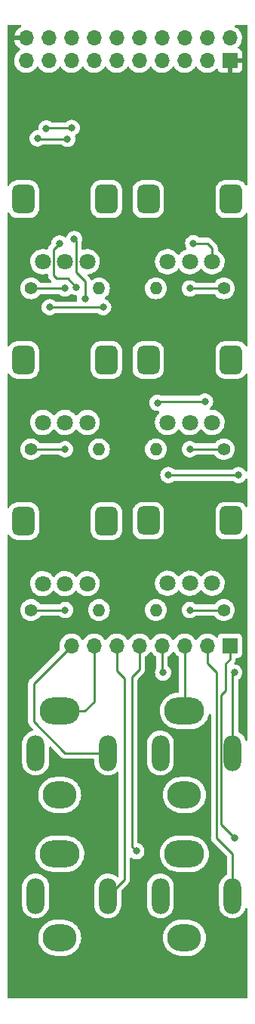
<source format=gbl>
%TF.GenerationSoftware,KiCad,Pcbnew,(6.0.1)*%
%TF.CreationDate,2022-10-19T17:02:20-04:00*%
%TF.ProjectId,ER-PROTO-CTLS-6-01,45522d50-524f-4544-9f2d-43544c532d36,1*%
%TF.SameCoordinates,Original*%
%TF.FileFunction,Copper,L2,Bot*%
%TF.FilePolarity,Positive*%
%FSLAX46Y46*%
G04 Gerber Fmt 4.6, Leading zero omitted, Abs format (unit mm)*
G04 Created by KiCad (PCBNEW (6.0.1)) date 2022-10-19 17:02:20*
%MOMM*%
%LPD*%
G01*
G04 APERTURE LIST*
G04 Aperture macros list*
%AMRoundRect*
0 Rectangle with rounded corners*
0 $1 Rounding radius*
0 $2 $3 $4 $5 $6 $7 $8 $9 X,Y pos of 4 corners*
0 Add a 4 corners polygon primitive as box body*
4,1,4,$2,$3,$4,$5,$6,$7,$8,$9,$2,$3,0*
0 Add four circle primitives for the rounded corners*
1,1,$1+$1,$2,$3*
1,1,$1+$1,$4,$5*
1,1,$1+$1,$6,$7*
1,1,$1+$1,$8,$9*
0 Add four rect primitives between the rounded corners*
20,1,$1+$1,$2,$3,$4,$5,0*
20,1,$1+$1,$4,$5,$6,$7,0*
20,1,$1+$1,$6,$7,$8,$9,0*
20,1,$1+$1,$8,$9,$2,$3,0*%
G04 Aperture macros list end*
%TA.AperFunction,WasherPad*%
%ADD10RoundRect,0.625000X0.625000X-0.975000X0.625000X0.975000X-0.625000X0.975000X-0.625000X-0.975000X0*%
%TD*%
%TA.AperFunction,WasherPad*%
%ADD11RoundRect,0.578704X0.671296X-1.021296X0.671296X1.021296X-0.671296X1.021296X-0.671296X-1.021296X0*%
%TD*%
%TA.AperFunction,ComponentPad*%
%ADD12C,1.800000*%
%TD*%
%TA.AperFunction,ComponentPad*%
%ADD13C,1.400000*%
%TD*%
%TA.AperFunction,ComponentPad*%
%ADD14O,1.400000X1.400000*%
%TD*%
%TA.AperFunction,ComponentPad*%
%ADD15O,4.500000X3.000000*%
%TD*%
%TA.AperFunction,ComponentPad*%
%ADD16O,3.800000X3.000000*%
%TD*%
%TA.AperFunction,ComponentPad*%
%ADD17O,2.000000X4.000000*%
%TD*%
%TA.AperFunction,ComponentPad*%
%ADD18R,1.700000X1.700000*%
%TD*%
%TA.AperFunction,ComponentPad*%
%ADD19O,1.700000X1.700000*%
%TD*%
%TA.AperFunction,ViaPad*%
%ADD20C,0.800000*%
%TD*%
%TA.AperFunction,Conductor*%
%ADD21C,0.250000*%
%TD*%
G04 APERTURE END LIST*
D10*
%TO.P,RV4,*%
%TO.N,*%
X114850000Y-47000000D03*
D11*
X124150000Y-47000000D03*
D12*
%TO.P,RV4,1,1*%
%TO.N,/POTCW_2*%
X122000000Y-54000000D03*
%TO.P,RV4,2,2*%
%TO.N,Net-(R4-Pad1)*%
X119500000Y-54000000D03*
%TO.P,RV4,3,3*%
%TO.N,/POTCCW_2*%
X117000000Y-54000000D03*
%TD*%
D13*
%TO.P,R4,1*%
%TO.N,Net-(R4-Pad1)*%
X123310000Y-57000000D03*
D14*
%TO.P,R4,2*%
%TO.N,/POTW_2*%
X115690000Y-57000000D03*
%TD*%
D10*
%TO.P,RV2,*%
%TO.N,*%
X114850000Y-29000000D03*
D11*
X124150000Y-29000000D03*
D12*
%TO.P,RV2,1,1*%
%TO.N,/POTCW_3*%
X122000000Y-36000000D03*
%TO.P,RV2,2,2*%
%TO.N,Net-(R2-Pad1)*%
X119500000Y-36000000D03*
%TO.P,RV2,3,3*%
%TO.N,/POTCCW_3*%
X117000000Y-36000000D03*
%TD*%
D11*
%TO.P,RV5,*%
%TO.N,*%
X110150000Y-65050000D03*
D10*
X100850000Y-65050000D03*
D12*
%TO.P,RV5,1,1*%
%TO.N,/POTCW_4*%
X108000000Y-72050000D03*
%TO.P,RV5,2,2*%
%TO.N,Net-(R5-Pad1)*%
X105500000Y-72050000D03*
%TO.P,RV5,3,3*%
%TO.N,/POTCCW_4*%
X103000000Y-72050000D03*
%TD*%
D15*
%TO.P,J4,S*%
%TO.N,/VIO_4S*%
X118900000Y-102300000D03*
D16*
X118900000Y-111700000D03*
D17*
%TO.P,J4,T*%
%TO.N,/VIO_4*%
X124300000Y-107000000D03*
%TO.P,J4,TN*%
%TO.N,unconnected-(J4-PadTN)*%
X116200000Y-107000000D03*
%TD*%
D11*
%TO.P,RV6,*%
%TO.N,*%
X124150000Y-65000000D03*
D10*
X114850000Y-65000000D03*
D12*
%TO.P,RV6,1,1*%
%TO.N,/POTCW_1*%
X122000000Y-72000000D03*
%TO.P,RV6,2,2*%
%TO.N,Net-(R6-Pad1)*%
X119500000Y-72000000D03*
%TO.P,RV6,3,3*%
%TO.N,/POTCCW_1*%
X117000000Y-72000000D03*
%TD*%
D13*
%TO.P,R6,1*%
%TO.N,Net-(R6-Pad1)*%
X123310000Y-75000000D03*
D14*
%TO.P,R6,2*%
%TO.N,/POTW_1*%
X115690000Y-75000000D03*
%TD*%
D13*
%TO.P,R5,1*%
%TO.N,Net-(R5-Pad1)*%
X101690000Y-75000000D03*
D14*
%TO.P,R5,2*%
%TO.N,/POTW_4*%
X109310000Y-75000000D03*
%TD*%
D15*
%TO.P,J1,S*%
%TO.N,/VI0_1S*%
X104900000Y-86300000D03*
D16*
X104900000Y-95700000D03*
D17*
%TO.P,J1,T*%
%TO.N,/VI0_1*%
X110300000Y-91000000D03*
%TO.P,J1,TN*%
%TO.N,unconnected-(J1-PadTN)*%
X102200000Y-91000000D03*
%TD*%
D13*
%TO.P,R3,1*%
%TO.N,Net-(R3-Pad1)*%
X101690000Y-57000000D03*
D14*
%TO.P,R3,2*%
%TO.N,/POTW_5*%
X109310000Y-57000000D03*
%TD*%
D15*
%TO.P,J3,S*%
%TO.N,/VIO_3S*%
X104900000Y-102300000D03*
D16*
X104900000Y-111700000D03*
D17*
%TO.P,J3,T*%
%TO.N,/VIO_3*%
X110300000Y-107000000D03*
%TO.P,J3,TN*%
%TO.N,unconnected-(J3-PadTN)*%
X102200000Y-107000000D03*
%TD*%
D11*
%TO.P,RV1,*%
%TO.N,*%
X110150000Y-29000000D03*
D10*
X100850000Y-29000000D03*
D12*
%TO.P,RV1,1,1*%
%TO.N,/POTCW_6*%
X108000000Y-36000000D03*
%TO.P,RV1,2,2*%
%TO.N,Net-(R1-Pad1)*%
X105500000Y-36000000D03*
%TO.P,RV1,3,3*%
%TO.N,/POTCCW_6*%
X103000000Y-36000000D03*
%TD*%
D13*
%TO.P,R1,1*%
%TO.N,Net-(R1-Pad1)*%
X101690000Y-39000000D03*
D14*
%TO.P,R1,2*%
%TO.N,/POTW_6*%
X109310000Y-39000000D03*
%TD*%
D11*
%TO.P,RV3,*%
%TO.N,*%
X110150000Y-47000000D03*
D10*
X100850000Y-47000000D03*
D12*
%TO.P,RV3,1,1*%
%TO.N,/POTCW_5*%
X108000000Y-54000000D03*
%TO.P,RV3,2,2*%
%TO.N,Net-(R3-Pad1)*%
X105500000Y-54000000D03*
%TO.P,RV3,3,3*%
%TO.N,/POTCCW_5*%
X103000000Y-54000000D03*
%TD*%
D13*
%TO.P,R2,1*%
%TO.N,Net-(R2-Pad1)*%
X123310000Y-39000000D03*
D14*
%TO.P,R2,2*%
%TO.N,/POTW_3*%
X115690000Y-39000000D03*
%TD*%
D16*
%TO.P,J2,S*%
%TO.N,/VI0_2S*%
X118900000Y-95700000D03*
D15*
X118900000Y-86300000D03*
D17*
%TO.P,J2,T*%
%TO.N,/VIO_2*%
X124300000Y-91000000D03*
%TO.P,J2,TN*%
%TO.N,unconnected-(J2-PadTN)*%
X116200000Y-91000000D03*
%TD*%
D18*
%TO.P,J5,1,Pin_1*%
%TO.N,GND*%
X124000000Y-13500000D03*
D19*
%TO.P,J5,2,Pin_2*%
%TO.N,/POTCW_1*%
X124000000Y-10960000D03*
%TO.P,J5,3,Pin_3*%
%TO.N,/POTW_1*%
X121460000Y-13500000D03*
%TO.P,J5,4,Pin_4*%
%TO.N,/POTCCW_1*%
X121460000Y-10960000D03*
%TO.P,J5,5,Pin_5*%
%TO.N,/POTCW_2*%
X118920000Y-13500000D03*
%TO.P,J5,6,Pin_6*%
%TO.N,/POTW_2*%
X118920000Y-10960000D03*
%TO.P,J5,7,Pin_7*%
%TO.N,/POTCCW_2*%
X116380000Y-13500000D03*
%TO.P,J5,8,Pin_8*%
%TO.N,/POTCW_3*%
X116380000Y-10960000D03*
%TO.P,J5,9,Pin_9*%
%TO.N,/POTW_3*%
X113840000Y-13500000D03*
%TO.P,J5,10,Pin_10*%
%TO.N,/POTCCW_3*%
X113840000Y-10960000D03*
%TO.P,J5,11,Pin_11*%
%TO.N,/POTCW_4*%
X111300000Y-13500000D03*
%TO.P,J5,12,Pin_12*%
%TO.N,/POTW_4*%
X111300000Y-10960000D03*
%TO.P,J5,13,Pin_13*%
%TO.N,/POTCCW_4*%
X108760000Y-13500000D03*
%TO.P,J5,14,Pin_14*%
%TO.N,/POTCW_5*%
X108760000Y-10960000D03*
%TO.P,J5,15,Pin_15*%
%TO.N,/POTW_5*%
X106220000Y-13500000D03*
%TO.P,J5,16,Pin_16*%
%TO.N,/POTCCW_5*%
X106220000Y-10960000D03*
%TO.P,J5,17,Pin_17*%
%TO.N,/POTCW_6*%
X103680000Y-13500000D03*
%TO.P,J5,18,Pin_18*%
%TO.N,/POTW_6*%
X103680000Y-10960000D03*
%TO.P,J5,19,Pin_19*%
%TO.N,/POTCCW_6*%
X101140000Y-13500000D03*
%TO.P,J5,20,Pin_20*%
%TO.N,GND*%
X101140000Y-10960000D03*
%TD*%
D18*
%TO.P,J10,1,Pin_1*%
%TO.N,/VIO_4S*%
X124000000Y-79000000D03*
D19*
%TO.P,J10,2,Pin_2*%
%TO.N,/VIO_4*%
X121460000Y-79000000D03*
%TO.P,J10,3,Pin_3*%
%TO.N,/VI0_2S*%
X118920000Y-79000000D03*
%TO.P,J10,4,Pin_4*%
%TO.N,/VIO_2*%
X116380000Y-79000000D03*
%TO.P,J10,5,Pin_5*%
%TO.N,/VIO_3S*%
X113840000Y-79000000D03*
%TO.P,J10,6,Pin_6*%
%TO.N,/VIO_3*%
X111300000Y-79000000D03*
%TO.P,J10,7,Pin_7*%
%TO.N,/VI0_1S*%
X108760000Y-79000000D03*
%TO.P,J10,8,Pin_8*%
%TO.N,/VI0_1*%
X106220000Y-79000000D03*
%TD*%
D20*
%TO.N,/POTCCW_1*%
X124968000Y-59893200D03*
X117094000Y-59893200D03*
%TO.N,/POTW_2*%
X121208800Y-51663600D03*
X115874800Y-51816000D03*
%TO.N,/POTCW_3*%
X119888000Y-33934400D03*
%TO.N,/POTCCW_4*%
X109778800Y-41097200D03*
X103784400Y-41097200D03*
%TO.N,/POTCW_5*%
X107746800Y-40132000D03*
X106527600Y-33477200D03*
%TO.N,/POTW_5*%
X106781600Y-38862000D03*
X104876600Y-33959800D03*
%TO.N,Net-(R1-Pad1)*%
X105500000Y-39000000D03*
%TO.N,Net-(R2-Pad1)*%
X119500000Y-39000000D03*
%TO.N,Net-(R3-Pad1)*%
X105500000Y-57000000D03*
%TO.N,Net-(R4-Pad1)*%
X119500000Y-57000000D03*
%TO.N,Net-(R5-Pad1)*%
X105500000Y-75000000D03*
%TO.N,/POTCW_6*%
X106252620Y-21031200D03*
X103405020Y-21084800D03*
%TO.N,/POTW_6*%
X105753060Y-22250400D03*
X102412800Y-22199600D03*
%TO.N,Net-(R6-Pad1)*%
X119500000Y-75000000D03*
%TO.N,/VIO_2*%
X124500000Y-82000000D03*
X116500000Y-82000000D03*
%TO.N,/VIO_3S*%
X113500000Y-102000000D03*
%TO.N,/VIO_4S*%
X124500000Y-100500000D03*
%TD*%
D21*
%TO.N,/POTCCW_1*%
X124968000Y-59893200D02*
X117094000Y-59893200D01*
%TO.N,/POTW_2*%
X121208800Y-51663600D02*
X116027200Y-51663600D01*
X116027200Y-51663600D02*
X115874800Y-51816000D01*
%TO.N,/POTCW_3*%
X122000000Y-36000000D02*
X122000000Y-34471600D01*
X119888000Y-33934400D02*
X121462800Y-33934400D01*
X122000000Y-34471600D02*
X121462800Y-33934400D01*
%TO.N,/POTCCW_4*%
X103784400Y-41097200D02*
X109778800Y-41097200D01*
%TO.N,/POTCW_5*%
X106724511Y-37179311D02*
X107746800Y-38201600D01*
X107746800Y-38201600D02*
X107746800Y-40132000D01*
X106724511Y-33674111D02*
X106724511Y-37179311D01*
X106527600Y-33477200D02*
X106724511Y-33674111D01*
%TO.N,/POTW_5*%
X104224511Y-34611889D02*
X104224511Y-37524111D01*
X105816400Y-37896800D02*
X106781600Y-38862000D01*
X104224511Y-37524111D02*
X104546400Y-37846000D01*
X104876600Y-33959800D02*
X104224511Y-34611889D01*
X104546400Y-37846000D02*
X104597200Y-37896800D01*
X104597200Y-37896800D02*
X105816400Y-37896800D01*
%TO.N,Net-(R1-Pad1)*%
X101690000Y-39000000D02*
X105500000Y-39000000D01*
%TO.N,Net-(R2-Pad1)*%
X119500000Y-39000000D02*
X123310000Y-39000000D01*
%TO.N,Net-(R3-Pad1)*%
X101690000Y-57000000D02*
X105500000Y-57000000D01*
%TO.N,Net-(R4-Pad1)*%
X123310000Y-57000000D02*
X119500000Y-57000000D01*
%TO.N,Net-(R5-Pad1)*%
X105500000Y-75000000D02*
X101690000Y-75000000D01*
%TO.N,/POTCW_6*%
X103458620Y-21031200D02*
X103405020Y-21084800D01*
X106252620Y-21031200D02*
X103458620Y-21031200D01*
%TO.N,/POTW_6*%
X105753060Y-22250400D02*
X102463600Y-22250400D01*
X102463600Y-22250400D02*
X102412800Y-22199600D01*
%TO.N,Net-(R6-Pad1)*%
X123310000Y-75000000D02*
X119500000Y-75000000D01*
%TO.N,/VI0_1S*%
X108760000Y-85240000D02*
X107700000Y-86300000D01*
X108760000Y-79000000D02*
X108760000Y-85240000D01*
X107700000Y-86300000D02*
X104900000Y-86300000D01*
%TO.N,/VI0_1*%
X102000000Y-87500000D02*
X105500000Y-91000000D01*
X105500000Y-91000000D02*
X110300000Y-91000000D01*
X102000000Y-83220000D02*
X102000000Y-87500000D01*
X106220000Y-79000000D02*
X102000000Y-83220000D01*
%TO.N,/VI0_2S*%
X118920000Y-79000000D02*
X118920000Y-86280000D01*
%TO.N,/VIO_2*%
X124500000Y-82000000D02*
X124300000Y-82200000D01*
X116380000Y-81880000D02*
X116500000Y-82000000D01*
X116380000Y-79000000D02*
X116380000Y-81880000D01*
X124300000Y-82200000D02*
X124300000Y-91000000D01*
%TO.N,/VIO_3S*%
X113000000Y-82500000D02*
X113000000Y-101500000D01*
X113840000Y-79000000D02*
X113840000Y-81660000D01*
X113840000Y-81660000D02*
X113000000Y-82500000D01*
X113000000Y-101500000D02*
X113500000Y-102000000D01*
%TO.N,/VIO_3*%
X112150000Y-105150000D02*
X110300000Y-107000000D01*
X112150000Y-82650000D02*
X112150000Y-105150000D01*
X111300000Y-79000000D02*
X111300000Y-81800000D01*
X111300000Y-81800000D02*
X112150000Y-82650000D01*
%TO.N,/VIO_4S*%
X123500000Y-81000000D02*
X123500000Y-84000000D01*
X124000000Y-80500000D02*
X123500000Y-81000000D01*
X122975480Y-84524520D02*
X122975480Y-98975480D01*
X123500000Y-84000000D02*
X122975480Y-84524520D01*
X124000000Y-79000000D02*
X124000000Y-80500000D01*
X122975480Y-98975480D02*
X124500000Y-100500000D01*
%TO.N,/VIO_4*%
X122500000Y-100500000D02*
X122500000Y-82000000D01*
X124300000Y-107000000D02*
X124300000Y-102300000D01*
X124300000Y-102300000D02*
X122500000Y-100500000D01*
X121460000Y-80960000D02*
X121460000Y-79000000D01*
X122500000Y-82000000D02*
X121460000Y-80960000D01*
%TD*%
%TA.AperFunction,Conductor*%
%TO.N,GND*%
G36*
X100541310Y-9528006D02*
G01*
X100587803Y-9581662D01*
X100597907Y-9651936D01*
X100568413Y-9716516D01*
X100531369Y-9745767D01*
X100418463Y-9804542D01*
X100409738Y-9810036D01*
X100239433Y-9937905D01*
X100231726Y-9944748D01*
X100084590Y-10098717D01*
X100078104Y-10106727D01*
X99958098Y-10282649D01*
X99953000Y-10291623D01*
X99863338Y-10484783D01*
X99859775Y-10494470D01*
X99804389Y-10694183D01*
X99805912Y-10702607D01*
X99818292Y-10706000D01*
X101268000Y-10706000D01*
X101336121Y-10726002D01*
X101382614Y-10779658D01*
X101394000Y-10832000D01*
X101394000Y-11088000D01*
X101373998Y-11156121D01*
X101320342Y-11202614D01*
X101268000Y-11214000D01*
X99823225Y-11214000D01*
X99809694Y-11217973D01*
X99808257Y-11227966D01*
X99838565Y-11362446D01*
X99841645Y-11372275D01*
X99921770Y-11569603D01*
X99926413Y-11578794D01*
X100037694Y-11760388D01*
X100043777Y-11768699D01*
X100183213Y-11929667D01*
X100190580Y-11936883D01*
X100354434Y-12072916D01*
X100362881Y-12078831D01*
X100431969Y-12119203D01*
X100480693Y-12170842D01*
X100493764Y-12240625D01*
X100467033Y-12306396D01*
X100426584Y-12339752D01*
X100413607Y-12346507D01*
X100409474Y-12349610D01*
X100409471Y-12349612D01*
X100326450Y-12411946D01*
X100234965Y-12480635D01*
X100080629Y-12642138D01*
X99954743Y-12826680D01*
X99860688Y-13029305D01*
X99800989Y-13244570D01*
X99777251Y-13466695D01*
X99790110Y-13689715D01*
X99791247Y-13694761D01*
X99791248Y-13694767D01*
X99805606Y-13758475D01*
X99839222Y-13907639D01*
X99923266Y-14114616D01*
X99974942Y-14198944D01*
X100037291Y-14300688D01*
X100039987Y-14305088D01*
X100186250Y-14473938D01*
X100358126Y-14616632D01*
X100551000Y-14729338D01*
X100759692Y-14809030D01*
X100764760Y-14810061D01*
X100764763Y-14810062D01*
X100872017Y-14831883D01*
X100978597Y-14853567D01*
X100983772Y-14853757D01*
X100983774Y-14853757D01*
X101196673Y-14861564D01*
X101196677Y-14861564D01*
X101201837Y-14861753D01*
X101206957Y-14861097D01*
X101206959Y-14861097D01*
X101418288Y-14834025D01*
X101418289Y-14834025D01*
X101423416Y-14833368D01*
X101428366Y-14831883D01*
X101632429Y-14770661D01*
X101632434Y-14770659D01*
X101637384Y-14769174D01*
X101837994Y-14670896D01*
X102019860Y-14541173D01*
X102178096Y-14383489D01*
X102237594Y-14300689D01*
X102308453Y-14202077D01*
X102309776Y-14203028D01*
X102356645Y-14159857D01*
X102426580Y-14147625D01*
X102492026Y-14175144D01*
X102519875Y-14206994D01*
X102579987Y-14305088D01*
X102726250Y-14473938D01*
X102898126Y-14616632D01*
X103091000Y-14729338D01*
X103299692Y-14809030D01*
X103304760Y-14810061D01*
X103304763Y-14810062D01*
X103412017Y-14831883D01*
X103518597Y-14853567D01*
X103523772Y-14853757D01*
X103523774Y-14853757D01*
X103736673Y-14861564D01*
X103736677Y-14861564D01*
X103741837Y-14861753D01*
X103746957Y-14861097D01*
X103746959Y-14861097D01*
X103958288Y-14834025D01*
X103958289Y-14834025D01*
X103963416Y-14833368D01*
X103968366Y-14831883D01*
X104172429Y-14770661D01*
X104172434Y-14770659D01*
X104177384Y-14769174D01*
X104377994Y-14670896D01*
X104559860Y-14541173D01*
X104718096Y-14383489D01*
X104777594Y-14300689D01*
X104848453Y-14202077D01*
X104849776Y-14203028D01*
X104896645Y-14159857D01*
X104966580Y-14147625D01*
X105032026Y-14175144D01*
X105059875Y-14206994D01*
X105119987Y-14305088D01*
X105266250Y-14473938D01*
X105438126Y-14616632D01*
X105631000Y-14729338D01*
X105839692Y-14809030D01*
X105844760Y-14810061D01*
X105844763Y-14810062D01*
X105952017Y-14831883D01*
X106058597Y-14853567D01*
X106063772Y-14853757D01*
X106063774Y-14853757D01*
X106276673Y-14861564D01*
X106276677Y-14861564D01*
X106281837Y-14861753D01*
X106286957Y-14861097D01*
X106286959Y-14861097D01*
X106498288Y-14834025D01*
X106498289Y-14834025D01*
X106503416Y-14833368D01*
X106508366Y-14831883D01*
X106712429Y-14770661D01*
X106712434Y-14770659D01*
X106717384Y-14769174D01*
X106917994Y-14670896D01*
X107099860Y-14541173D01*
X107258096Y-14383489D01*
X107317594Y-14300689D01*
X107388453Y-14202077D01*
X107389776Y-14203028D01*
X107436645Y-14159857D01*
X107506580Y-14147625D01*
X107572026Y-14175144D01*
X107599875Y-14206994D01*
X107659987Y-14305088D01*
X107806250Y-14473938D01*
X107978126Y-14616632D01*
X108171000Y-14729338D01*
X108379692Y-14809030D01*
X108384760Y-14810061D01*
X108384763Y-14810062D01*
X108492017Y-14831883D01*
X108598597Y-14853567D01*
X108603772Y-14853757D01*
X108603774Y-14853757D01*
X108816673Y-14861564D01*
X108816677Y-14861564D01*
X108821837Y-14861753D01*
X108826957Y-14861097D01*
X108826959Y-14861097D01*
X109038288Y-14834025D01*
X109038289Y-14834025D01*
X109043416Y-14833368D01*
X109048366Y-14831883D01*
X109252429Y-14770661D01*
X109252434Y-14770659D01*
X109257384Y-14769174D01*
X109457994Y-14670896D01*
X109639860Y-14541173D01*
X109798096Y-14383489D01*
X109857594Y-14300689D01*
X109928453Y-14202077D01*
X109929776Y-14203028D01*
X109976645Y-14159857D01*
X110046580Y-14147625D01*
X110112026Y-14175144D01*
X110139875Y-14206994D01*
X110199987Y-14305088D01*
X110346250Y-14473938D01*
X110518126Y-14616632D01*
X110711000Y-14729338D01*
X110919692Y-14809030D01*
X110924760Y-14810061D01*
X110924763Y-14810062D01*
X111032017Y-14831883D01*
X111138597Y-14853567D01*
X111143772Y-14853757D01*
X111143774Y-14853757D01*
X111356673Y-14861564D01*
X111356677Y-14861564D01*
X111361837Y-14861753D01*
X111366957Y-14861097D01*
X111366959Y-14861097D01*
X111578288Y-14834025D01*
X111578289Y-14834025D01*
X111583416Y-14833368D01*
X111588366Y-14831883D01*
X111792429Y-14770661D01*
X111792434Y-14770659D01*
X111797384Y-14769174D01*
X111997994Y-14670896D01*
X112179860Y-14541173D01*
X112338096Y-14383489D01*
X112397594Y-14300689D01*
X112468453Y-14202077D01*
X112469776Y-14203028D01*
X112516645Y-14159857D01*
X112586580Y-14147625D01*
X112652026Y-14175144D01*
X112679875Y-14206994D01*
X112739987Y-14305088D01*
X112886250Y-14473938D01*
X113058126Y-14616632D01*
X113251000Y-14729338D01*
X113459692Y-14809030D01*
X113464760Y-14810061D01*
X113464763Y-14810062D01*
X113572017Y-14831883D01*
X113678597Y-14853567D01*
X113683772Y-14853757D01*
X113683774Y-14853757D01*
X113896673Y-14861564D01*
X113896677Y-14861564D01*
X113901837Y-14861753D01*
X113906957Y-14861097D01*
X113906959Y-14861097D01*
X114118288Y-14834025D01*
X114118289Y-14834025D01*
X114123416Y-14833368D01*
X114128366Y-14831883D01*
X114332429Y-14770661D01*
X114332434Y-14770659D01*
X114337384Y-14769174D01*
X114537994Y-14670896D01*
X114719860Y-14541173D01*
X114878096Y-14383489D01*
X114937594Y-14300689D01*
X115008453Y-14202077D01*
X115009776Y-14203028D01*
X115056645Y-14159857D01*
X115126580Y-14147625D01*
X115192026Y-14175144D01*
X115219875Y-14206994D01*
X115279987Y-14305088D01*
X115426250Y-14473938D01*
X115598126Y-14616632D01*
X115791000Y-14729338D01*
X115999692Y-14809030D01*
X116004760Y-14810061D01*
X116004763Y-14810062D01*
X116112017Y-14831883D01*
X116218597Y-14853567D01*
X116223772Y-14853757D01*
X116223774Y-14853757D01*
X116436673Y-14861564D01*
X116436677Y-14861564D01*
X116441837Y-14861753D01*
X116446957Y-14861097D01*
X116446959Y-14861097D01*
X116658288Y-14834025D01*
X116658289Y-14834025D01*
X116663416Y-14833368D01*
X116668366Y-14831883D01*
X116872429Y-14770661D01*
X116872434Y-14770659D01*
X116877384Y-14769174D01*
X117077994Y-14670896D01*
X117259860Y-14541173D01*
X117418096Y-14383489D01*
X117477594Y-14300689D01*
X117548453Y-14202077D01*
X117549776Y-14203028D01*
X117596645Y-14159857D01*
X117666580Y-14147625D01*
X117732026Y-14175144D01*
X117759875Y-14206994D01*
X117819987Y-14305088D01*
X117966250Y-14473938D01*
X118138126Y-14616632D01*
X118331000Y-14729338D01*
X118539692Y-14809030D01*
X118544760Y-14810061D01*
X118544763Y-14810062D01*
X118652017Y-14831883D01*
X118758597Y-14853567D01*
X118763772Y-14853757D01*
X118763774Y-14853757D01*
X118976673Y-14861564D01*
X118976677Y-14861564D01*
X118981837Y-14861753D01*
X118986957Y-14861097D01*
X118986959Y-14861097D01*
X119198288Y-14834025D01*
X119198289Y-14834025D01*
X119203416Y-14833368D01*
X119208366Y-14831883D01*
X119412429Y-14770661D01*
X119412434Y-14770659D01*
X119417384Y-14769174D01*
X119617994Y-14670896D01*
X119799860Y-14541173D01*
X119958096Y-14383489D01*
X120017594Y-14300689D01*
X120088453Y-14202077D01*
X120089776Y-14203028D01*
X120136645Y-14159857D01*
X120206580Y-14147625D01*
X120272026Y-14175144D01*
X120299875Y-14206994D01*
X120359987Y-14305088D01*
X120506250Y-14473938D01*
X120678126Y-14616632D01*
X120871000Y-14729338D01*
X121079692Y-14809030D01*
X121084760Y-14810061D01*
X121084763Y-14810062D01*
X121192017Y-14831883D01*
X121298597Y-14853567D01*
X121303772Y-14853757D01*
X121303774Y-14853757D01*
X121516673Y-14861564D01*
X121516677Y-14861564D01*
X121521837Y-14861753D01*
X121526957Y-14861097D01*
X121526959Y-14861097D01*
X121738288Y-14834025D01*
X121738289Y-14834025D01*
X121743416Y-14833368D01*
X121748366Y-14831883D01*
X121952429Y-14770661D01*
X121952434Y-14770659D01*
X121957384Y-14769174D01*
X122157994Y-14670896D01*
X122339860Y-14541173D01*
X122407331Y-14473938D01*
X122448479Y-14432933D01*
X122510851Y-14399017D01*
X122581658Y-14404205D01*
X122638419Y-14446851D01*
X122655401Y-14477954D01*
X122696676Y-14588054D01*
X122705214Y-14603649D01*
X122781715Y-14705724D01*
X122794276Y-14718285D01*
X122896351Y-14794786D01*
X122911946Y-14803324D01*
X123032394Y-14848478D01*
X123047649Y-14852105D01*
X123098514Y-14857631D01*
X123105328Y-14858000D01*
X123727885Y-14858000D01*
X123743124Y-14853525D01*
X123744329Y-14852135D01*
X123746000Y-14844452D01*
X123746000Y-14839884D01*
X124254000Y-14839884D01*
X124258475Y-14855123D01*
X124259865Y-14856328D01*
X124267548Y-14857999D01*
X124894669Y-14857999D01*
X124901490Y-14857629D01*
X124952352Y-14852105D01*
X124967604Y-14848479D01*
X125088054Y-14803324D01*
X125103649Y-14794786D01*
X125205724Y-14718285D01*
X125218285Y-14705724D01*
X125294786Y-14603649D01*
X125303324Y-14588054D01*
X125348478Y-14467606D01*
X125352105Y-14452351D01*
X125357631Y-14401486D01*
X125358000Y-14394672D01*
X125358000Y-13772115D01*
X125353525Y-13756876D01*
X125352135Y-13755671D01*
X125344452Y-13754000D01*
X124272115Y-13754000D01*
X124256876Y-13758475D01*
X124255671Y-13759865D01*
X124254000Y-13767548D01*
X124254000Y-14839884D01*
X123746000Y-14839884D01*
X123746000Y-13372000D01*
X123766002Y-13303879D01*
X123819658Y-13257386D01*
X123872000Y-13246000D01*
X125339884Y-13246000D01*
X125355123Y-13241525D01*
X125356328Y-13240135D01*
X125357999Y-13232452D01*
X125357999Y-12605331D01*
X125357629Y-12598510D01*
X125352105Y-12547648D01*
X125348479Y-12532396D01*
X125303324Y-12411946D01*
X125294786Y-12396351D01*
X125218285Y-12294276D01*
X125205724Y-12281715D01*
X125103649Y-12205214D01*
X125088054Y-12196676D01*
X124977813Y-12155348D01*
X124921049Y-12112706D01*
X124896349Y-12046145D01*
X124911557Y-11976796D01*
X124933104Y-11948115D01*
X125034430Y-11847144D01*
X125034440Y-11847132D01*
X125038096Y-11843489D01*
X125168453Y-11662077D01*
X125181995Y-11634678D01*
X125265136Y-11466453D01*
X125265137Y-11466451D01*
X125267430Y-11461811D01*
X125332370Y-11248069D01*
X125361529Y-11026590D01*
X125363156Y-10960000D01*
X125344852Y-10737361D01*
X125290431Y-10520702D01*
X125201354Y-10315840D01*
X125080014Y-10128277D01*
X124929670Y-9963051D01*
X124925619Y-9959852D01*
X124925615Y-9959848D01*
X124758414Y-9827800D01*
X124758410Y-9827798D01*
X124754359Y-9824598D01*
X124718028Y-9804542D01*
X124608922Y-9744313D01*
X124558951Y-9693880D01*
X124544179Y-9624437D01*
X124569295Y-9558032D01*
X124626326Y-9515747D01*
X124669815Y-9508004D01*
X125866000Y-9508004D01*
X125934121Y-9528006D01*
X125980614Y-9581662D01*
X125992000Y-9634004D01*
X125992000Y-27357632D01*
X125971998Y-27425753D01*
X125918342Y-27472246D01*
X125848068Y-27482350D01*
X125783488Y-27452856D01*
X125761726Y-27428364D01*
X125666175Y-27287501D01*
X125666174Y-27287500D01*
X125662811Y-27282542D01*
X125515988Y-27135975D01*
X125511021Y-27132618D01*
X125511018Y-27132616D01*
X125349068Y-27023174D01*
X125344099Y-27019816D01*
X125323433Y-27010980D01*
X125158863Y-26940615D01*
X125158860Y-26940614D01*
X125153345Y-26938256D01*
X124955908Y-26895388D01*
X124955374Y-26895272D01*
X124955372Y-26895272D01*
X124950611Y-26894238D01*
X124940093Y-26893613D01*
X124906383Y-26891610D01*
X124906374Y-26891610D01*
X124904527Y-26891500D01*
X124168442Y-26891500D01*
X123395474Y-26891501D01*
X123393538Y-26891621D01*
X123393525Y-26891621D01*
X123355849Y-26893949D01*
X123347497Y-26894465D01*
X123342762Y-26895502D01*
X123342760Y-26895502D01*
X123150694Y-26937555D01*
X123144839Y-26938837D01*
X122954228Y-27020730D01*
X122949268Y-27024094D01*
X122949267Y-27024095D01*
X122789284Y-27132616D01*
X122782542Y-27137189D01*
X122635975Y-27284012D01*
X122632618Y-27288979D01*
X122632616Y-27288982D01*
X122586224Y-27357632D01*
X122519816Y-27455901D01*
X122517458Y-27461416D01*
X122441386Y-27639335D01*
X122438256Y-27646655D01*
X122394238Y-27849389D01*
X122393949Y-27854254D01*
X122391616Y-27893525D01*
X122391500Y-27895473D01*
X122391501Y-30104526D01*
X122394465Y-30152503D01*
X122438837Y-30355161D01*
X122520730Y-30545772D01*
X122524094Y-30550732D01*
X122524095Y-30550733D01*
X122632821Y-30711018D01*
X122637189Y-30717458D01*
X122784012Y-30864025D01*
X122788979Y-30867382D01*
X122788982Y-30867384D01*
X122930848Y-30963254D01*
X122955901Y-30980184D01*
X122961416Y-30982542D01*
X123141137Y-31059385D01*
X123141140Y-31059386D01*
X123146655Y-31061744D01*
X123152518Y-31063017D01*
X123344626Y-31104728D01*
X123344628Y-31104728D01*
X123349389Y-31105762D01*
X123359907Y-31106387D01*
X123393617Y-31108390D01*
X123393626Y-31108390D01*
X123395473Y-31108500D01*
X124131558Y-31108500D01*
X124904526Y-31108499D01*
X124906462Y-31108379D01*
X124906475Y-31108379D01*
X124947663Y-31105834D01*
X124952503Y-31105535D01*
X124957238Y-31104498D01*
X124957240Y-31104498D01*
X125149306Y-31062445D01*
X125155161Y-31061163D01*
X125345772Y-30979270D01*
X125357424Y-30971366D01*
X125512499Y-30866175D01*
X125512500Y-30866174D01*
X125517458Y-30862811D01*
X125664025Y-30715988D01*
X125761604Y-30571593D01*
X125816318Y-30526353D01*
X125886806Y-30517874D01*
X125950689Y-30548850D01*
X125987683Y-30609446D01*
X125992000Y-30642144D01*
X125992000Y-45357632D01*
X125971998Y-45425753D01*
X125918342Y-45472246D01*
X125848068Y-45482350D01*
X125783488Y-45452856D01*
X125761726Y-45428364D01*
X125666175Y-45287501D01*
X125666174Y-45287500D01*
X125662811Y-45282542D01*
X125515988Y-45135975D01*
X125511021Y-45132618D01*
X125511018Y-45132616D01*
X125349068Y-45023174D01*
X125344099Y-45019816D01*
X125323433Y-45010980D01*
X125158863Y-44940615D01*
X125158860Y-44940614D01*
X125153345Y-44938256D01*
X124955908Y-44895388D01*
X124955374Y-44895272D01*
X124955372Y-44895272D01*
X124950611Y-44894238D01*
X124940093Y-44893613D01*
X124906383Y-44891610D01*
X124906374Y-44891610D01*
X124904527Y-44891500D01*
X124168442Y-44891500D01*
X123395474Y-44891501D01*
X123393538Y-44891621D01*
X123393525Y-44891621D01*
X123355849Y-44893949D01*
X123347497Y-44894465D01*
X123342762Y-44895502D01*
X123342760Y-44895502D01*
X123150694Y-44937555D01*
X123144839Y-44938837D01*
X122954228Y-45020730D01*
X122949268Y-45024094D01*
X122949267Y-45024095D01*
X122789284Y-45132616D01*
X122782542Y-45137189D01*
X122635975Y-45284012D01*
X122632618Y-45288979D01*
X122632616Y-45288982D01*
X122586224Y-45357632D01*
X122519816Y-45455901D01*
X122517458Y-45461416D01*
X122441386Y-45639335D01*
X122438256Y-45646655D01*
X122394238Y-45849389D01*
X122393949Y-45854254D01*
X122391616Y-45893525D01*
X122391500Y-45895473D01*
X122391501Y-48104526D01*
X122394465Y-48152503D01*
X122438837Y-48355161D01*
X122520730Y-48545772D01*
X122524094Y-48550732D01*
X122524095Y-48550733D01*
X122632821Y-48711018D01*
X122637189Y-48717458D01*
X122784012Y-48864025D01*
X122788979Y-48867382D01*
X122788982Y-48867384D01*
X122930848Y-48963254D01*
X122955901Y-48980184D01*
X122961416Y-48982542D01*
X123141137Y-49059385D01*
X123141140Y-49059386D01*
X123146655Y-49061744D01*
X123152518Y-49063017D01*
X123344626Y-49104728D01*
X123344628Y-49104728D01*
X123349389Y-49105762D01*
X123359907Y-49106387D01*
X123393617Y-49108390D01*
X123393626Y-49108390D01*
X123395473Y-49108500D01*
X124131558Y-49108500D01*
X124904526Y-49108499D01*
X124906462Y-49108379D01*
X124906475Y-49108379D01*
X124947663Y-49105834D01*
X124952503Y-49105535D01*
X124957238Y-49104498D01*
X124957240Y-49104498D01*
X125149306Y-49062445D01*
X125155161Y-49061163D01*
X125345772Y-48979270D01*
X125357424Y-48971366D01*
X125512499Y-48866175D01*
X125512500Y-48866174D01*
X125517458Y-48862811D01*
X125664025Y-48715988D01*
X125761604Y-48571593D01*
X125816318Y-48526353D01*
X125886806Y-48517874D01*
X125950689Y-48548850D01*
X125987683Y-48609446D01*
X125992000Y-48642144D01*
X125992000Y-59379583D01*
X125971998Y-59447704D01*
X125918342Y-59494197D01*
X125848068Y-59504301D01*
X125783488Y-59474807D01*
X125756881Y-59442583D01*
X125710341Y-59361974D01*
X125707040Y-59356256D01*
X125579253Y-59214334D01*
X125424752Y-59102082D01*
X125418724Y-59099398D01*
X125418722Y-59099397D01*
X125256319Y-59027091D01*
X125256318Y-59027091D01*
X125250288Y-59024406D01*
X125156887Y-59004553D01*
X125069944Y-58986072D01*
X125069939Y-58986072D01*
X125063487Y-58984700D01*
X124872513Y-58984700D01*
X124866061Y-58986072D01*
X124866056Y-58986072D01*
X124779113Y-59004553D01*
X124685712Y-59024406D01*
X124679682Y-59027091D01*
X124679681Y-59027091D01*
X124517278Y-59099397D01*
X124517276Y-59099398D01*
X124511248Y-59102082D01*
X124356747Y-59214334D01*
X124352332Y-59219237D01*
X124347420Y-59223660D01*
X124346295Y-59222411D01*
X124292986Y-59255251D01*
X124259800Y-59259700D01*
X117802200Y-59259700D01*
X117734079Y-59239698D01*
X117714853Y-59223357D01*
X117714580Y-59223660D01*
X117709668Y-59219237D01*
X117705253Y-59214334D01*
X117550752Y-59102082D01*
X117544724Y-59099398D01*
X117544722Y-59099397D01*
X117382319Y-59027091D01*
X117382318Y-59027091D01*
X117376288Y-59024406D01*
X117282887Y-59004553D01*
X117195944Y-58986072D01*
X117195939Y-58986072D01*
X117189487Y-58984700D01*
X116998513Y-58984700D01*
X116992061Y-58986072D01*
X116992056Y-58986072D01*
X116905113Y-59004553D01*
X116811712Y-59024406D01*
X116805682Y-59027091D01*
X116805681Y-59027091D01*
X116643278Y-59099397D01*
X116643276Y-59099398D01*
X116637248Y-59102082D01*
X116482747Y-59214334D01*
X116354960Y-59356256D01*
X116351659Y-59361974D01*
X116275320Y-59494197D01*
X116259473Y-59521644D01*
X116200458Y-59703272D01*
X116180496Y-59893200D01*
X116200458Y-60083128D01*
X116259473Y-60264756D01*
X116262776Y-60270478D01*
X116262777Y-60270479D01*
X116296686Y-60329210D01*
X116354960Y-60430144D01*
X116482747Y-60572066D01*
X116637248Y-60684318D01*
X116643276Y-60687002D01*
X116643278Y-60687003D01*
X116805681Y-60759309D01*
X116811712Y-60761994D01*
X116905112Y-60781847D01*
X116992056Y-60800328D01*
X116992061Y-60800328D01*
X116998513Y-60801700D01*
X117189487Y-60801700D01*
X117195939Y-60800328D01*
X117195944Y-60800328D01*
X117282888Y-60781847D01*
X117376288Y-60761994D01*
X117382319Y-60759309D01*
X117544722Y-60687003D01*
X117544724Y-60687002D01*
X117550752Y-60684318D01*
X117705253Y-60572066D01*
X117709668Y-60567163D01*
X117714580Y-60562740D01*
X117715705Y-60563989D01*
X117769014Y-60531149D01*
X117802200Y-60526700D01*
X124259800Y-60526700D01*
X124327921Y-60546702D01*
X124347147Y-60563043D01*
X124347420Y-60562740D01*
X124352332Y-60567163D01*
X124356747Y-60572066D01*
X124511248Y-60684318D01*
X124517276Y-60687002D01*
X124517278Y-60687003D01*
X124679681Y-60759309D01*
X124685712Y-60761994D01*
X124779112Y-60781847D01*
X124866056Y-60800328D01*
X124866061Y-60800328D01*
X124872513Y-60801700D01*
X125063487Y-60801700D01*
X125069939Y-60800328D01*
X125069944Y-60800328D01*
X125156888Y-60781847D01*
X125250288Y-60761994D01*
X125256319Y-60759309D01*
X125418722Y-60687003D01*
X125418724Y-60687002D01*
X125424752Y-60684318D01*
X125579253Y-60572066D01*
X125707040Y-60430144D01*
X125756881Y-60343817D01*
X125808264Y-60294824D01*
X125877977Y-60281388D01*
X125943888Y-60307774D01*
X125985070Y-60365607D01*
X125992000Y-60406817D01*
X125992000Y-63357632D01*
X125971998Y-63425753D01*
X125918342Y-63472246D01*
X125848068Y-63482350D01*
X125783488Y-63452856D01*
X125761726Y-63428364D01*
X125666175Y-63287501D01*
X125666174Y-63287500D01*
X125662811Y-63282542D01*
X125515988Y-63135975D01*
X125511021Y-63132618D01*
X125511018Y-63132616D01*
X125349068Y-63023174D01*
X125344099Y-63019816D01*
X125277176Y-62991202D01*
X125158863Y-62940615D01*
X125158860Y-62940614D01*
X125153345Y-62938256D01*
X124955908Y-62895388D01*
X124955374Y-62895272D01*
X124955372Y-62895272D01*
X124950611Y-62894238D01*
X124940093Y-62893613D01*
X124906383Y-62891610D01*
X124906374Y-62891610D01*
X124904527Y-62891500D01*
X124168442Y-62891500D01*
X123395474Y-62891501D01*
X123393538Y-62891621D01*
X123393525Y-62891621D01*
X123355849Y-62893949D01*
X123347497Y-62894465D01*
X123342762Y-62895502D01*
X123342760Y-62895502D01*
X123150694Y-62937555D01*
X123144839Y-62938837D01*
X122954228Y-63020730D01*
X122949268Y-63024094D01*
X122949267Y-63024095D01*
X122789284Y-63132616D01*
X122782542Y-63137189D01*
X122635975Y-63284012D01*
X122632618Y-63288979D01*
X122632616Y-63288982D01*
X122605053Y-63329769D01*
X122519816Y-63455901D01*
X122517458Y-63461416D01*
X122473493Y-63564243D01*
X122438256Y-63646655D01*
X122394238Y-63849389D01*
X122393949Y-63854254D01*
X122391815Y-63890179D01*
X122391500Y-63895473D01*
X122391501Y-66104526D01*
X122391621Y-66106462D01*
X122391621Y-66106475D01*
X122391949Y-66111784D01*
X122394465Y-66152503D01*
X122395502Y-66157238D01*
X122395502Y-66157240D01*
X122406041Y-66205374D01*
X122438837Y-66355161D01*
X122520730Y-66545772D01*
X122524094Y-66550732D01*
X122524095Y-66550733D01*
X122598413Y-66660293D01*
X122637189Y-66717458D01*
X122784012Y-66864025D01*
X122788979Y-66867382D01*
X122788982Y-66867384D01*
X122861182Y-66916175D01*
X122955901Y-66980184D01*
X122961416Y-66982542D01*
X123141137Y-67059385D01*
X123141140Y-67059386D01*
X123146655Y-67061744D01*
X123152518Y-67063017D01*
X123344626Y-67104728D01*
X123344628Y-67104728D01*
X123349389Y-67105762D01*
X123359907Y-67106387D01*
X123393617Y-67108390D01*
X123393626Y-67108390D01*
X123395473Y-67108500D01*
X124131558Y-67108500D01*
X124904526Y-67108499D01*
X124906462Y-67108379D01*
X124906475Y-67108379D01*
X124947663Y-67105834D01*
X124952503Y-67105535D01*
X124957238Y-67104498D01*
X124957240Y-67104498D01*
X125149306Y-67062445D01*
X125155161Y-67061163D01*
X125345772Y-66979270D01*
X125357424Y-66971366D01*
X125512499Y-66866175D01*
X125512500Y-66866174D01*
X125517458Y-66862811D01*
X125664025Y-66715988D01*
X125761604Y-66571593D01*
X125816318Y-66526353D01*
X125886806Y-66517874D01*
X125950689Y-66548850D01*
X125987683Y-66609446D01*
X125992000Y-66642144D01*
X125992000Y-89523181D01*
X125971998Y-89591302D01*
X125918342Y-89637795D01*
X125848068Y-89647899D01*
X125783488Y-89618405D01*
X125743637Y-89553236D01*
X125737244Y-89527208D01*
X125736037Y-89522294D01*
X125641188Y-89298844D01*
X125511833Y-89093433D01*
X125471633Y-89047834D01*
X125354650Y-88915142D01*
X125354647Y-88915139D01*
X125351302Y-88911345D01*
X125244993Y-88824022D01*
X125167628Y-88760474D01*
X125167625Y-88760472D01*
X125163722Y-88757266D01*
X125159350Y-88754721D01*
X125159345Y-88754718D01*
X124996119Y-88659717D01*
X124947306Y-88608164D01*
X124933500Y-88550819D01*
X124933500Y-82872212D01*
X124953502Y-82804091D01*
X124985439Y-82770276D01*
X125059664Y-82716348D01*
X125111253Y-82678866D01*
X125239040Y-82536944D01*
X125334527Y-82371556D01*
X125393542Y-82189928D01*
X125397529Y-82152000D01*
X125412814Y-82006565D01*
X125413504Y-82000000D01*
X125403782Y-81907497D01*
X125394232Y-81816635D01*
X125394232Y-81816633D01*
X125393542Y-81810072D01*
X125334527Y-81628444D01*
X125239040Y-81463056D01*
X125157681Y-81372697D01*
X125115675Y-81326045D01*
X125115674Y-81326044D01*
X125111253Y-81321134D01*
X124956752Y-81208882D01*
X124950724Y-81206198D01*
X124950722Y-81206197D01*
X124788319Y-81133891D01*
X124788318Y-81133891D01*
X124782288Y-81131206D01*
X124664513Y-81106172D01*
X124601943Y-81092872D01*
X124601940Y-81092872D01*
X124595487Y-81091500D01*
X124590273Y-81091500D01*
X124525092Y-81064684D01*
X124484461Y-81006464D01*
X124481756Y-80935519D01*
X124507595Y-80888306D01*
X124506501Y-80887511D01*
X124511159Y-80881100D01*
X124516586Y-80875321D01*
X124520405Y-80868375D01*
X124520407Y-80868372D01*
X124526348Y-80857566D01*
X124537199Y-80841047D01*
X124544758Y-80831301D01*
X124549614Y-80825041D01*
X124552759Y-80817772D01*
X124552762Y-80817768D01*
X124567174Y-80784463D01*
X124572391Y-80773813D01*
X124593695Y-80735060D01*
X124598733Y-80715437D01*
X124605137Y-80696734D01*
X124610033Y-80685420D01*
X124610033Y-80685419D01*
X124613181Y-80678145D01*
X124614420Y-80670322D01*
X124614423Y-80670312D01*
X124620099Y-80634476D01*
X124622505Y-80622856D01*
X124631528Y-80587711D01*
X124631528Y-80587710D01*
X124633500Y-80580030D01*
X124633500Y-80559776D01*
X124635051Y-80540065D01*
X124636980Y-80527886D01*
X124638220Y-80520057D01*
X124635980Y-80496357D01*
X124649483Y-80426656D01*
X124698526Y-80375320D01*
X124761421Y-80358500D01*
X124898134Y-80358500D01*
X124960316Y-80351745D01*
X125096705Y-80300615D01*
X125213261Y-80213261D01*
X125300615Y-80096705D01*
X125351745Y-79960316D01*
X125358500Y-79898134D01*
X125358500Y-78101866D01*
X125351745Y-78039684D01*
X125300615Y-77903295D01*
X125213261Y-77786739D01*
X125096705Y-77699385D01*
X124960316Y-77648255D01*
X124898134Y-77641500D01*
X123101866Y-77641500D01*
X123039684Y-77648255D01*
X122903295Y-77699385D01*
X122786739Y-77786739D01*
X122699385Y-77903295D01*
X122696233Y-77911703D01*
X122654919Y-78021907D01*
X122612277Y-78078671D01*
X122545716Y-78103371D01*
X122476367Y-78088163D01*
X122443743Y-78062476D01*
X122393151Y-78006875D01*
X122393142Y-78006866D01*
X122389670Y-78003051D01*
X122385619Y-77999852D01*
X122385615Y-77999848D01*
X122218414Y-77867800D01*
X122218410Y-77867798D01*
X122214359Y-77864598D01*
X122018789Y-77756638D01*
X122013920Y-77754914D01*
X122013916Y-77754912D01*
X121813087Y-77683795D01*
X121813083Y-77683794D01*
X121808212Y-77682069D01*
X121803119Y-77681162D01*
X121803116Y-77681161D01*
X121593373Y-77643800D01*
X121593367Y-77643799D01*
X121588284Y-77642894D01*
X121514452Y-77641992D01*
X121370081Y-77640228D01*
X121370079Y-77640228D01*
X121364911Y-77640165D01*
X121144091Y-77673955D01*
X120931756Y-77743357D01*
X120733607Y-77846507D01*
X120729474Y-77849610D01*
X120729471Y-77849612D01*
X120559100Y-77977530D01*
X120554965Y-77980635D01*
X120515525Y-78021907D01*
X120461280Y-78078671D01*
X120400629Y-78142138D01*
X120293201Y-78299621D01*
X120238293Y-78344621D01*
X120167768Y-78352792D01*
X120104021Y-78321538D01*
X120083324Y-78297054D01*
X120002822Y-78172617D01*
X120002820Y-78172614D01*
X120000014Y-78168277D01*
X119849670Y-78003051D01*
X119845619Y-77999852D01*
X119845615Y-77999848D01*
X119678414Y-77867800D01*
X119678410Y-77867798D01*
X119674359Y-77864598D01*
X119478789Y-77756638D01*
X119473920Y-77754914D01*
X119473916Y-77754912D01*
X119273087Y-77683795D01*
X119273083Y-77683794D01*
X119268212Y-77682069D01*
X119263119Y-77681162D01*
X119263116Y-77681161D01*
X119053373Y-77643800D01*
X119053367Y-77643799D01*
X119048284Y-77642894D01*
X118974452Y-77641992D01*
X118830081Y-77640228D01*
X118830079Y-77640228D01*
X118824911Y-77640165D01*
X118604091Y-77673955D01*
X118391756Y-77743357D01*
X118193607Y-77846507D01*
X118189474Y-77849610D01*
X118189471Y-77849612D01*
X118019100Y-77977530D01*
X118014965Y-77980635D01*
X117975525Y-78021907D01*
X117921280Y-78078671D01*
X117860629Y-78142138D01*
X117753201Y-78299621D01*
X117698293Y-78344621D01*
X117627768Y-78352792D01*
X117564021Y-78321538D01*
X117543324Y-78297054D01*
X117462822Y-78172617D01*
X117462820Y-78172614D01*
X117460014Y-78168277D01*
X117309670Y-78003051D01*
X117305619Y-77999852D01*
X117305615Y-77999848D01*
X117138414Y-77867800D01*
X117138410Y-77867798D01*
X117134359Y-77864598D01*
X116938789Y-77756638D01*
X116933920Y-77754914D01*
X116933916Y-77754912D01*
X116733087Y-77683795D01*
X116733083Y-77683794D01*
X116728212Y-77682069D01*
X116723119Y-77681162D01*
X116723116Y-77681161D01*
X116513373Y-77643800D01*
X116513367Y-77643799D01*
X116508284Y-77642894D01*
X116434452Y-77641992D01*
X116290081Y-77640228D01*
X116290079Y-77640228D01*
X116284911Y-77640165D01*
X116064091Y-77673955D01*
X115851756Y-77743357D01*
X115653607Y-77846507D01*
X115649474Y-77849610D01*
X115649471Y-77849612D01*
X115479100Y-77977530D01*
X115474965Y-77980635D01*
X115435525Y-78021907D01*
X115381280Y-78078671D01*
X115320629Y-78142138D01*
X115213201Y-78299621D01*
X115158293Y-78344621D01*
X115087768Y-78352792D01*
X115024021Y-78321538D01*
X115003324Y-78297054D01*
X114922822Y-78172617D01*
X114922820Y-78172614D01*
X114920014Y-78168277D01*
X114769670Y-78003051D01*
X114765619Y-77999852D01*
X114765615Y-77999848D01*
X114598414Y-77867800D01*
X114598410Y-77867798D01*
X114594359Y-77864598D01*
X114398789Y-77756638D01*
X114393920Y-77754914D01*
X114393916Y-77754912D01*
X114193087Y-77683795D01*
X114193083Y-77683794D01*
X114188212Y-77682069D01*
X114183119Y-77681162D01*
X114183116Y-77681161D01*
X113973373Y-77643800D01*
X113973367Y-77643799D01*
X113968284Y-77642894D01*
X113894452Y-77641992D01*
X113750081Y-77640228D01*
X113750079Y-77640228D01*
X113744911Y-77640165D01*
X113524091Y-77673955D01*
X113311756Y-77743357D01*
X113113607Y-77846507D01*
X113109474Y-77849610D01*
X113109471Y-77849612D01*
X112939100Y-77977530D01*
X112934965Y-77980635D01*
X112895525Y-78021907D01*
X112841280Y-78078671D01*
X112780629Y-78142138D01*
X112673201Y-78299621D01*
X112618293Y-78344621D01*
X112547768Y-78352792D01*
X112484021Y-78321538D01*
X112463324Y-78297054D01*
X112382822Y-78172617D01*
X112382820Y-78172614D01*
X112380014Y-78168277D01*
X112229670Y-78003051D01*
X112225619Y-77999852D01*
X112225615Y-77999848D01*
X112058414Y-77867800D01*
X112058410Y-77867798D01*
X112054359Y-77864598D01*
X111858789Y-77756638D01*
X111853920Y-77754914D01*
X111853916Y-77754912D01*
X111653087Y-77683795D01*
X111653083Y-77683794D01*
X111648212Y-77682069D01*
X111643119Y-77681162D01*
X111643116Y-77681161D01*
X111433373Y-77643800D01*
X111433367Y-77643799D01*
X111428284Y-77642894D01*
X111354452Y-77641992D01*
X111210081Y-77640228D01*
X111210079Y-77640228D01*
X111204911Y-77640165D01*
X110984091Y-77673955D01*
X110771756Y-77743357D01*
X110573607Y-77846507D01*
X110569474Y-77849610D01*
X110569471Y-77849612D01*
X110399100Y-77977530D01*
X110394965Y-77980635D01*
X110355525Y-78021907D01*
X110301280Y-78078671D01*
X110240629Y-78142138D01*
X110133201Y-78299621D01*
X110078293Y-78344621D01*
X110007768Y-78352792D01*
X109944021Y-78321538D01*
X109923324Y-78297054D01*
X109842822Y-78172617D01*
X109842820Y-78172614D01*
X109840014Y-78168277D01*
X109689670Y-78003051D01*
X109685619Y-77999852D01*
X109685615Y-77999848D01*
X109518414Y-77867800D01*
X109518410Y-77867798D01*
X109514359Y-77864598D01*
X109318789Y-77756638D01*
X109313920Y-77754914D01*
X109313916Y-77754912D01*
X109113087Y-77683795D01*
X109113083Y-77683794D01*
X109108212Y-77682069D01*
X109103119Y-77681162D01*
X109103116Y-77681161D01*
X108893373Y-77643800D01*
X108893367Y-77643799D01*
X108888284Y-77642894D01*
X108814452Y-77641992D01*
X108670081Y-77640228D01*
X108670079Y-77640228D01*
X108664911Y-77640165D01*
X108444091Y-77673955D01*
X108231756Y-77743357D01*
X108033607Y-77846507D01*
X108029474Y-77849610D01*
X108029471Y-77849612D01*
X107859100Y-77977530D01*
X107854965Y-77980635D01*
X107815525Y-78021907D01*
X107761280Y-78078671D01*
X107700629Y-78142138D01*
X107593201Y-78299621D01*
X107538293Y-78344621D01*
X107467768Y-78352792D01*
X107404021Y-78321538D01*
X107383324Y-78297054D01*
X107302822Y-78172617D01*
X107302820Y-78172614D01*
X107300014Y-78168277D01*
X107149670Y-78003051D01*
X107145619Y-77999852D01*
X107145615Y-77999848D01*
X106978414Y-77867800D01*
X106978410Y-77867798D01*
X106974359Y-77864598D01*
X106778789Y-77756638D01*
X106773920Y-77754914D01*
X106773916Y-77754912D01*
X106573087Y-77683795D01*
X106573083Y-77683794D01*
X106568212Y-77682069D01*
X106563119Y-77681162D01*
X106563116Y-77681161D01*
X106353373Y-77643800D01*
X106353367Y-77643799D01*
X106348284Y-77642894D01*
X106274452Y-77641992D01*
X106130081Y-77640228D01*
X106130079Y-77640228D01*
X106124911Y-77640165D01*
X105904091Y-77673955D01*
X105691756Y-77743357D01*
X105493607Y-77846507D01*
X105489474Y-77849610D01*
X105489471Y-77849612D01*
X105319100Y-77977530D01*
X105314965Y-77980635D01*
X105275525Y-78021907D01*
X105221280Y-78078671D01*
X105160629Y-78142138D01*
X105034743Y-78326680D01*
X104940688Y-78529305D01*
X104880989Y-78744570D01*
X104857251Y-78966695D01*
X104870110Y-79189715D01*
X104871247Y-79194761D01*
X104871248Y-79194767D01*
X104903453Y-79337668D01*
X104898917Y-79408520D01*
X104869631Y-79454464D01*
X101607747Y-82716348D01*
X101599461Y-82723888D01*
X101592982Y-82728000D01*
X101587557Y-82733777D01*
X101546357Y-82777651D01*
X101543602Y-82780493D01*
X101523865Y-82800230D01*
X101521385Y-82803427D01*
X101513682Y-82812447D01*
X101483414Y-82844679D01*
X101479595Y-82851625D01*
X101479593Y-82851628D01*
X101473652Y-82862434D01*
X101462801Y-82878953D01*
X101450386Y-82894959D01*
X101447241Y-82902228D01*
X101447238Y-82902232D01*
X101432826Y-82935537D01*
X101427609Y-82946187D01*
X101406305Y-82984940D01*
X101404334Y-82992615D01*
X101404334Y-82992616D01*
X101401267Y-83004562D01*
X101394863Y-83023266D01*
X101386819Y-83041855D01*
X101385580Y-83049678D01*
X101385577Y-83049688D01*
X101379901Y-83085524D01*
X101377495Y-83097144D01*
X101366500Y-83139970D01*
X101366500Y-83160224D01*
X101364949Y-83179934D01*
X101361780Y-83199943D01*
X101362526Y-83207835D01*
X101365941Y-83243961D01*
X101366500Y-83255819D01*
X101366500Y-87421233D01*
X101365973Y-87432416D01*
X101364298Y-87439909D01*
X101364547Y-87447835D01*
X101364547Y-87447836D01*
X101366438Y-87507986D01*
X101366500Y-87511945D01*
X101366500Y-87539856D01*
X101366997Y-87543790D01*
X101366997Y-87543791D01*
X101367005Y-87543856D01*
X101367938Y-87555693D01*
X101369327Y-87599889D01*
X101374978Y-87619339D01*
X101378987Y-87638700D01*
X101381526Y-87658797D01*
X101384445Y-87666168D01*
X101384445Y-87666170D01*
X101397804Y-87699912D01*
X101401649Y-87711142D01*
X101413982Y-87753593D01*
X101418015Y-87760412D01*
X101418017Y-87760417D01*
X101424293Y-87771028D01*
X101432988Y-87788776D01*
X101440448Y-87807617D01*
X101445110Y-87814033D01*
X101445110Y-87814034D01*
X101466436Y-87843387D01*
X101472952Y-87853307D01*
X101495458Y-87891362D01*
X101509779Y-87905683D01*
X101522619Y-87920716D01*
X101534528Y-87937107D01*
X101540634Y-87942158D01*
X101568605Y-87965298D01*
X101577384Y-87973288D01*
X101920569Y-88316473D01*
X101954595Y-88378785D01*
X101949530Y-88449600D01*
X101906983Y-88506436D01*
X101865781Y-88526807D01*
X101677342Y-88580130D01*
X101677333Y-88580133D01*
X101672468Y-88581510D01*
X101667892Y-88583644D01*
X101667886Y-88583646D01*
X101457046Y-88681962D01*
X101457042Y-88681964D01*
X101452464Y-88684099D01*
X101251693Y-88820544D01*
X101075319Y-88987332D01*
X101072241Y-88991358D01*
X101072240Y-88991359D01*
X100930953Y-89176154D01*
X100930950Y-89176158D01*
X100927880Y-89180174D01*
X100813169Y-89394109D01*
X100734138Y-89623631D01*
X100692821Y-89862836D01*
X100691500Y-89891925D01*
X100691500Y-92061001D01*
X100691702Y-92063509D01*
X100691702Y-92063514D01*
X100697943Y-92141074D01*
X100706060Y-92241965D01*
X100763963Y-92477706D01*
X100858812Y-92701156D01*
X100988167Y-92906567D01*
X100991512Y-92910361D01*
X101145350Y-93084858D01*
X101145353Y-93084861D01*
X101148698Y-93088655D01*
X101152606Y-93091865D01*
X101152607Y-93091866D01*
X101306663Y-93218408D01*
X101336278Y-93242734D01*
X101546078Y-93364841D01*
X101550801Y-93366654D01*
X101767978Y-93450020D01*
X101767982Y-93450021D01*
X101772702Y-93451833D01*
X101777652Y-93452867D01*
X101777655Y-93452868D01*
X102005369Y-93500440D01*
X102005373Y-93500440D01*
X102010320Y-93501474D01*
X102252817Y-93512486D01*
X102257837Y-93511905D01*
X102257841Y-93511905D01*
X102488929Y-93485167D01*
X102488933Y-93485166D01*
X102493956Y-93484585D01*
X102498820Y-93483209D01*
X102498823Y-93483208D01*
X102722669Y-93419866D01*
X102722668Y-93419866D01*
X102727532Y-93418490D01*
X102732108Y-93416356D01*
X102732114Y-93416354D01*
X102942954Y-93318038D01*
X102942958Y-93318036D01*
X102947536Y-93315901D01*
X103148307Y-93179456D01*
X103324681Y-93012668D01*
X103402901Y-92910361D01*
X103469047Y-92823846D01*
X103469050Y-92823842D01*
X103472120Y-92819826D01*
X103586831Y-92605891D01*
X103665862Y-92376369D01*
X103707179Y-92137164D01*
X103708500Y-92108075D01*
X103708500Y-90408594D01*
X103728502Y-90340473D01*
X103782158Y-90293980D01*
X103852432Y-90283876D01*
X103917012Y-90313370D01*
X103923595Y-90319499D01*
X104996343Y-91392247D01*
X105003887Y-91400537D01*
X105008000Y-91407018D01*
X105013777Y-91412443D01*
X105057667Y-91453658D01*
X105060509Y-91456413D01*
X105080230Y-91476134D01*
X105083425Y-91478612D01*
X105092447Y-91486318D01*
X105124679Y-91516586D01*
X105131628Y-91520406D01*
X105142432Y-91526346D01*
X105158956Y-91537199D01*
X105174959Y-91549613D01*
X105215543Y-91567176D01*
X105226173Y-91572383D01*
X105264940Y-91593695D01*
X105272617Y-91595666D01*
X105272622Y-91595668D01*
X105284558Y-91598732D01*
X105303266Y-91605137D01*
X105321855Y-91613181D01*
X105329680Y-91614420D01*
X105329682Y-91614421D01*
X105365519Y-91620097D01*
X105377140Y-91622504D01*
X105412289Y-91631528D01*
X105419970Y-91633500D01*
X105440231Y-91633500D01*
X105459940Y-91635051D01*
X105479943Y-91638219D01*
X105487835Y-91637473D01*
X105493062Y-91636979D01*
X105523954Y-91634059D01*
X105535811Y-91633500D01*
X108665500Y-91633500D01*
X108733621Y-91653502D01*
X108780114Y-91707158D01*
X108791500Y-91759500D01*
X108791500Y-92061001D01*
X108791702Y-92063509D01*
X108791702Y-92063514D01*
X108797943Y-92141074D01*
X108806060Y-92241965D01*
X108863963Y-92477706D01*
X108958812Y-92701156D01*
X109088167Y-92906567D01*
X109091512Y-92910361D01*
X109245350Y-93084858D01*
X109245353Y-93084861D01*
X109248698Y-93088655D01*
X109252606Y-93091865D01*
X109252607Y-93091866D01*
X109406663Y-93218408D01*
X109436278Y-93242734D01*
X109646078Y-93364841D01*
X109650801Y-93366654D01*
X109867978Y-93450020D01*
X109867982Y-93450021D01*
X109872702Y-93451833D01*
X109877652Y-93452867D01*
X109877655Y-93452868D01*
X110105369Y-93500440D01*
X110105373Y-93500440D01*
X110110320Y-93501474D01*
X110352817Y-93512486D01*
X110357837Y-93511905D01*
X110357841Y-93511905D01*
X110588929Y-93485167D01*
X110588933Y-93485166D01*
X110593956Y-93484585D01*
X110598820Y-93483209D01*
X110598823Y-93483208D01*
X110822669Y-93419866D01*
X110822668Y-93419866D01*
X110827532Y-93418490D01*
X110832108Y-93416356D01*
X110832114Y-93416354D01*
X111042954Y-93318038D01*
X111042958Y-93318036D01*
X111047536Y-93315901D01*
X111248307Y-93179456D01*
X111303927Y-93126859D01*
X111367165Y-93094588D01*
X111437812Y-93101628D01*
X111493437Y-93145745D01*
X111516500Y-93218408D01*
X111516500Y-104780485D01*
X111496498Y-104848606D01*
X111442842Y-104895099D01*
X111372568Y-104905203D01*
X111310524Y-104877850D01*
X111167628Y-104760474D01*
X111167625Y-104760472D01*
X111163722Y-104757266D01*
X110953922Y-104635159D01*
X110819725Y-104583646D01*
X110732022Y-104549980D01*
X110732018Y-104549979D01*
X110727298Y-104548167D01*
X110722348Y-104547133D01*
X110722345Y-104547132D01*
X110494631Y-104499560D01*
X110494627Y-104499560D01*
X110489680Y-104498526D01*
X110247183Y-104487514D01*
X110242163Y-104488095D01*
X110242159Y-104488095D01*
X110011071Y-104514833D01*
X110011067Y-104514834D01*
X110006044Y-104515415D01*
X110001180Y-104516791D01*
X110001177Y-104516792D01*
X109893958Y-104547132D01*
X109772468Y-104581510D01*
X109767892Y-104583644D01*
X109767886Y-104583646D01*
X109557046Y-104681962D01*
X109557042Y-104681964D01*
X109552464Y-104684099D01*
X109351693Y-104820544D01*
X109175319Y-104987332D01*
X109172241Y-104991358D01*
X109172240Y-104991359D01*
X109030953Y-105176154D01*
X109030950Y-105176158D01*
X109027880Y-105180174D01*
X109025490Y-105184632D01*
X109025489Y-105184633D01*
X108971954Y-105284476D01*
X108913169Y-105394109D01*
X108834138Y-105623631D01*
X108792821Y-105862836D01*
X108791500Y-105891925D01*
X108791500Y-108061001D01*
X108791702Y-108063509D01*
X108791702Y-108063514D01*
X108797943Y-108141074D01*
X108806060Y-108241965D01*
X108863963Y-108477706D01*
X108958812Y-108701156D01*
X109088167Y-108906567D01*
X109091512Y-108910361D01*
X109245350Y-109084858D01*
X109245353Y-109084861D01*
X109248698Y-109088655D01*
X109252606Y-109091865D01*
X109252607Y-109091866D01*
X109359242Y-109179456D01*
X109436278Y-109242734D01*
X109646078Y-109364841D01*
X109650801Y-109366654D01*
X109867978Y-109450020D01*
X109867982Y-109450021D01*
X109872702Y-109451833D01*
X109877652Y-109452867D01*
X109877655Y-109452868D01*
X110105369Y-109500440D01*
X110105373Y-109500440D01*
X110110320Y-109501474D01*
X110352817Y-109512486D01*
X110357837Y-109511905D01*
X110357841Y-109511905D01*
X110588929Y-109485167D01*
X110588933Y-109485166D01*
X110593956Y-109484585D01*
X110598820Y-109483209D01*
X110598823Y-109483208D01*
X110822669Y-109419866D01*
X110822668Y-109419866D01*
X110827532Y-109418490D01*
X110832108Y-109416356D01*
X110832114Y-109416354D01*
X111042954Y-109318038D01*
X111042958Y-109318036D01*
X111047536Y-109315901D01*
X111248307Y-109179456D01*
X111424681Y-109012668D01*
X111502901Y-108910361D01*
X111569047Y-108823846D01*
X111569050Y-108823842D01*
X111572120Y-108819826D01*
X111686831Y-108605891D01*
X111765862Y-108376369D01*
X111807179Y-108137164D01*
X111808500Y-108108075D01*
X111808500Y-108061001D01*
X114691500Y-108061001D01*
X114691702Y-108063509D01*
X114691702Y-108063514D01*
X114697943Y-108141074D01*
X114706060Y-108241965D01*
X114763963Y-108477706D01*
X114858812Y-108701156D01*
X114988167Y-108906567D01*
X114991512Y-108910361D01*
X115145350Y-109084858D01*
X115145353Y-109084861D01*
X115148698Y-109088655D01*
X115152606Y-109091865D01*
X115152607Y-109091866D01*
X115259242Y-109179456D01*
X115336278Y-109242734D01*
X115546078Y-109364841D01*
X115550801Y-109366654D01*
X115767978Y-109450020D01*
X115767982Y-109450021D01*
X115772702Y-109451833D01*
X115777652Y-109452867D01*
X115777655Y-109452868D01*
X116005369Y-109500440D01*
X116005373Y-109500440D01*
X116010320Y-109501474D01*
X116252817Y-109512486D01*
X116257837Y-109511905D01*
X116257841Y-109511905D01*
X116488929Y-109485167D01*
X116488933Y-109485166D01*
X116493956Y-109484585D01*
X116498820Y-109483209D01*
X116498823Y-109483208D01*
X116722669Y-109419866D01*
X116722668Y-109419866D01*
X116727532Y-109418490D01*
X116732108Y-109416356D01*
X116732114Y-109416354D01*
X116942954Y-109318038D01*
X116942958Y-109318036D01*
X116947536Y-109315901D01*
X117148307Y-109179456D01*
X117324681Y-109012668D01*
X117402901Y-108910361D01*
X117469047Y-108823846D01*
X117469050Y-108823842D01*
X117472120Y-108819826D01*
X117586831Y-108605891D01*
X117665862Y-108376369D01*
X117707179Y-108137164D01*
X117708500Y-108108075D01*
X117708500Y-105938999D01*
X117708298Y-105936486D01*
X117694346Y-105763076D01*
X117694345Y-105763071D01*
X117693940Y-105758035D01*
X117666768Y-105647407D01*
X117637244Y-105527208D01*
X117636037Y-105522294D01*
X117629786Y-105507566D01*
X117574526Y-105377384D01*
X117541188Y-105298844D01*
X117411833Y-105093433D01*
X117371633Y-105047834D01*
X117254650Y-104915142D01*
X117254647Y-104915139D01*
X117251302Y-104911345D01*
X117231524Y-104895099D01*
X117067628Y-104760474D01*
X117067625Y-104760472D01*
X117063722Y-104757266D01*
X116853922Y-104635159D01*
X116719725Y-104583646D01*
X116632022Y-104549980D01*
X116632018Y-104549979D01*
X116627298Y-104548167D01*
X116622348Y-104547133D01*
X116622345Y-104547132D01*
X116394631Y-104499560D01*
X116394627Y-104499560D01*
X116389680Y-104498526D01*
X116147183Y-104487514D01*
X116142163Y-104488095D01*
X116142159Y-104488095D01*
X115911071Y-104514833D01*
X115911067Y-104514834D01*
X115906044Y-104515415D01*
X115901180Y-104516791D01*
X115901177Y-104516792D01*
X115793958Y-104547132D01*
X115672468Y-104581510D01*
X115667892Y-104583644D01*
X115667886Y-104583646D01*
X115457046Y-104681962D01*
X115457042Y-104681964D01*
X115452464Y-104684099D01*
X115251693Y-104820544D01*
X115075319Y-104987332D01*
X115072241Y-104991358D01*
X115072240Y-104991359D01*
X114930953Y-105176154D01*
X114930950Y-105176158D01*
X114927880Y-105180174D01*
X114925490Y-105184632D01*
X114925489Y-105184633D01*
X114871954Y-105284476D01*
X114813169Y-105394109D01*
X114734138Y-105623631D01*
X114692821Y-105862836D01*
X114691500Y-105891925D01*
X114691500Y-108061001D01*
X111808500Y-108061001D01*
X111808500Y-106439595D01*
X111828502Y-106371474D01*
X111845405Y-106350500D01*
X112542253Y-105653652D01*
X112550539Y-105646112D01*
X112557018Y-105642000D01*
X112603644Y-105592348D01*
X112606398Y-105589507D01*
X112626135Y-105569770D01*
X112628615Y-105566573D01*
X112636320Y-105557551D01*
X112661159Y-105531100D01*
X112666586Y-105525321D01*
X112670405Y-105518375D01*
X112670407Y-105518372D01*
X112676348Y-105507566D01*
X112687199Y-105491047D01*
X112694758Y-105481301D01*
X112699614Y-105475041D01*
X112702759Y-105467772D01*
X112702762Y-105467768D01*
X112717174Y-105434463D01*
X112722391Y-105423813D01*
X112743695Y-105385060D01*
X112748733Y-105365437D01*
X112755137Y-105346734D01*
X112760033Y-105335420D01*
X112760033Y-105335419D01*
X112763181Y-105328145D01*
X112764420Y-105320322D01*
X112764423Y-105320312D01*
X112770099Y-105284476D01*
X112772505Y-105272856D01*
X112781528Y-105237711D01*
X112781528Y-105237710D01*
X112783500Y-105230030D01*
X112783500Y-105209776D01*
X112785051Y-105190065D01*
X112786980Y-105177886D01*
X112788220Y-105170057D01*
X112784059Y-105126038D01*
X112783500Y-105114181D01*
X112783500Y-102849689D01*
X112803502Y-102781568D01*
X112857158Y-102735075D01*
X112927432Y-102724971D01*
X112983561Y-102747753D01*
X113037700Y-102787087D01*
X113043248Y-102791118D01*
X113049276Y-102793802D01*
X113049278Y-102793803D01*
X113174801Y-102849689D01*
X113217712Y-102868794D01*
X113311112Y-102888647D01*
X113398056Y-102907128D01*
X113398061Y-102907128D01*
X113404513Y-102908500D01*
X113595487Y-102908500D01*
X113601939Y-102907128D01*
X113601944Y-102907128D01*
X113688887Y-102888647D01*
X113782288Y-102868794D01*
X113825199Y-102849689D01*
X113950722Y-102793803D01*
X113950724Y-102793802D01*
X113956752Y-102791118D01*
X113969897Y-102781568D01*
X114047795Y-102724971D01*
X114111253Y-102678866D01*
X114239040Y-102536944D01*
X114334527Y-102371556D01*
X114380608Y-102229733D01*
X116137822Y-102229733D01*
X116137975Y-102234121D01*
X116137975Y-102234127D01*
X116142775Y-102371556D01*
X116147625Y-102510458D01*
X116148387Y-102514781D01*
X116148388Y-102514788D01*
X116172164Y-102649624D01*
X116196402Y-102787087D01*
X116283203Y-103054235D01*
X116406340Y-103306702D01*
X116408795Y-103310341D01*
X116408798Y-103310347D01*
X116481890Y-103418710D01*
X116563415Y-103539576D01*
X116751371Y-103748322D01*
X116966550Y-103928879D01*
X117204764Y-104077731D01*
X117461375Y-104191982D01*
X117731390Y-104269407D01*
X117735740Y-104270018D01*
X117735743Y-104270019D01*
X117838690Y-104284487D01*
X118009552Y-104308500D01*
X119720146Y-104308500D01*
X119722332Y-104308347D01*
X119722336Y-104308347D01*
X119925827Y-104294118D01*
X119925832Y-104294117D01*
X119930212Y-104293811D01*
X120204970Y-104235409D01*
X120209099Y-104233906D01*
X120209103Y-104233905D01*
X120464781Y-104140846D01*
X120464785Y-104140844D01*
X120468926Y-104139337D01*
X120716942Y-104007464D01*
X120821896Y-103931211D01*
X120940629Y-103844947D01*
X120940632Y-103844944D01*
X120944192Y-103842358D01*
X121146252Y-103647231D01*
X121319188Y-103425882D01*
X121321384Y-103422078D01*
X121321389Y-103422071D01*
X121457435Y-103186431D01*
X121459636Y-103182619D01*
X121564862Y-102922176D01*
X121598544Y-102787087D01*
X121631753Y-102653893D01*
X121631754Y-102653888D01*
X121632817Y-102649624D01*
X121662178Y-102370267D01*
X121659446Y-102292033D01*
X121652529Y-102093939D01*
X121652528Y-102093933D01*
X121652375Y-102089542D01*
X121646111Y-102054012D01*
X121607442Y-101834712D01*
X121603598Y-101812913D01*
X121516797Y-101545765D01*
X121393660Y-101293298D01*
X121391205Y-101289659D01*
X121391202Y-101289653D01*
X121254555Y-101087066D01*
X121236585Y-101060424D01*
X121215444Y-101036944D01*
X121051566Y-100854940D01*
X121048629Y-100851678D01*
X120833450Y-100671121D01*
X120595236Y-100522269D01*
X120394944Y-100433093D01*
X120342639Y-100409805D01*
X120342637Y-100409804D01*
X120338625Y-100408018D01*
X120068610Y-100330593D01*
X120064260Y-100329982D01*
X120064257Y-100329981D01*
X119961310Y-100315513D01*
X119790448Y-100291500D01*
X118079854Y-100291500D01*
X118077668Y-100291653D01*
X118077664Y-100291653D01*
X117874173Y-100305882D01*
X117874168Y-100305883D01*
X117869788Y-100306189D01*
X117595030Y-100364591D01*
X117590901Y-100366094D01*
X117590897Y-100366095D01*
X117335219Y-100459154D01*
X117335215Y-100459156D01*
X117331074Y-100460663D01*
X117083058Y-100592536D01*
X117079499Y-100595122D01*
X117079497Y-100595123D01*
X116927671Y-100705431D01*
X116855808Y-100757642D01*
X116653748Y-100952769D01*
X116480812Y-101174118D01*
X116478616Y-101177922D01*
X116478611Y-101177929D01*
X116398174Y-101317251D01*
X116340364Y-101417381D01*
X116235138Y-101677824D01*
X116234073Y-101682097D01*
X116234072Y-101682099D01*
X116175889Y-101915460D01*
X116167183Y-101950376D01*
X116166724Y-101954744D01*
X116166723Y-101954749D01*
X116141736Y-102192493D01*
X116137822Y-102229733D01*
X114380608Y-102229733D01*
X114393542Y-102189928D01*
X114394517Y-102180658D01*
X114412814Y-102006565D01*
X114413504Y-102000000D01*
X114404619Y-101915460D01*
X114394232Y-101816635D01*
X114394232Y-101816633D01*
X114393542Y-101810072D01*
X114334527Y-101628444D01*
X114331008Y-101622348D01*
X114242341Y-101468774D01*
X114239040Y-101463056D01*
X114111253Y-101321134D01*
X113956752Y-101208882D01*
X113950724Y-101206198D01*
X113950722Y-101206197D01*
X113788319Y-101133891D01*
X113788318Y-101133891D01*
X113782288Y-101131206D01*
X113733303Y-101120794D01*
X113670830Y-101087066D01*
X113636508Y-101024916D01*
X113633500Y-100997547D01*
X113633500Y-95629733D01*
X116487822Y-95629733D01*
X116497625Y-95910458D01*
X116498387Y-95914781D01*
X116498388Y-95914788D01*
X116522164Y-96049624D01*
X116546402Y-96187087D01*
X116633203Y-96454235D01*
X116756340Y-96706702D01*
X116758795Y-96710341D01*
X116758798Y-96710347D01*
X116831890Y-96818710D01*
X116913415Y-96939576D01*
X117101371Y-97148322D01*
X117316550Y-97328879D01*
X117554764Y-97477731D01*
X117811375Y-97591982D01*
X118081390Y-97669407D01*
X118085740Y-97670018D01*
X118085743Y-97670019D01*
X118188690Y-97684487D01*
X118359552Y-97708500D01*
X119370146Y-97708500D01*
X119372332Y-97708347D01*
X119372336Y-97708347D01*
X119575827Y-97694118D01*
X119575832Y-97694117D01*
X119580212Y-97693811D01*
X119854970Y-97635409D01*
X119859099Y-97633906D01*
X119859103Y-97633905D01*
X120114781Y-97540846D01*
X120114785Y-97540844D01*
X120118926Y-97539337D01*
X120366942Y-97407464D01*
X120471896Y-97331211D01*
X120590629Y-97244947D01*
X120590632Y-97244944D01*
X120594192Y-97242358D01*
X120796252Y-97047231D01*
X120969188Y-96825882D01*
X120971384Y-96822078D01*
X120971389Y-96822071D01*
X121107435Y-96586431D01*
X121109636Y-96582619D01*
X121214862Y-96322176D01*
X121248544Y-96187087D01*
X121281753Y-96053893D01*
X121281754Y-96053888D01*
X121282817Y-96049624D01*
X121312178Y-95770267D01*
X121302375Y-95489542D01*
X121278608Y-95354749D01*
X121254360Y-95217236D01*
X121253598Y-95212913D01*
X121166797Y-94945765D01*
X121043660Y-94693298D01*
X121041205Y-94689659D01*
X121041202Y-94689653D01*
X120960935Y-94570653D01*
X120886585Y-94460424D01*
X120698629Y-94251678D01*
X120483450Y-94071121D01*
X120245236Y-93922269D01*
X119988625Y-93808018D01*
X119718610Y-93730593D01*
X119714260Y-93729982D01*
X119714257Y-93729981D01*
X119611310Y-93715513D01*
X119440448Y-93691500D01*
X118429854Y-93691500D01*
X118427668Y-93691653D01*
X118427664Y-93691653D01*
X118224173Y-93705882D01*
X118224168Y-93705883D01*
X118219788Y-93706189D01*
X117945030Y-93764591D01*
X117940901Y-93766094D01*
X117940897Y-93766095D01*
X117685219Y-93859154D01*
X117685215Y-93859156D01*
X117681074Y-93860663D01*
X117433058Y-93992536D01*
X117429499Y-93995122D01*
X117429497Y-93995123D01*
X117324895Y-94071121D01*
X117205808Y-94157642D01*
X117003748Y-94352769D01*
X116830812Y-94574118D01*
X116828616Y-94577922D01*
X116828611Y-94577929D01*
X116714794Y-94775067D01*
X116690364Y-94817381D01*
X116585138Y-95077824D01*
X116584073Y-95082097D01*
X116584072Y-95082099D01*
X116550379Y-95217236D01*
X116517183Y-95350376D01*
X116487822Y-95629733D01*
X113633500Y-95629733D01*
X113633500Y-92061001D01*
X114691500Y-92061001D01*
X114691702Y-92063509D01*
X114691702Y-92063514D01*
X114697943Y-92141074D01*
X114706060Y-92241965D01*
X114763963Y-92477706D01*
X114858812Y-92701156D01*
X114988167Y-92906567D01*
X114991512Y-92910361D01*
X115145350Y-93084858D01*
X115145353Y-93084861D01*
X115148698Y-93088655D01*
X115152606Y-93091865D01*
X115152607Y-93091866D01*
X115306663Y-93218408D01*
X115336278Y-93242734D01*
X115546078Y-93364841D01*
X115550801Y-93366654D01*
X115767978Y-93450020D01*
X115767982Y-93450021D01*
X115772702Y-93451833D01*
X115777652Y-93452867D01*
X115777655Y-93452868D01*
X116005369Y-93500440D01*
X116005373Y-93500440D01*
X116010320Y-93501474D01*
X116252817Y-93512486D01*
X116257837Y-93511905D01*
X116257841Y-93511905D01*
X116488929Y-93485167D01*
X116488933Y-93485166D01*
X116493956Y-93484585D01*
X116498820Y-93483209D01*
X116498823Y-93483208D01*
X116722669Y-93419866D01*
X116722668Y-93419866D01*
X116727532Y-93418490D01*
X116732108Y-93416356D01*
X116732114Y-93416354D01*
X116942954Y-93318038D01*
X116942958Y-93318036D01*
X116947536Y-93315901D01*
X117148307Y-93179456D01*
X117324681Y-93012668D01*
X117402901Y-92910361D01*
X117469047Y-92823846D01*
X117469050Y-92823842D01*
X117472120Y-92819826D01*
X117586831Y-92605891D01*
X117665862Y-92376369D01*
X117707179Y-92137164D01*
X117708500Y-92108075D01*
X117708500Y-89938999D01*
X117708298Y-89936486D01*
X117694346Y-89763076D01*
X117694345Y-89763071D01*
X117693940Y-89758035D01*
X117636037Y-89522294D01*
X117541188Y-89298844D01*
X117411833Y-89093433D01*
X117371633Y-89047834D01*
X117254650Y-88915142D01*
X117254647Y-88915139D01*
X117251302Y-88911345D01*
X117144993Y-88824022D01*
X117067628Y-88760474D01*
X117067625Y-88760472D01*
X117063722Y-88757266D01*
X116896117Y-88659717D01*
X116858290Y-88637701D01*
X116858288Y-88637700D01*
X116853922Y-88635159D01*
X116719725Y-88583646D01*
X116632022Y-88549980D01*
X116632018Y-88549979D01*
X116627298Y-88548167D01*
X116622348Y-88547133D01*
X116622345Y-88547132D01*
X116394631Y-88499560D01*
X116394627Y-88499560D01*
X116389680Y-88498526D01*
X116147183Y-88487514D01*
X116142163Y-88488095D01*
X116142159Y-88488095D01*
X115911071Y-88514833D01*
X115911067Y-88514834D01*
X115906044Y-88515415D01*
X115901180Y-88516791D01*
X115901177Y-88516792D01*
X115865785Y-88526807D01*
X115672468Y-88581510D01*
X115667892Y-88583644D01*
X115667886Y-88583646D01*
X115457046Y-88681962D01*
X115457042Y-88681964D01*
X115452464Y-88684099D01*
X115251693Y-88820544D01*
X115075319Y-88987332D01*
X115072241Y-88991358D01*
X115072240Y-88991359D01*
X114930953Y-89176154D01*
X114930950Y-89176158D01*
X114927880Y-89180174D01*
X114813169Y-89394109D01*
X114734138Y-89623631D01*
X114692821Y-89862836D01*
X114691500Y-89891925D01*
X114691500Y-92061001D01*
X113633500Y-92061001D01*
X113633500Y-82814594D01*
X113653502Y-82746473D01*
X113670405Y-82725499D01*
X114232247Y-82163657D01*
X114240537Y-82156113D01*
X114247018Y-82152000D01*
X114293659Y-82102332D01*
X114296413Y-82099491D01*
X114316134Y-82079770D01*
X114318612Y-82076575D01*
X114326318Y-82067553D01*
X114351158Y-82041101D01*
X114356586Y-82035321D01*
X114362732Y-82024142D01*
X114366346Y-82017568D01*
X114377199Y-82001045D01*
X114384753Y-81991306D01*
X114389613Y-81985041D01*
X114407176Y-81944457D01*
X114412383Y-81933827D01*
X114433695Y-81895060D01*
X114435666Y-81887383D01*
X114435668Y-81887378D01*
X114438732Y-81875442D01*
X114445138Y-81856730D01*
X114448155Y-81849760D01*
X114453181Y-81838145D01*
X114457628Y-81810072D01*
X114460097Y-81794481D01*
X114462504Y-81782860D01*
X114471528Y-81747711D01*
X114471528Y-81747710D01*
X114473500Y-81740030D01*
X114473500Y-81719769D01*
X114475051Y-81700058D01*
X114476979Y-81687885D01*
X114478219Y-81680057D01*
X114474059Y-81636046D01*
X114473500Y-81624189D01*
X114473500Y-80280427D01*
X114493502Y-80212306D01*
X114534618Y-80172550D01*
X114537994Y-80170896D01*
X114719860Y-80041173D01*
X114878096Y-79883489D01*
X115008453Y-79702077D01*
X115009776Y-79703028D01*
X115056645Y-79659857D01*
X115126580Y-79647625D01*
X115192026Y-79675144D01*
X115219875Y-79706994D01*
X115279987Y-79805088D01*
X115426250Y-79973938D01*
X115598126Y-80116632D01*
X115602593Y-80119242D01*
X115684070Y-80166853D01*
X115732794Y-80218491D01*
X115746500Y-80275641D01*
X115746500Y-81454340D01*
X115729619Y-81517340D01*
X115665473Y-81628444D01*
X115606458Y-81810072D01*
X115605768Y-81816633D01*
X115605768Y-81816635D01*
X115596218Y-81907497D01*
X115586496Y-82000000D01*
X115587186Y-82006565D01*
X115602472Y-82152000D01*
X115606458Y-82189928D01*
X115665473Y-82371556D01*
X115760960Y-82536944D01*
X115888747Y-82678866D01*
X115948932Y-82722593D01*
X116014562Y-82770276D01*
X116043248Y-82791118D01*
X116049276Y-82793802D01*
X116049278Y-82793803D01*
X116179156Y-82851628D01*
X116217712Y-82868794D01*
X116311112Y-82888647D01*
X116398056Y-82907128D01*
X116398061Y-82907128D01*
X116404513Y-82908500D01*
X116595487Y-82908500D01*
X116601939Y-82907128D01*
X116601944Y-82907128D01*
X116688888Y-82888647D01*
X116782288Y-82868794D01*
X116820844Y-82851628D01*
X116950722Y-82793803D01*
X116950724Y-82793802D01*
X116956752Y-82791118D01*
X116985439Y-82770276D01*
X117051068Y-82722593D01*
X117111253Y-82678866D01*
X117239040Y-82536944D01*
X117334527Y-82371556D01*
X117393542Y-82189928D01*
X117397529Y-82152000D01*
X117412814Y-82006565D01*
X117413504Y-82000000D01*
X117403782Y-81907497D01*
X117394232Y-81816635D01*
X117394232Y-81816633D01*
X117393542Y-81810072D01*
X117334527Y-81628444D01*
X117239040Y-81463056D01*
X117157681Y-81372697D01*
X117115675Y-81326045D01*
X117115674Y-81326044D01*
X117111253Y-81321134D01*
X117065439Y-81287848D01*
X117022085Y-81231625D01*
X117013500Y-81185912D01*
X117013500Y-80280427D01*
X117033502Y-80212306D01*
X117074618Y-80172550D01*
X117077994Y-80170896D01*
X117259860Y-80041173D01*
X117418096Y-79883489D01*
X117548453Y-79702077D01*
X117549776Y-79703028D01*
X117596645Y-79659857D01*
X117666580Y-79647625D01*
X117732026Y-79675144D01*
X117759875Y-79706994D01*
X117819987Y-79805088D01*
X117966250Y-79973938D01*
X118138126Y-80116632D01*
X118142593Y-80119242D01*
X118224070Y-80166853D01*
X118272794Y-80218491D01*
X118286500Y-80275641D01*
X118286500Y-84165500D01*
X118266498Y-84233621D01*
X118212842Y-84280114D01*
X118160500Y-84291500D01*
X118079854Y-84291500D01*
X118077668Y-84291653D01*
X118077664Y-84291653D01*
X117874173Y-84305882D01*
X117874168Y-84305883D01*
X117869788Y-84306189D01*
X117595030Y-84364591D01*
X117590901Y-84366094D01*
X117590897Y-84366095D01*
X117335219Y-84459154D01*
X117335215Y-84459156D01*
X117331074Y-84460663D01*
X117083058Y-84592536D01*
X117079499Y-84595122D01*
X117079497Y-84595123D01*
X116974895Y-84671121D01*
X116855808Y-84757642D01*
X116852644Y-84760698D01*
X116852641Y-84760700D01*
X116763864Y-84846431D01*
X116653748Y-84952769D01*
X116480812Y-85174118D01*
X116478616Y-85177922D01*
X116478611Y-85177929D01*
X116392135Y-85327711D01*
X116340364Y-85417381D01*
X116235138Y-85677824D01*
X116234073Y-85682097D01*
X116234072Y-85682099D01*
X116183335Y-85885596D01*
X116167183Y-85950376D01*
X116137822Y-86229733D01*
X116147625Y-86510458D01*
X116196402Y-86787087D01*
X116283203Y-87054235D01*
X116406340Y-87306702D01*
X116408795Y-87310341D01*
X116408798Y-87310347D01*
X116481890Y-87418710D01*
X116563415Y-87539576D01*
X116751371Y-87748322D01*
X116966550Y-87928879D01*
X117204764Y-88077731D01*
X117461375Y-88191982D01*
X117731390Y-88269407D01*
X117735740Y-88270018D01*
X117735743Y-88270019D01*
X117838690Y-88284487D01*
X118009552Y-88308500D01*
X119720146Y-88308500D01*
X119722332Y-88308347D01*
X119722336Y-88308347D01*
X119925827Y-88294118D01*
X119925832Y-88294117D01*
X119930212Y-88293811D01*
X120204970Y-88235409D01*
X120209099Y-88233906D01*
X120209103Y-88233905D01*
X120464781Y-88140846D01*
X120464785Y-88140844D01*
X120468926Y-88139337D01*
X120716942Y-88007464D01*
X120720503Y-88004877D01*
X120940629Y-87844947D01*
X120940632Y-87844944D01*
X120944192Y-87842358D01*
X120973523Y-87814034D01*
X121134275Y-87658797D01*
X121146252Y-87647231D01*
X121313554Y-87433093D01*
X121316481Y-87429347D01*
X121316482Y-87429346D01*
X121319188Y-87425882D01*
X121321384Y-87422078D01*
X121321389Y-87422071D01*
X121457435Y-87186431D01*
X121459636Y-87182619D01*
X121564862Y-86922176D01*
X121578618Y-86867006D01*
X121618243Y-86708077D01*
X121654131Y-86646818D01*
X121717440Y-86614687D01*
X121788071Y-86621884D01*
X121843598Y-86666125D01*
X121866500Y-86738559D01*
X121866500Y-100421233D01*
X121865973Y-100432416D01*
X121864298Y-100439909D01*
X121864547Y-100447835D01*
X121864547Y-100447836D01*
X121866438Y-100507986D01*
X121866500Y-100511945D01*
X121866500Y-100539856D01*
X121866997Y-100543790D01*
X121866997Y-100543791D01*
X121867005Y-100543856D01*
X121867938Y-100555693D01*
X121869327Y-100599889D01*
X121874978Y-100619339D01*
X121878987Y-100638700D01*
X121881526Y-100658797D01*
X121884445Y-100666168D01*
X121884445Y-100666170D01*
X121897804Y-100699912D01*
X121901649Y-100711142D01*
X121913982Y-100753593D01*
X121918015Y-100760412D01*
X121918017Y-100760417D01*
X121924293Y-100771028D01*
X121932988Y-100788776D01*
X121940448Y-100807617D01*
X121945110Y-100814033D01*
X121945110Y-100814034D01*
X121966436Y-100843387D01*
X121972952Y-100853307D01*
X121983745Y-100871556D01*
X121995458Y-100891362D01*
X122009779Y-100905683D01*
X122022619Y-100920716D01*
X122034528Y-100937107D01*
X122040634Y-100942158D01*
X122068605Y-100965298D01*
X122077384Y-100973288D01*
X123629595Y-102525499D01*
X123663621Y-102587811D01*
X123666500Y-102614594D01*
X123666500Y-104550652D01*
X123646498Y-104618773D01*
X123593750Y-104664847D01*
X123557046Y-104681962D01*
X123557042Y-104681964D01*
X123552464Y-104684099D01*
X123351693Y-104820544D01*
X123175319Y-104987332D01*
X123172241Y-104991358D01*
X123172240Y-104991359D01*
X123030953Y-105176154D01*
X123030950Y-105176158D01*
X123027880Y-105180174D01*
X123025490Y-105184632D01*
X123025489Y-105184633D01*
X122971954Y-105284476D01*
X122913169Y-105394109D01*
X122834138Y-105623631D01*
X122792821Y-105862836D01*
X122791500Y-105891925D01*
X122791500Y-108061001D01*
X122791702Y-108063509D01*
X122791702Y-108063514D01*
X122797943Y-108141074D01*
X122806060Y-108241965D01*
X122863963Y-108477706D01*
X122958812Y-108701156D01*
X123088167Y-108906567D01*
X123091512Y-108910361D01*
X123245350Y-109084858D01*
X123245353Y-109084861D01*
X123248698Y-109088655D01*
X123252606Y-109091865D01*
X123252607Y-109091866D01*
X123359242Y-109179456D01*
X123436278Y-109242734D01*
X123646078Y-109364841D01*
X123650801Y-109366654D01*
X123867978Y-109450020D01*
X123867982Y-109450021D01*
X123872702Y-109451833D01*
X123877652Y-109452867D01*
X123877655Y-109452868D01*
X124105369Y-109500440D01*
X124105373Y-109500440D01*
X124110320Y-109501474D01*
X124352817Y-109512486D01*
X124357837Y-109511905D01*
X124357841Y-109511905D01*
X124588929Y-109485167D01*
X124588933Y-109485166D01*
X124593956Y-109484585D01*
X124598820Y-109483209D01*
X124598823Y-109483208D01*
X124822669Y-109419866D01*
X124822668Y-109419866D01*
X124827532Y-109418490D01*
X124832108Y-109416356D01*
X124832114Y-109416354D01*
X125042954Y-109318038D01*
X125042958Y-109318036D01*
X125047536Y-109315901D01*
X125248307Y-109179456D01*
X125424681Y-109012668D01*
X125502901Y-108910361D01*
X125569047Y-108823846D01*
X125569050Y-108823842D01*
X125572120Y-108819826D01*
X125686831Y-108605891D01*
X125746865Y-108431540D01*
X125787955Y-108373643D01*
X125853824Y-108347152D01*
X125923559Y-108360477D01*
X125975019Y-108409389D01*
X125992000Y-108472562D01*
X125992000Y-118366004D01*
X125971998Y-118434125D01*
X125918342Y-118480618D01*
X125866000Y-118492004D01*
X99134000Y-118492004D01*
X99065879Y-118472002D01*
X99019386Y-118418346D01*
X99008000Y-118366004D01*
X99008000Y-111629733D01*
X102487822Y-111629733D01*
X102497625Y-111910458D01*
X102498387Y-111914781D01*
X102498388Y-111914788D01*
X102522164Y-112049624D01*
X102546402Y-112187087D01*
X102633203Y-112454235D01*
X102756340Y-112706702D01*
X102758795Y-112710341D01*
X102758798Y-112710347D01*
X102831890Y-112818710D01*
X102913415Y-112939576D01*
X103101371Y-113148322D01*
X103316550Y-113328879D01*
X103554764Y-113477731D01*
X103811375Y-113591982D01*
X104081390Y-113669407D01*
X104085740Y-113670018D01*
X104085743Y-113670019D01*
X104188690Y-113684487D01*
X104359552Y-113708500D01*
X105370146Y-113708500D01*
X105372332Y-113708347D01*
X105372336Y-113708347D01*
X105575827Y-113694118D01*
X105575832Y-113694117D01*
X105580212Y-113693811D01*
X105854970Y-113635409D01*
X105859099Y-113633906D01*
X105859103Y-113633905D01*
X106114781Y-113540846D01*
X106114785Y-113540844D01*
X106118926Y-113539337D01*
X106366942Y-113407464D01*
X106471896Y-113331211D01*
X106590629Y-113244947D01*
X106590632Y-113244944D01*
X106594192Y-113242358D01*
X106796252Y-113047231D01*
X106969188Y-112825882D01*
X106971384Y-112822078D01*
X106971389Y-112822071D01*
X107107435Y-112586431D01*
X107109636Y-112582619D01*
X107214862Y-112322176D01*
X107248544Y-112187087D01*
X107281753Y-112053893D01*
X107281754Y-112053888D01*
X107282817Y-112049624D01*
X107312178Y-111770267D01*
X107307271Y-111629733D01*
X116487822Y-111629733D01*
X116497625Y-111910458D01*
X116498387Y-111914781D01*
X116498388Y-111914788D01*
X116522164Y-112049624D01*
X116546402Y-112187087D01*
X116633203Y-112454235D01*
X116756340Y-112706702D01*
X116758795Y-112710341D01*
X116758798Y-112710347D01*
X116831890Y-112818710D01*
X116913415Y-112939576D01*
X117101371Y-113148322D01*
X117316550Y-113328879D01*
X117554764Y-113477731D01*
X117811375Y-113591982D01*
X118081390Y-113669407D01*
X118085740Y-113670018D01*
X118085743Y-113670019D01*
X118188690Y-113684487D01*
X118359552Y-113708500D01*
X119370146Y-113708500D01*
X119372332Y-113708347D01*
X119372336Y-113708347D01*
X119575827Y-113694118D01*
X119575832Y-113694117D01*
X119580212Y-113693811D01*
X119854970Y-113635409D01*
X119859099Y-113633906D01*
X119859103Y-113633905D01*
X120114781Y-113540846D01*
X120114785Y-113540844D01*
X120118926Y-113539337D01*
X120366942Y-113407464D01*
X120471896Y-113331211D01*
X120590629Y-113244947D01*
X120590632Y-113244944D01*
X120594192Y-113242358D01*
X120796252Y-113047231D01*
X120969188Y-112825882D01*
X120971384Y-112822078D01*
X120971389Y-112822071D01*
X121107435Y-112586431D01*
X121109636Y-112582619D01*
X121214862Y-112322176D01*
X121248544Y-112187087D01*
X121281753Y-112053893D01*
X121281754Y-112053888D01*
X121282817Y-112049624D01*
X121312178Y-111770267D01*
X121302375Y-111489542D01*
X121278608Y-111354749D01*
X121254360Y-111217236D01*
X121253598Y-111212913D01*
X121166797Y-110945765D01*
X121043660Y-110693298D01*
X121041205Y-110689659D01*
X121041202Y-110689653D01*
X120960935Y-110570653D01*
X120886585Y-110460424D01*
X120698629Y-110251678D01*
X120483450Y-110071121D01*
X120245236Y-109922269D01*
X119988625Y-109808018D01*
X119718610Y-109730593D01*
X119714260Y-109729982D01*
X119714257Y-109729981D01*
X119611310Y-109715513D01*
X119440448Y-109691500D01*
X118429854Y-109691500D01*
X118427668Y-109691653D01*
X118427664Y-109691653D01*
X118224173Y-109705882D01*
X118224168Y-109705883D01*
X118219788Y-109706189D01*
X117945030Y-109764591D01*
X117940901Y-109766094D01*
X117940897Y-109766095D01*
X117685219Y-109859154D01*
X117685215Y-109859156D01*
X117681074Y-109860663D01*
X117433058Y-109992536D01*
X117429499Y-109995122D01*
X117429497Y-109995123D01*
X117324895Y-110071121D01*
X117205808Y-110157642D01*
X117003748Y-110352769D01*
X116830812Y-110574118D01*
X116828616Y-110577922D01*
X116828611Y-110577929D01*
X116714794Y-110775067D01*
X116690364Y-110817381D01*
X116585138Y-111077824D01*
X116584073Y-111082097D01*
X116584072Y-111082099D01*
X116550379Y-111217236D01*
X116517183Y-111350376D01*
X116487822Y-111629733D01*
X107307271Y-111629733D01*
X107302375Y-111489542D01*
X107278608Y-111354749D01*
X107254360Y-111217236D01*
X107253598Y-111212913D01*
X107166797Y-110945765D01*
X107043660Y-110693298D01*
X107041205Y-110689659D01*
X107041202Y-110689653D01*
X106960935Y-110570653D01*
X106886585Y-110460424D01*
X106698629Y-110251678D01*
X106483450Y-110071121D01*
X106245236Y-109922269D01*
X105988625Y-109808018D01*
X105718610Y-109730593D01*
X105714260Y-109729982D01*
X105714257Y-109729981D01*
X105611310Y-109715513D01*
X105440448Y-109691500D01*
X104429854Y-109691500D01*
X104427668Y-109691653D01*
X104427664Y-109691653D01*
X104224173Y-109705882D01*
X104224168Y-109705883D01*
X104219788Y-109706189D01*
X103945030Y-109764591D01*
X103940901Y-109766094D01*
X103940897Y-109766095D01*
X103685219Y-109859154D01*
X103685215Y-109859156D01*
X103681074Y-109860663D01*
X103433058Y-109992536D01*
X103429499Y-109995122D01*
X103429497Y-109995123D01*
X103324895Y-110071121D01*
X103205808Y-110157642D01*
X103003748Y-110352769D01*
X102830812Y-110574118D01*
X102828616Y-110577922D01*
X102828611Y-110577929D01*
X102714794Y-110775067D01*
X102690364Y-110817381D01*
X102585138Y-111077824D01*
X102584073Y-111082097D01*
X102584072Y-111082099D01*
X102550379Y-111217236D01*
X102517183Y-111350376D01*
X102487822Y-111629733D01*
X99008000Y-111629733D01*
X99008000Y-108061001D01*
X100691500Y-108061001D01*
X100691702Y-108063509D01*
X100691702Y-108063514D01*
X100697943Y-108141074D01*
X100706060Y-108241965D01*
X100763963Y-108477706D01*
X100858812Y-108701156D01*
X100988167Y-108906567D01*
X100991512Y-108910361D01*
X101145350Y-109084858D01*
X101145353Y-109084861D01*
X101148698Y-109088655D01*
X101152606Y-109091865D01*
X101152607Y-109091866D01*
X101259242Y-109179456D01*
X101336278Y-109242734D01*
X101546078Y-109364841D01*
X101550801Y-109366654D01*
X101767978Y-109450020D01*
X101767982Y-109450021D01*
X101772702Y-109451833D01*
X101777652Y-109452867D01*
X101777655Y-109452868D01*
X102005369Y-109500440D01*
X102005373Y-109500440D01*
X102010320Y-109501474D01*
X102252817Y-109512486D01*
X102257837Y-109511905D01*
X102257841Y-109511905D01*
X102488929Y-109485167D01*
X102488933Y-109485166D01*
X102493956Y-109484585D01*
X102498820Y-109483209D01*
X102498823Y-109483208D01*
X102722669Y-109419866D01*
X102722668Y-109419866D01*
X102727532Y-109418490D01*
X102732108Y-109416356D01*
X102732114Y-109416354D01*
X102942954Y-109318038D01*
X102942958Y-109318036D01*
X102947536Y-109315901D01*
X103148307Y-109179456D01*
X103324681Y-109012668D01*
X103402901Y-108910361D01*
X103469047Y-108823846D01*
X103469050Y-108823842D01*
X103472120Y-108819826D01*
X103586831Y-108605891D01*
X103665862Y-108376369D01*
X103707179Y-108137164D01*
X103708500Y-108108075D01*
X103708500Y-105938999D01*
X103708298Y-105936486D01*
X103694346Y-105763076D01*
X103694345Y-105763071D01*
X103693940Y-105758035D01*
X103666768Y-105647407D01*
X103637244Y-105527208D01*
X103636037Y-105522294D01*
X103629786Y-105507566D01*
X103574526Y-105377384D01*
X103541188Y-105298844D01*
X103411833Y-105093433D01*
X103371633Y-105047834D01*
X103254650Y-104915142D01*
X103254647Y-104915139D01*
X103251302Y-104911345D01*
X103231524Y-104895099D01*
X103067628Y-104760474D01*
X103067625Y-104760472D01*
X103063722Y-104757266D01*
X102853922Y-104635159D01*
X102719725Y-104583646D01*
X102632022Y-104549980D01*
X102632018Y-104549979D01*
X102627298Y-104548167D01*
X102622348Y-104547133D01*
X102622345Y-104547132D01*
X102394631Y-104499560D01*
X102394627Y-104499560D01*
X102389680Y-104498526D01*
X102147183Y-104487514D01*
X102142163Y-104488095D01*
X102142159Y-104488095D01*
X101911071Y-104514833D01*
X101911067Y-104514834D01*
X101906044Y-104515415D01*
X101901180Y-104516791D01*
X101901177Y-104516792D01*
X101793958Y-104547132D01*
X101672468Y-104581510D01*
X101667892Y-104583644D01*
X101667886Y-104583646D01*
X101457046Y-104681962D01*
X101457042Y-104681964D01*
X101452464Y-104684099D01*
X101251693Y-104820544D01*
X101075319Y-104987332D01*
X101072241Y-104991358D01*
X101072240Y-104991359D01*
X100930953Y-105176154D01*
X100930950Y-105176158D01*
X100927880Y-105180174D01*
X100925490Y-105184632D01*
X100925489Y-105184633D01*
X100871954Y-105284476D01*
X100813169Y-105394109D01*
X100734138Y-105623631D01*
X100692821Y-105862836D01*
X100691500Y-105891925D01*
X100691500Y-108061001D01*
X99008000Y-108061001D01*
X99008000Y-102229733D01*
X102137822Y-102229733D01*
X102137975Y-102234121D01*
X102137975Y-102234127D01*
X102142775Y-102371556D01*
X102147625Y-102510458D01*
X102148387Y-102514781D01*
X102148388Y-102514788D01*
X102172164Y-102649624D01*
X102196402Y-102787087D01*
X102283203Y-103054235D01*
X102406340Y-103306702D01*
X102408795Y-103310341D01*
X102408798Y-103310347D01*
X102481890Y-103418710D01*
X102563415Y-103539576D01*
X102751371Y-103748322D01*
X102966550Y-103928879D01*
X103204764Y-104077731D01*
X103461375Y-104191982D01*
X103731390Y-104269407D01*
X103735740Y-104270018D01*
X103735743Y-104270019D01*
X103838690Y-104284487D01*
X104009552Y-104308500D01*
X105720146Y-104308500D01*
X105722332Y-104308347D01*
X105722336Y-104308347D01*
X105925827Y-104294118D01*
X105925832Y-104294117D01*
X105930212Y-104293811D01*
X106204970Y-104235409D01*
X106209099Y-104233906D01*
X106209103Y-104233905D01*
X106464781Y-104140846D01*
X106464785Y-104140844D01*
X106468926Y-104139337D01*
X106716942Y-104007464D01*
X106821896Y-103931211D01*
X106940629Y-103844947D01*
X106940632Y-103844944D01*
X106944192Y-103842358D01*
X107146252Y-103647231D01*
X107319188Y-103425882D01*
X107321384Y-103422078D01*
X107321389Y-103422071D01*
X107457435Y-103186431D01*
X107459636Y-103182619D01*
X107564862Y-102922176D01*
X107598544Y-102787087D01*
X107631753Y-102653893D01*
X107631754Y-102653888D01*
X107632817Y-102649624D01*
X107662178Y-102370267D01*
X107659446Y-102292033D01*
X107652529Y-102093939D01*
X107652528Y-102093933D01*
X107652375Y-102089542D01*
X107646111Y-102054012D01*
X107607442Y-101834712D01*
X107603598Y-101812913D01*
X107516797Y-101545765D01*
X107393660Y-101293298D01*
X107391205Y-101289659D01*
X107391202Y-101289653D01*
X107254555Y-101087066D01*
X107236585Y-101060424D01*
X107215444Y-101036944D01*
X107051566Y-100854940D01*
X107048629Y-100851678D01*
X106833450Y-100671121D01*
X106595236Y-100522269D01*
X106394944Y-100433093D01*
X106342639Y-100409805D01*
X106342637Y-100409804D01*
X106338625Y-100408018D01*
X106068610Y-100330593D01*
X106064260Y-100329982D01*
X106064257Y-100329981D01*
X105961310Y-100315513D01*
X105790448Y-100291500D01*
X104079854Y-100291500D01*
X104077668Y-100291653D01*
X104077664Y-100291653D01*
X103874173Y-100305882D01*
X103874168Y-100305883D01*
X103869788Y-100306189D01*
X103595030Y-100364591D01*
X103590901Y-100366094D01*
X103590897Y-100366095D01*
X103335219Y-100459154D01*
X103335215Y-100459156D01*
X103331074Y-100460663D01*
X103083058Y-100592536D01*
X103079499Y-100595122D01*
X103079497Y-100595123D01*
X102927671Y-100705431D01*
X102855808Y-100757642D01*
X102653748Y-100952769D01*
X102480812Y-101174118D01*
X102478616Y-101177922D01*
X102478611Y-101177929D01*
X102398174Y-101317251D01*
X102340364Y-101417381D01*
X102235138Y-101677824D01*
X102234073Y-101682097D01*
X102234072Y-101682099D01*
X102175889Y-101915460D01*
X102167183Y-101950376D01*
X102166724Y-101954744D01*
X102166723Y-101954749D01*
X102141736Y-102192493D01*
X102137822Y-102229733D01*
X99008000Y-102229733D01*
X99008000Y-95629733D01*
X102487822Y-95629733D01*
X102497625Y-95910458D01*
X102498387Y-95914781D01*
X102498388Y-95914788D01*
X102522164Y-96049624D01*
X102546402Y-96187087D01*
X102633203Y-96454235D01*
X102756340Y-96706702D01*
X102758795Y-96710341D01*
X102758798Y-96710347D01*
X102831890Y-96818710D01*
X102913415Y-96939576D01*
X103101371Y-97148322D01*
X103316550Y-97328879D01*
X103554764Y-97477731D01*
X103811375Y-97591982D01*
X104081390Y-97669407D01*
X104085740Y-97670018D01*
X104085743Y-97670019D01*
X104188690Y-97684487D01*
X104359552Y-97708500D01*
X105370146Y-97708500D01*
X105372332Y-97708347D01*
X105372336Y-97708347D01*
X105575827Y-97694118D01*
X105575832Y-97694117D01*
X105580212Y-97693811D01*
X105854970Y-97635409D01*
X105859099Y-97633906D01*
X105859103Y-97633905D01*
X106114781Y-97540846D01*
X106114785Y-97540844D01*
X106118926Y-97539337D01*
X106366942Y-97407464D01*
X106471896Y-97331211D01*
X106590629Y-97244947D01*
X106590632Y-97244944D01*
X106594192Y-97242358D01*
X106796252Y-97047231D01*
X106969188Y-96825882D01*
X106971384Y-96822078D01*
X106971389Y-96822071D01*
X107107435Y-96586431D01*
X107109636Y-96582619D01*
X107214862Y-96322176D01*
X107248544Y-96187087D01*
X107281753Y-96053893D01*
X107281754Y-96053888D01*
X107282817Y-96049624D01*
X107312178Y-95770267D01*
X107302375Y-95489542D01*
X107278608Y-95354749D01*
X107254360Y-95217236D01*
X107253598Y-95212913D01*
X107166797Y-94945765D01*
X107043660Y-94693298D01*
X107041205Y-94689659D01*
X107041202Y-94689653D01*
X106960935Y-94570653D01*
X106886585Y-94460424D01*
X106698629Y-94251678D01*
X106483450Y-94071121D01*
X106245236Y-93922269D01*
X105988625Y-93808018D01*
X105718610Y-93730593D01*
X105714260Y-93729982D01*
X105714257Y-93729981D01*
X105611310Y-93715513D01*
X105440448Y-93691500D01*
X104429854Y-93691500D01*
X104427668Y-93691653D01*
X104427664Y-93691653D01*
X104224173Y-93705882D01*
X104224168Y-93705883D01*
X104219788Y-93706189D01*
X103945030Y-93764591D01*
X103940901Y-93766094D01*
X103940897Y-93766095D01*
X103685219Y-93859154D01*
X103685215Y-93859156D01*
X103681074Y-93860663D01*
X103433058Y-93992536D01*
X103429499Y-93995122D01*
X103429497Y-93995123D01*
X103324895Y-94071121D01*
X103205808Y-94157642D01*
X103003748Y-94352769D01*
X102830812Y-94574118D01*
X102828616Y-94577922D01*
X102828611Y-94577929D01*
X102714794Y-94775067D01*
X102690364Y-94817381D01*
X102585138Y-95077824D01*
X102584073Y-95082097D01*
X102584072Y-95082099D01*
X102550379Y-95217236D01*
X102517183Y-95350376D01*
X102487822Y-95629733D01*
X99008000Y-95629733D01*
X99008000Y-75000000D01*
X100476884Y-75000000D01*
X100495314Y-75210655D01*
X100550044Y-75414910D01*
X100639411Y-75606558D01*
X100760699Y-75779776D01*
X100910224Y-75929301D01*
X101083442Y-76050589D01*
X101088420Y-76052910D01*
X101088423Y-76052912D01*
X101270108Y-76137633D01*
X101275090Y-76139956D01*
X101280398Y-76141378D01*
X101280400Y-76141379D01*
X101474030Y-76193262D01*
X101474032Y-76193262D01*
X101479345Y-76194686D01*
X101690000Y-76213116D01*
X101900655Y-76194686D01*
X101905968Y-76193262D01*
X101905970Y-76193262D01*
X102099600Y-76141379D01*
X102099602Y-76141378D01*
X102104910Y-76139956D01*
X102109892Y-76137633D01*
X102291577Y-76052912D01*
X102291580Y-76052910D01*
X102296558Y-76050589D01*
X102469776Y-75929301D01*
X102619301Y-75779776D01*
X102684102Y-75687230D01*
X102739559Y-75642901D01*
X102787315Y-75633500D01*
X104791800Y-75633500D01*
X104859921Y-75653502D01*
X104879147Y-75669843D01*
X104879420Y-75669540D01*
X104884332Y-75673963D01*
X104888747Y-75678866D01*
X105043248Y-75791118D01*
X105049276Y-75793802D01*
X105049278Y-75793803D01*
X105211681Y-75866109D01*
X105217712Y-75868794D01*
X105311112Y-75888647D01*
X105398056Y-75907128D01*
X105398061Y-75907128D01*
X105404513Y-75908500D01*
X105595487Y-75908500D01*
X105601939Y-75907128D01*
X105601944Y-75907128D01*
X105688888Y-75888647D01*
X105782288Y-75868794D01*
X105788319Y-75866109D01*
X105950722Y-75793803D01*
X105950724Y-75793802D01*
X105956752Y-75791118D01*
X106111253Y-75678866D01*
X106239040Y-75536944D01*
X106334527Y-75371556D01*
X106393542Y-75189928D01*
X106413504Y-75000000D01*
X108096884Y-75000000D01*
X108115314Y-75210655D01*
X108170044Y-75414910D01*
X108259411Y-75606558D01*
X108380699Y-75779776D01*
X108530224Y-75929301D01*
X108703442Y-76050589D01*
X108708420Y-76052910D01*
X108708423Y-76052912D01*
X108890108Y-76137633D01*
X108895090Y-76139956D01*
X108900398Y-76141378D01*
X108900400Y-76141379D01*
X109094030Y-76193262D01*
X109094032Y-76193262D01*
X109099345Y-76194686D01*
X109310000Y-76213116D01*
X109520655Y-76194686D01*
X109525968Y-76193262D01*
X109525970Y-76193262D01*
X109719600Y-76141379D01*
X109719602Y-76141378D01*
X109724910Y-76139956D01*
X109729892Y-76137633D01*
X109911577Y-76052912D01*
X109911580Y-76052910D01*
X109916558Y-76050589D01*
X110089776Y-75929301D01*
X110239301Y-75779776D01*
X110360589Y-75606558D01*
X110449956Y-75414910D01*
X110504686Y-75210655D01*
X110523116Y-75000000D01*
X114476884Y-75000000D01*
X114495314Y-75210655D01*
X114550044Y-75414910D01*
X114639411Y-75606558D01*
X114760699Y-75779776D01*
X114910224Y-75929301D01*
X115083442Y-76050589D01*
X115088420Y-76052910D01*
X115088423Y-76052912D01*
X115270108Y-76137633D01*
X115275090Y-76139956D01*
X115280398Y-76141378D01*
X115280400Y-76141379D01*
X115474030Y-76193262D01*
X115474032Y-76193262D01*
X115479345Y-76194686D01*
X115690000Y-76213116D01*
X115900655Y-76194686D01*
X115905968Y-76193262D01*
X115905970Y-76193262D01*
X116099600Y-76141379D01*
X116099602Y-76141378D01*
X116104910Y-76139956D01*
X116109892Y-76137633D01*
X116291577Y-76052912D01*
X116291580Y-76052910D01*
X116296558Y-76050589D01*
X116469776Y-75929301D01*
X116619301Y-75779776D01*
X116740589Y-75606558D01*
X116829956Y-75414910D01*
X116884686Y-75210655D01*
X116903116Y-75000000D01*
X118586496Y-75000000D01*
X118606458Y-75189928D01*
X118665473Y-75371556D01*
X118760960Y-75536944D01*
X118888747Y-75678866D01*
X119043248Y-75791118D01*
X119049276Y-75793802D01*
X119049278Y-75793803D01*
X119211681Y-75866109D01*
X119217712Y-75868794D01*
X119311112Y-75888647D01*
X119398056Y-75907128D01*
X119398061Y-75907128D01*
X119404513Y-75908500D01*
X119595487Y-75908500D01*
X119601939Y-75907128D01*
X119601944Y-75907128D01*
X119688888Y-75888647D01*
X119782288Y-75868794D01*
X119788319Y-75866109D01*
X119950722Y-75793803D01*
X119950724Y-75793802D01*
X119956752Y-75791118D01*
X120111253Y-75678866D01*
X120115668Y-75673963D01*
X120120580Y-75669540D01*
X120121705Y-75670789D01*
X120175014Y-75637949D01*
X120208200Y-75633500D01*
X122212685Y-75633500D01*
X122280806Y-75653502D01*
X122315898Y-75687230D01*
X122380699Y-75779776D01*
X122530224Y-75929301D01*
X122703442Y-76050589D01*
X122708420Y-76052910D01*
X122708423Y-76052912D01*
X122890108Y-76137633D01*
X122895090Y-76139956D01*
X122900398Y-76141378D01*
X122900400Y-76141379D01*
X123094030Y-76193262D01*
X123094032Y-76193262D01*
X123099345Y-76194686D01*
X123310000Y-76213116D01*
X123520655Y-76194686D01*
X123525968Y-76193262D01*
X123525970Y-76193262D01*
X123719600Y-76141379D01*
X123719602Y-76141378D01*
X123724910Y-76139956D01*
X123729892Y-76137633D01*
X123911577Y-76052912D01*
X123911580Y-76052910D01*
X123916558Y-76050589D01*
X124089776Y-75929301D01*
X124239301Y-75779776D01*
X124360589Y-75606558D01*
X124449956Y-75414910D01*
X124504686Y-75210655D01*
X124523116Y-75000000D01*
X124504686Y-74789345D01*
X124449956Y-74585090D01*
X124360589Y-74393442D01*
X124239301Y-74220224D01*
X124089776Y-74070699D01*
X123916558Y-73949411D01*
X123911580Y-73947090D01*
X123911577Y-73947088D01*
X123729892Y-73862367D01*
X123729891Y-73862366D01*
X123724910Y-73860044D01*
X123719602Y-73858622D01*
X123719600Y-73858621D01*
X123525970Y-73806738D01*
X123525968Y-73806738D01*
X123520655Y-73805314D01*
X123310000Y-73786884D01*
X123099345Y-73805314D01*
X123094032Y-73806738D01*
X123094030Y-73806738D01*
X122900400Y-73858621D01*
X122900398Y-73858622D01*
X122895090Y-73860044D01*
X122890109Y-73862366D01*
X122890108Y-73862367D01*
X122708423Y-73947088D01*
X122708420Y-73947090D01*
X122703442Y-73949411D01*
X122530224Y-74070699D01*
X122380699Y-74220224D01*
X122377540Y-74224736D01*
X122315898Y-74312770D01*
X122260441Y-74357099D01*
X122212685Y-74366500D01*
X120208200Y-74366500D01*
X120140079Y-74346498D01*
X120120853Y-74330157D01*
X120120580Y-74330460D01*
X120115668Y-74326037D01*
X120111253Y-74321134D01*
X119956752Y-74208882D01*
X119950724Y-74206198D01*
X119950722Y-74206197D01*
X119788319Y-74133891D01*
X119788318Y-74133891D01*
X119782288Y-74131206D01*
X119688888Y-74111353D01*
X119601944Y-74092872D01*
X119601939Y-74092872D01*
X119595487Y-74091500D01*
X119404513Y-74091500D01*
X119398061Y-74092872D01*
X119398056Y-74092872D01*
X119311112Y-74111353D01*
X119217712Y-74131206D01*
X119211682Y-74133891D01*
X119211681Y-74133891D01*
X119049278Y-74206197D01*
X119049276Y-74206198D01*
X119043248Y-74208882D01*
X118888747Y-74321134D01*
X118760960Y-74463056D01*
X118665473Y-74628444D01*
X118606458Y-74810072D01*
X118586496Y-75000000D01*
X116903116Y-75000000D01*
X116884686Y-74789345D01*
X116829956Y-74585090D01*
X116740589Y-74393442D01*
X116619301Y-74220224D01*
X116469776Y-74070699D01*
X116296558Y-73949411D01*
X116291580Y-73947090D01*
X116291577Y-73947088D01*
X116109892Y-73862367D01*
X116109891Y-73862366D01*
X116104910Y-73860044D01*
X116099602Y-73858622D01*
X116099600Y-73858621D01*
X115905970Y-73806738D01*
X115905968Y-73806738D01*
X115900655Y-73805314D01*
X115690000Y-73786884D01*
X115479345Y-73805314D01*
X115474032Y-73806738D01*
X115474030Y-73806738D01*
X115280400Y-73858621D01*
X115280398Y-73858622D01*
X115275090Y-73860044D01*
X115270109Y-73862366D01*
X115270108Y-73862367D01*
X115088423Y-73947088D01*
X115088420Y-73947090D01*
X115083442Y-73949411D01*
X114910224Y-74070699D01*
X114760699Y-74220224D01*
X114639411Y-74393442D01*
X114550044Y-74585090D01*
X114495314Y-74789345D01*
X114476884Y-75000000D01*
X110523116Y-75000000D01*
X110504686Y-74789345D01*
X110449956Y-74585090D01*
X110360589Y-74393442D01*
X110239301Y-74220224D01*
X110089776Y-74070699D01*
X109916558Y-73949411D01*
X109911580Y-73947090D01*
X109911577Y-73947088D01*
X109729892Y-73862367D01*
X109729891Y-73862366D01*
X109724910Y-73860044D01*
X109719602Y-73858622D01*
X109719600Y-73858621D01*
X109525970Y-73806738D01*
X109525968Y-73806738D01*
X109520655Y-73805314D01*
X109310000Y-73786884D01*
X109099345Y-73805314D01*
X109094032Y-73806738D01*
X109094030Y-73806738D01*
X108900400Y-73858621D01*
X108900398Y-73858622D01*
X108895090Y-73860044D01*
X108890109Y-73862366D01*
X108890108Y-73862367D01*
X108708423Y-73947088D01*
X108708420Y-73947090D01*
X108703442Y-73949411D01*
X108530224Y-74070699D01*
X108380699Y-74220224D01*
X108259411Y-74393442D01*
X108170044Y-74585090D01*
X108115314Y-74789345D01*
X108096884Y-75000000D01*
X106413504Y-75000000D01*
X106393542Y-74810072D01*
X106334527Y-74628444D01*
X106239040Y-74463056D01*
X106111253Y-74321134D01*
X105956752Y-74208882D01*
X105950724Y-74206198D01*
X105950722Y-74206197D01*
X105788319Y-74133891D01*
X105788318Y-74133891D01*
X105782288Y-74131206D01*
X105688888Y-74111353D01*
X105601944Y-74092872D01*
X105601939Y-74092872D01*
X105595487Y-74091500D01*
X105404513Y-74091500D01*
X105398061Y-74092872D01*
X105398056Y-74092872D01*
X105311112Y-74111353D01*
X105217712Y-74131206D01*
X105211682Y-74133891D01*
X105211681Y-74133891D01*
X105049278Y-74206197D01*
X105049276Y-74206198D01*
X105043248Y-74208882D01*
X104888747Y-74321134D01*
X104884332Y-74326037D01*
X104879420Y-74330460D01*
X104878295Y-74329211D01*
X104824986Y-74362051D01*
X104791800Y-74366500D01*
X102787315Y-74366500D01*
X102719194Y-74346498D01*
X102684102Y-74312770D01*
X102622460Y-74224736D01*
X102619301Y-74220224D01*
X102469776Y-74070699D01*
X102296558Y-73949411D01*
X102291580Y-73947090D01*
X102291577Y-73947088D01*
X102109892Y-73862367D01*
X102109891Y-73862366D01*
X102104910Y-73860044D01*
X102099602Y-73858622D01*
X102099600Y-73858621D01*
X101905970Y-73806738D01*
X101905968Y-73806738D01*
X101900655Y-73805314D01*
X101690000Y-73786884D01*
X101479345Y-73805314D01*
X101474032Y-73806738D01*
X101474030Y-73806738D01*
X101280400Y-73858621D01*
X101280398Y-73858622D01*
X101275090Y-73860044D01*
X101270109Y-73862366D01*
X101270108Y-73862367D01*
X101088423Y-73947088D01*
X101088420Y-73947090D01*
X101083442Y-73949411D01*
X100910224Y-74070699D01*
X100760699Y-74220224D01*
X100639411Y-74393442D01*
X100550044Y-74585090D01*
X100495314Y-74789345D01*
X100476884Y-75000000D01*
X99008000Y-75000000D01*
X99008000Y-72015469D01*
X101587095Y-72015469D01*
X101587392Y-72020622D01*
X101587392Y-72020625D01*
X101593067Y-72119041D01*
X101600427Y-72246697D01*
X101601564Y-72251743D01*
X101601565Y-72251749D01*
X101633741Y-72394523D01*
X101651346Y-72472642D01*
X101653288Y-72477424D01*
X101653289Y-72477428D01*
X101716237Y-72632450D01*
X101738484Y-72687237D01*
X101859501Y-72884719D01*
X102011147Y-73059784D01*
X102189349Y-73207730D01*
X102389322Y-73324584D01*
X102605694Y-73407209D01*
X102610760Y-73408240D01*
X102610761Y-73408240D01*
X102625389Y-73411216D01*
X102832656Y-73453385D01*
X102963324Y-73458176D01*
X103058949Y-73461683D01*
X103058953Y-73461683D01*
X103064113Y-73461872D01*
X103069233Y-73461216D01*
X103069235Y-73461216D01*
X103142270Y-73451860D01*
X103293847Y-73432442D01*
X103298795Y-73430957D01*
X103298802Y-73430956D01*
X103510747Y-73367369D01*
X103515690Y-73365886D01*
X103520324Y-73363616D01*
X103719049Y-73266262D01*
X103719052Y-73266260D01*
X103723684Y-73263991D01*
X103912243Y-73129494D01*
X104076303Y-72966005D01*
X104145370Y-72869888D01*
X104201365Y-72826240D01*
X104272068Y-72819794D01*
X104335033Y-72852597D01*
X104355128Y-72877584D01*
X104356799Y-72880311D01*
X104356804Y-72880317D01*
X104359501Y-72884719D01*
X104511147Y-73059784D01*
X104689349Y-73207730D01*
X104889322Y-73324584D01*
X105105694Y-73407209D01*
X105110760Y-73408240D01*
X105110761Y-73408240D01*
X105125389Y-73411216D01*
X105332656Y-73453385D01*
X105463324Y-73458176D01*
X105558949Y-73461683D01*
X105558953Y-73461683D01*
X105564113Y-73461872D01*
X105569233Y-73461216D01*
X105569235Y-73461216D01*
X105642270Y-73451860D01*
X105793847Y-73432442D01*
X105798795Y-73430957D01*
X105798802Y-73430956D01*
X106010747Y-73367369D01*
X106015690Y-73365886D01*
X106020324Y-73363616D01*
X106219049Y-73266262D01*
X106219052Y-73266260D01*
X106223684Y-73263991D01*
X106412243Y-73129494D01*
X106576303Y-72966005D01*
X106645370Y-72869888D01*
X106701365Y-72826240D01*
X106772068Y-72819794D01*
X106835033Y-72852597D01*
X106855128Y-72877584D01*
X106856799Y-72880311D01*
X106856804Y-72880317D01*
X106859501Y-72884719D01*
X107011147Y-73059784D01*
X107189349Y-73207730D01*
X107389322Y-73324584D01*
X107605694Y-73407209D01*
X107610760Y-73408240D01*
X107610761Y-73408240D01*
X107625389Y-73411216D01*
X107832656Y-73453385D01*
X107963324Y-73458176D01*
X108058949Y-73461683D01*
X108058953Y-73461683D01*
X108064113Y-73461872D01*
X108069233Y-73461216D01*
X108069235Y-73461216D01*
X108142270Y-73451860D01*
X108293847Y-73432442D01*
X108298795Y-73430957D01*
X108298802Y-73430956D01*
X108510747Y-73367369D01*
X108515690Y-73365886D01*
X108520324Y-73363616D01*
X108719049Y-73266262D01*
X108719052Y-73266260D01*
X108723684Y-73263991D01*
X108912243Y-73129494D01*
X109076303Y-72966005D01*
X109211458Y-72777917D01*
X109236170Y-72727917D01*
X109311784Y-72574922D01*
X109311785Y-72574920D01*
X109314078Y-72570280D01*
X109381408Y-72348671D01*
X109411640Y-72119041D01*
X109413327Y-72050000D01*
X109406377Y-71965469D01*
X115587095Y-71965469D01*
X115587392Y-71970622D01*
X115587392Y-71970625D01*
X115596141Y-72122359D01*
X115600427Y-72196697D01*
X115601564Y-72201743D01*
X115601565Y-72201749D01*
X115633520Y-72343544D01*
X115651346Y-72422642D01*
X115653288Y-72427424D01*
X115653289Y-72427428D01*
X115736540Y-72632450D01*
X115738484Y-72637237D01*
X115859501Y-72834719D01*
X116011147Y-73009784D01*
X116189349Y-73157730D01*
X116389322Y-73274584D01*
X116605694Y-73357209D01*
X116610760Y-73358240D01*
X116610761Y-73358240D01*
X116637185Y-73363616D01*
X116832656Y-73403385D01*
X116963324Y-73408176D01*
X117058949Y-73411683D01*
X117058953Y-73411683D01*
X117064113Y-73411872D01*
X117069233Y-73411216D01*
X117069235Y-73411216D01*
X117142270Y-73401860D01*
X117293847Y-73382442D01*
X117298795Y-73380957D01*
X117298802Y-73380956D01*
X117510747Y-73317369D01*
X117515690Y-73315886D01*
X117596236Y-73276427D01*
X117719049Y-73216262D01*
X117719052Y-73216260D01*
X117723684Y-73213991D01*
X117912243Y-73079494D01*
X118076303Y-72916005D01*
X118145370Y-72819888D01*
X118201365Y-72776240D01*
X118272068Y-72769794D01*
X118335033Y-72802597D01*
X118355128Y-72827584D01*
X118356799Y-72830311D01*
X118356804Y-72830317D01*
X118359501Y-72834719D01*
X118511147Y-73009784D01*
X118689349Y-73157730D01*
X118889322Y-73274584D01*
X119105694Y-73357209D01*
X119110760Y-73358240D01*
X119110761Y-73358240D01*
X119137185Y-73363616D01*
X119332656Y-73403385D01*
X119463324Y-73408176D01*
X119558949Y-73411683D01*
X119558953Y-73411683D01*
X119564113Y-73411872D01*
X119569233Y-73411216D01*
X119569235Y-73411216D01*
X119642270Y-73401860D01*
X119793847Y-73382442D01*
X119798795Y-73380957D01*
X119798802Y-73380956D01*
X120010747Y-73317369D01*
X120015690Y-73315886D01*
X120096236Y-73276427D01*
X120219049Y-73216262D01*
X120219052Y-73216260D01*
X120223684Y-73213991D01*
X120412243Y-73079494D01*
X120576303Y-72916005D01*
X120645370Y-72819888D01*
X120701365Y-72776240D01*
X120772068Y-72769794D01*
X120835033Y-72802597D01*
X120855128Y-72827584D01*
X120856799Y-72830311D01*
X120856804Y-72830317D01*
X120859501Y-72834719D01*
X121011147Y-73009784D01*
X121189349Y-73157730D01*
X121389322Y-73274584D01*
X121605694Y-73357209D01*
X121610760Y-73358240D01*
X121610761Y-73358240D01*
X121637185Y-73363616D01*
X121832656Y-73403385D01*
X121963324Y-73408176D01*
X122058949Y-73411683D01*
X122058953Y-73411683D01*
X122064113Y-73411872D01*
X122069233Y-73411216D01*
X122069235Y-73411216D01*
X122142270Y-73401860D01*
X122293847Y-73382442D01*
X122298795Y-73380957D01*
X122298802Y-73380956D01*
X122510747Y-73317369D01*
X122515690Y-73315886D01*
X122596236Y-73276427D01*
X122719049Y-73216262D01*
X122719052Y-73216260D01*
X122723684Y-73213991D01*
X122912243Y-73079494D01*
X123076303Y-72916005D01*
X123211458Y-72727917D01*
X123223621Y-72703308D01*
X123311784Y-72524922D01*
X123311785Y-72524920D01*
X123314078Y-72520280D01*
X123381408Y-72298671D01*
X123411640Y-72069041D01*
X123412949Y-72015469D01*
X123413245Y-72003365D01*
X123413245Y-72003361D01*
X123413327Y-72000000D01*
X123407032Y-71923434D01*
X123394773Y-71774318D01*
X123394772Y-71774312D01*
X123394349Y-71769167D01*
X123350484Y-71594533D01*
X123339184Y-71549544D01*
X123339183Y-71549540D01*
X123337925Y-71544533D01*
X123335866Y-71539797D01*
X123247630Y-71336868D01*
X123247628Y-71336865D01*
X123245570Y-71332131D01*
X123119764Y-71137665D01*
X122963887Y-70966358D01*
X122959836Y-70963159D01*
X122959832Y-70963155D01*
X122786177Y-70826011D01*
X122786172Y-70826008D01*
X122782123Y-70822810D01*
X122777607Y-70820317D01*
X122777604Y-70820315D01*
X122583879Y-70713373D01*
X122583875Y-70713371D01*
X122579355Y-70710876D01*
X122574486Y-70709152D01*
X122574482Y-70709150D01*
X122365903Y-70635288D01*
X122365899Y-70635287D01*
X122361028Y-70633562D01*
X122355935Y-70632655D01*
X122355932Y-70632654D01*
X122138095Y-70593851D01*
X122138089Y-70593850D01*
X122133006Y-70592945D01*
X122060096Y-70592054D01*
X121906581Y-70590179D01*
X121906579Y-70590179D01*
X121901411Y-70590116D01*
X121672464Y-70625150D01*
X121452314Y-70697106D01*
X121447726Y-70699494D01*
X121447722Y-70699496D01*
X121251461Y-70801663D01*
X121246872Y-70804052D01*
X121242739Y-70807155D01*
X121242736Y-70807157D01*
X121065790Y-70940012D01*
X121061655Y-70943117D01*
X120901639Y-71110564D01*
X120854836Y-71179174D01*
X120799927Y-71224175D01*
X120729402Y-71232346D01*
X120665655Y-71201092D01*
X120644959Y-71176609D01*
X120622577Y-71142013D01*
X120622574Y-71142009D01*
X120619764Y-71137665D01*
X120463887Y-70966358D01*
X120459836Y-70963159D01*
X120459832Y-70963155D01*
X120286177Y-70826011D01*
X120286172Y-70826008D01*
X120282123Y-70822810D01*
X120277607Y-70820317D01*
X120277604Y-70820315D01*
X120083879Y-70713373D01*
X120083875Y-70713371D01*
X120079355Y-70710876D01*
X120074486Y-70709152D01*
X120074482Y-70709150D01*
X119865903Y-70635288D01*
X119865899Y-70635287D01*
X119861028Y-70633562D01*
X119855935Y-70632655D01*
X119855932Y-70632654D01*
X119638095Y-70593851D01*
X119638089Y-70593850D01*
X119633006Y-70592945D01*
X119560096Y-70592054D01*
X119406581Y-70590179D01*
X119406579Y-70590179D01*
X119401411Y-70590116D01*
X119172464Y-70625150D01*
X118952314Y-70697106D01*
X118947726Y-70699494D01*
X118947722Y-70699496D01*
X118751461Y-70801663D01*
X118746872Y-70804052D01*
X118742739Y-70807155D01*
X118742736Y-70807157D01*
X118565790Y-70940012D01*
X118561655Y-70943117D01*
X118401639Y-71110564D01*
X118354836Y-71179174D01*
X118299927Y-71224175D01*
X118229402Y-71232346D01*
X118165655Y-71201092D01*
X118144959Y-71176609D01*
X118122577Y-71142013D01*
X118122574Y-71142009D01*
X118119764Y-71137665D01*
X117963887Y-70966358D01*
X117959836Y-70963159D01*
X117959832Y-70963155D01*
X117786177Y-70826011D01*
X117786172Y-70826008D01*
X117782123Y-70822810D01*
X117777607Y-70820317D01*
X117777604Y-70820315D01*
X117583879Y-70713373D01*
X117583875Y-70713371D01*
X117579355Y-70710876D01*
X117574486Y-70709152D01*
X117574482Y-70709150D01*
X117365903Y-70635288D01*
X117365899Y-70635287D01*
X117361028Y-70633562D01*
X117355935Y-70632655D01*
X117355932Y-70632654D01*
X117138095Y-70593851D01*
X117138089Y-70593850D01*
X117133006Y-70592945D01*
X117060096Y-70592054D01*
X116906581Y-70590179D01*
X116906579Y-70590179D01*
X116901411Y-70590116D01*
X116672464Y-70625150D01*
X116452314Y-70697106D01*
X116447726Y-70699494D01*
X116447722Y-70699496D01*
X116251461Y-70801663D01*
X116246872Y-70804052D01*
X116242739Y-70807155D01*
X116242736Y-70807157D01*
X116065790Y-70940012D01*
X116061655Y-70943117D01*
X115901639Y-71110564D01*
X115898730Y-71114829D01*
X115898724Y-71114837D01*
X115883152Y-71137665D01*
X115771119Y-71301899D01*
X115673602Y-71511981D01*
X115611707Y-71735169D01*
X115587095Y-71965469D01*
X109406377Y-71965469D01*
X109405955Y-71960336D01*
X109394773Y-71824318D01*
X109394772Y-71824312D01*
X109394349Y-71819167D01*
X109337925Y-71594533D01*
X109335866Y-71589797D01*
X109247630Y-71386868D01*
X109247628Y-71386865D01*
X109245570Y-71382131D01*
X109119764Y-71187665D01*
X108963887Y-71016358D01*
X108959836Y-71013159D01*
X108959832Y-71013155D01*
X108786177Y-70876011D01*
X108786172Y-70876008D01*
X108782123Y-70872810D01*
X108777607Y-70870317D01*
X108777604Y-70870315D01*
X108583879Y-70763373D01*
X108583875Y-70763371D01*
X108579355Y-70760876D01*
X108574486Y-70759152D01*
X108574482Y-70759150D01*
X108365903Y-70685288D01*
X108365899Y-70685287D01*
X108361028Y-70683562D01*
X108355935Y-70682655D01*
X108355932Y-70682654D01*
X108138095Y-70643851D01*
X108138089Y-70643850D01*
X108133006Y-70642945D01*
X108060096Y-70642054D01*
X107906581Y-70640179D01*
X107906579Y-70640179D01*
X107901411Y-70640116D01*
X107672464Y-70675150D01*
X107452314Y-70747106D01*
X107447726Y-70749494D01*
X107447722Y-70749496D01*
X107300738Y-70826011D01*
X107246872Y-70854052D01*
X107242739Y-70857155D01*
X107242736Y-70857157D01*
X107065790Y-70990012D01*
X107061655Y-70993117D01*
X107058083Y-70996855D01*
X106919371Y-71142009D01*
X106901639Y-71160564D01*
X106854836Y-71229174D01*
X106799927Y-71274175D01*
X106729402Y-71282346D01*
X106665655Y-71251092D01*
X106644959Y-71226609D01*
X106622577Y-71192013D01*
X106622574Y-71192009D01*
X106619764Y-71187665D01*
X106463887Y-71016358D01*
X106459836Y-71013159D01*
X106459832Y-71013155D01*
X106286177Y-70876011D01*
X106286172Y-70876008D01*
X106282123Y-70872810D01*
X106277607Y-70870317D01*
X106277604Y-70870315D01*
X106083879Y-70763373D01*
X106083875Y-70763371D01*
X106079355Y-70760876D01*
X106074486Y-70759152D01*
X106074482Y-70759150D01*
X105865903Y-70685288D01*
X105865899Y-70685287D01*
X105861028Y-70683562D01*
X105855935Y-70682655D01*
X105855932Y-70682654D01*
X105638095Y-70643851D01*
X105638089Y-70643850D01*
X105633006Y-70642945D01*
X105560096Y-70642054D01*
X105406581Y-70640179D01*
X105406579Y-70640179D01*
X105401411Y-70640116D01*
X105172464Y-70675150D01*
X104952314Y-70747106D01*
X104947726Y-70749494D01*
X104947722Y-70749496D01*
X104800738Y-70826011D01*
X104746872Y-70854052D01*
X104742739Y-70857155D01*
X104742736Y-70857157D01*
X104565790Y-70990012D01*
X104561655Y-70993117D01*
X104558083Y-70996855D01*
X104419371Y-71142009D01*
X104401639Y-71160564D01*
X104354836Y-71229174D01*
X104299927Y-71274175D01*
X104229402Y-71282346D01*
X104165655Y-71251092D01*
X104144959Y-71226609D01*
X104122577Y-71192013D01*
X104122574Y-71192009D01*
X104119764Y-71187665D01*
X103963887Y-71016358D01*
X103959836Y-71013159D01*
X103959832Y-71013155D01*
X103786177Y-70876011D01*
X103786172Y-70876008D01*
X103782123Y-70872810D01*
X103777607Y-70870317D01*
X103777604Y-70870315D01*
X103583879Y-70763373D01*
X103583875Y-70763371D01*
X103579355Y-70760876D01*
X103574486Y-70759152D01*
X103574482Y-70759150D01*
X103365903Y-70685288D01*
X103365899Y-70685287D01*
X103361028Y-70683562D01*
X103355935Y-70682655D01*
X103355932Y-70682654D01*
X103138095Y-70643851D01*
X103138089Y-70643850D01*
X103133006Y-70642945D01*
X103060096Y-70642054D01*
X102906581Y-70640179D01*
X102906579Y-70640179D01*
X102901411Y-70640116D01*
X102672464Y-70675150D01*
X102452314Y-70747106D01*
X102447726Y-70749494D01*
X102447722Y-70749496D01*
X102300738Y-70826011D01*
X102246872Y-70854052D01*
X102242739Y-70857155D01*
X102242736Y-70857157D01*
X102065790Y-70990012D01*
X102061655Y-70993117D01*
X102058083Y-70996855D01*
X101919371Y-71142009D01*
X101901639Y-71160564D01*
X101898730Y-71164829D01*
X101898724Y-71164837D01*
X101883152Y-71187665D01*
X101771119Y-71351899D01*
X101673602Y-71561981D01*
X101611707Y-71785169D01*
X101587095Y-72015469D01*
X99008000Y-72015469D01*
X99008000Y-66660293D01*
X99028002Y-66592172D01*
X99081658Y-66545679D01*
X99151932Y-66535575D01*
X99216512Y-66565069D01*
X99238274Y-66589562D01*
X99344278Y-66745837D01*
X99344282Y-66745842D01*
X99347650Y-66750807D01*
X99368572Y-66771692D01*
X99496479Y-66899376D01*
X99496482Y-66899379D01*
X99500726Y-66903615D01*
X99519312Y-66916175D01*
X99607699Y-66975905D01*
X99679935Y-67024721D01*
X99878811Y-67109754D01*
X99893840Y-67113017D01*
X100085416Y-67154612D01*
X100085418Y-67154612D01*
X100090179Y-67155646D01*
X100096996Y-67156051D01*
X100136360Y-67158390D01*
X100136369Y-67158390D01*
X100138216Y-67158500D01*
X101561784Y-67158500D01*
X101611795Y-67155409D01*
X101808024Y-67112445D01*
X101817227Y-67110430D01*
X101817228Y-67110430D01*
X101823082Y-67109148D01*
X102003496Y-67031636D01*
X102016300Y-67026135D01*
X102016301Y-67026134D01*
X102021809Y-67023768D01*
X102200807Y-66902350D01*
X102276650Y-66826374D01*
X102349376Y-66753521D01*
X102349379Y-66753518D01*
X102353615Y-66749274D01*
X102453996Y-66600733D01*
X102471366Y-66575030D01*
X102471367Y-66575028D01*
X102474721Y-66570065D01*
X102559754Y-66371189D01*
X102579368Y-66280852D01*
X102604612Y-66164584D01*
X102604612Y-66164582D01*
X102605646Y-66159821D01*
X102608500Y-66111784D01*
X102608500Y-63988216D01*
X102605858Y-63945473D01*
X108391500Y-63945473D01*
X108391501Y-66154526D01*
X108391621Y-66156462D01*
X108391621Y-66156475D01*
X108391828Y-66159821D01*
X108394465Y-66202503D01*
X108395502Y-66207238D01*
X108395502Y-66207240D01*
X108427492Y-66353345D01*
X108438837Y-66405161D01*
X108520730Y-66595772D01*
X108524094Y-66600732D01*
X108524095Y-66600733D01*
X108632821Y-66761018D01*
X108637189Y-66767458D01*
X108784012Y-66914025D01*
X108788979Y-66917382D01*
X108788982Y-66917384D01*
X108930848Y-67013254D01*
X108955901Y-67030184D01*
X108961416Y-67032542D01*
X109141137Y-67109385D01*
X109141140Y-67109386D01*
X109146655Y-67111744D01*
X109152518Y-67113017D01*
X109344626Y-67154728D01*
X109344628Y-67154728D01*
X109349389Y-67155762D01*
X109359907Y-67156387D01*
X109393617Y-67158390D01*
X109393626Y-67158390D01*
X109395473Y-67158500D01*
X110131558Y-67158500D01*
X110904526Y-67158499D01*
X110906462Y-67158379D01*
X110906475Y-67158379D01*
X110947663Y-67155834D01*
X110952503Y-67155535D01*
X110957238Y-67154498D01*
X110957240Y-67154498D01*
X111149306Y-67112445D01*
X111155161Y-67111163D01*
X111345772Y-67029270D01*
X111357424Y-67021366D01*
X111512499Y-66916175D01*
X111512500Y-66916174D01*
X111517458Y-66912811D01*
X111664025Y-66765988D01*
X111678678Y-66744306D01*
X111776826Y-66599068D01*
X111780184Y-66594099D01*
X111811093Y-66521809D01*
X111859385Y-66408863D01*
X111859386Y-66408860D01*
X111861744Y-66403345D01*
X111905762Y-66200611D01*
X111906387Y-66190093D01*
X111908390Y-66156383D01*
X111908390Y-66156374D01*
X111908500Y-66154527D01*
X111908500Y-66061784D01*
X113091500Y-66061784D01*
X113094591Y-66111795D01*
X113140852Y-66323082D01*
X113226232Y-66521809D01*
X113347650Y-66700807D01*
X113401989Y-66755051D01*
X113496479Y-66849376D01*
X113496482Y-66849379D01*
X113500726Y-66853615D01*
X113679935Y-66974721D01*
X113878811Y-67059754D01*
X113893840Y-67063017D01*
X114085416Y-67104612D01*
X114085418Y-67104612D01*
X114090179Y-67105646D01*
X114096996Y-67106051D01*
X114136360Y-67108390D01*
X114136369Y-67108390D01*
X114138216Y-67108500D01*
X115561784Y-67108500D01*
X115611795Y-67105409D01*
X115808024Y-67062445D01*
X115817227Y-67060430D01*
X115817228Y-67060430D01*
X115823082Y-67059148D01*
X116003496Y-66981636D01*
X116016300Y-66976135D01*
X116016301Y-66976134D01*
X116021809Y-66973768D01*
X116200807Y-66852350D01*
X116308662Y-66744306D01*
X116349376Y-66703521D01*
X116349379Y-66703518D01*
X116353615Y-66699274D01*
X116424690Y-66594099D01*
X116471366Y-66525030D01*
X116471367Y-66525028D01*
X116474721Y-66520065D01*
X116559754Y-66321189D01*
X116579368Y-66230852D01*
X116604612Y-66114584D01*
X116604612Y-66114582D01*
X116605646Y-66109821D01*
X116608500Y-66061784D01*
X116608500Y-63938216D01*
X116605409Y-63888205D01*
X116604371Y-63883464D01*
X116560430Y-63682773D01*
X116560430Y-63682772D01*
X116559148Y-63676918D01*
X116473768Y-63478191D01*
X116352350Y-63299193D01*
X116276374Y-63223350D01*
X116203521Y-63150624D01*
X116203518Y-63150621D01*
X116199274Y-63146385D01*
X116095464Y-63076232D01*
X116025030Y-63028634D01*
X116025028Y-63028633D01*
X116020065Y-63025279D01*
X115821189Y-62940246D01*
X115730852Y-62920632D01*
X115614584Y-62895388D01*
X115614582Y-62895388D01*
X115609821Y-62894354D01*
X115599390Y-62893734D01*
X115563640Y-62891610D01*
X115563631Y-62891610D01*
X115561784Y-62891500D01*
X114138216Y-62891500D01*
X114088205Y-62894591D01*
X114083464Y-62895629D01*
X113888775Y-62938256D01*
X113876918Y-62940852D01*
X113755035Y-62993217D01*
X113685309Y-63023174D01*
X113678191Y-63026232D01*
X113499193Y-63147650D01*
X113449281Y-63197650D01*
X113350624Y-63296479D01*
X113350621Y-63296482D01*
X113346385Y-63300726D01*
X113316500Y-63344949D01*
X113244879Y-63450932D01*
X113225279Y-63479935D01*
X113222923Y-63485444D01*
X113222923Y-63485445D01*
X113211819Y-63511416D01*
X113140246Y-63678811D01*
X113094354Y-63890179D01*
X113091500Y-63938216D01*
X113091500Y-66061784D01*
X111908500Y-66061784D01*
X111908499Y-63945474D01*
X111908166Y-63940072D01*
X111905834Y-63902337D01*
X111905535Y-63897497D01*
X111902463Y-63883464D01*
X111862445Y-63700694D01*
X111861163Y-63694839D01*
X111779270Y-63504228D01*
X111766529Y-63485445D01*
X111666175Y-63337501D01*
X111666174Y-63337500D01*
X111662811Y-63332542D01*
X111515988Y-63185975D01*
X111511021Y-63182618D01*
X111511018Y-63182616D01*
X111349068Y-63073174D01*
X111344099Y-63069816D01*
X111229296Y-63020730D01*
X111158863Y-62990615D01*
X111158860Y-62990614D01*
X111153345Y-62988256D01*
X110955908Y-62945388D01*
X110955374Y-62945272D01*
X110955372Y-62945272D01*
X110950611Y-62944238D01*
X110940093Y-62943613D01*
X110906383Y-62941610D01*
X110906374Y-62941610D01*
X110904527Y-62941500D01*
X110168442Y-62941500D01*
X109395474Y-62941501D01*
X109393538Y-62941621D01*
X109393525Y-62941621D01*
X109355849Y-62943949D01*
X109347497Y-62944465D01*
X109342762Y-62945502D01*
X109342760Y-62945502D01*
X109150694Y-62987555D01*
X109144839Y-62988837D01*
X108954228Y-63070730D01*
X108949268Y-63074094D01*
X108949267Y-63074095D01*
X108789284Y-63182616D01*
X108782542Y-63187189D01*
X108635975Y-63334012D01*
X108632618Y-63338979D01*
X108632616Y-63338982D01*
X108553605Y-63455901D01*
X108519816Y-63505901D01*
X108517458Y-63511416D01*
X108441386Y-63689335D01*
X108438256Y-63696655D01*
X108394238Y-63899389D01*
X108393949Y-63904254D01*
X108391616Y-63943525D01*
X108391500Y-63945473D01*
X102605858Y-63945473D01*
X102605409Y-63938205D01*
X102604371Y-63933464D01*
X102560430Y-63732773D01*
X102560430Y-63732772D01*
X102559148Y-63726918D01*
X102473768Y-63528191D01*
X102352350Y-63349193D01*
X102204801Y-63201902D01*
X102203521Y-63200624D01*
X102203518Y-63200621D01*
X102199274Y-63196385D01*
X102020065Y-63075279D01*
X101821189Y-62990246D01*
X101730852Y-62970632D01*
X101614584Y-62945388D01*
X101614582Y-62945388D01*
X101609821Y-62944354D01*
X101599390Y-62943734D01*
X101563640Y-62941610D01*
X101563631Y-62941610D01*
X101561784Y-62941500D01*
X100138216Y-62941500D01*
X100088205Y-62944591D01*
X100083464Y-62945629D01*
X99888775Y-62988256D01*
X99876918Y-62990852D01*
X99799543Y-63024095D01*
X99685309Y-63073174D01*
X99678191Y-63076232D01*
X99499193Y-63197650D01*
X99423350Y-63273626D01*
X99350624Y-63346479D01*
X99350621Y-63346482D01*
X99346385Y-63350726D01*
X99343028Y-63355694D01*
X99238397Y-63510523D01*
X99183682Y-63555764D01*
X99113194Y-63564243D01*
X99049311Y-63533267D01*
X99012317Y-63472671D01*
X99008000Y-63439973D01*
X99008000Y-57000000D01*
X100476884Y-57000000D01*
X100495314Y-57210655D01*
X100550044Y-57414910D01*
X100639411Y-57606558D01*
X100760699Y-57779776D01*
X100910224Y-57929301D01*
X101083442Y-58050589D01*
X101088420Y-58052910D01*
X101088423Y-58052912D01*
X101270108Y-58137633D01*
X101275090Y-58139956D01*
X101280398Y-58141378D01*
X101280400Y-58141379D01*
X101474030Y-58193262D01*
X101474032Y-58193262D01*
X101479345Y-58194686D01*
X101690000Y-58213116D01*
X101900655Y-58194686D01*
X101905968Y-58193262D01*
X101905970Y-58193262D01*
X102099600Y-58141379D01*
X102099602Y-58141378D01*
X102104910Y-58139956D01*
X102109892Y-58137633D01*
X102291577Y-58052912D01*
X102291580Y-58052910D01*
X102296558Y-58050589D01*
X102469776Y-57929301D01*
X102619301Y-57779776D01*
X102684102Y-57687230D01*
X102739559Y-57642901D01*
X102787315Y-57633500D01*
X104791800Y-57633500D01*
X104859921Y-57653502D01*
X104879147Y-57669843D01*
X104879420Y-57669540D01*
X104884332Y-57673963D01*
X104888747Y-57678866D01*
X105043248Y-57791118D01*
X105049276Y-57793802D01*
X105049278Y-57793803D01*
X105211681Y-57866109D01*
X105217712Y-57868794D01*
X105311112Y-57888647D01*
X105398056Y-57907128D01*
X105398061Y-57907128D01*
X105404513Y-57908500D01*
X105595487Y-57908500D01*
X105601939Y-57907128D01*
X105601944Y-57907128D01*
X105688888Y-57888647D01*
X105782288Y-57868794D01*
X105788319Y-57866109D01*
X105950722Y-57793803D01*
X105950724Y-57793802D01*
X105956752Y-57791118D01*
X106111253Y-57678866D01*
X106239040Y-57536944D01*
X106334527Y-57371556D01*
X106393542Y-57189928D01*
X106413504Y-57000000D01*
X108096884Y-57000000D01*
X108115314Y-57210655D01*
X108170044Y-57414910D01*
X108259411Y-57606558D01*
X108380699Y-57779776D01*
X108530224Y-57929301D01*
X108703442Y-58050589D01*
X108708420Y-58052910D01*
X108708423Y-58052912D01*
X108890108Y-58137633D01*
X108895090Y-58139956D01*
X108900398Y-58141378D01*
X108900400Y-58141379D01*
X109094030Y-58193262D01*
X109094032Y-58193262D01*
X109099345Y-58194686D01*
X109310000Y-58213116D01*
X109520655Y-58194686D01*
X109525968Y-58193262D01*
X109525970Y-58193262D01*
X109719600Y-58141379D01*
X109719602Y-58141378D01*
X109724910Y-58139956D01*
X109729892Y-58137633D01*
X109911577Y-58052912D01*
X109911580Y-58052910D01*
X109916558Y-58050589D01*
X110089776Y-57929301D01*
X110239301Y-57779776D01*
X110360589Y-57606558D01*
X110449956Y-57414910D01*
X110504686Y-57210655D01*
X110523116Y-57000000D01*
X114476884Y-57000000D01*
X114495314Y-57210655D01*
X114550044Y-57414910D01*
X114639411Y-57606558D01*
X114760699Y-57779776D01*
X114910224Y-57929301D01*
X115083442Y-58050589D01*
X115088420Y-58052910D01*
X115088423Y-58052912D01*
X115270108Y-58137633D01*
X115275090Y-58139956D01*
X115280398Y-58141378D01*
X115280400Y-58141379D01*
X115474030Y-58193262D01*
X115474032Y-58193262D01*
X115479345Y-58194686D01*
X115690000Y-58213116D01*
X115900655Y-58194686D01*
X115905968Y-58193262D01*
X115905970Y-58193262D01*
X116099600Y-58141379D01*
X116099602Y-58141378D01*
X116104910Y-58139956D01*
X116109892Y-58137633D01*
X116291577Y-58052912D01*
X116291580Y-58052910D01*
X116296558Y-58050589D01*
X116469776Y-57929301D01*
X116619301Y-57779776D01*
X116740589Y-57606558D01*
X116829956Y-57414910D01*
X116884686Y-57210655D01*
X116903116Y-57000000D01*
X118586496Y-57000000D01*
X118606458Y-57189928D01*
X118665473Y-57371556D01*
X118760960Y-57536944D01*
X118888747Y-57678866D01*
X119043248Y-57791118D01*
X119049276Y-57793802D01*
X119049278Y-57793803D01*
X119211681Y-57866109D01*
X119217712Y-57868794D01*
X119311112Y-57888647D01*
X119398056Y-57907128D01*
X119398061Y-57907128D01*
X119404513Y-57908500D01*
X119595487Y-57908500D01*
X119601939Y-57907128D01*
X119601944Y-57907128D01*
X119688888Y-57888647D01*
X119782288Y-57868794D01*
X119788319Y-57866109D01*
X119950722Y-57793803D01*
X119950724Y-57793802D01*
X119956752Y-57791118D01*
X120111253Y-57678866D01*
X120115668Y-57673963D01*
X120120580Y-57669540D01*
X120121705Y-57670789D01*
X120175014Y-57637949D01*
X120208200Y-57633500D01*
X122212685Y-57633500D01*
X122280806Y-57653502D01*
X122315898Y-57687230D01*
X122380699Y-57779776D01*
X122530224Y-57929301D01*
X122703442Y-58050589D01*
X122708420Y-58052910D01*
X122708423Y-58052912D01*
X122890108Y-58137633D01*
X122895090Y-58139956D01*
X122900398Y-58141378D01*
X122900400Y-58141379D01*
X123094030Y-58193262D01*
X123094032Y-58193262D01*
X123099345Y-58194686D01*
X123310000Y-58213116D01*
X123520655Y-58194686D01*
X123525968Y-58193262D01*
X123525970Y-58193262D01*
X123719600Y-58141379D01*
X123719602Y-58141378D01*
X123724910Y-58139956D01*
X123729892Y-58137633D01*
X123911577Y-58052912D01*
X123911580Y-58052910D01*
X123916558Y-58050589D01*
X124089776Y-57929301D01*
X124239301Y-57779776D01*
X124360589Y-57606558D01*
X124449956Y-57414910D01*
X124504686Y-57210655D01*
X124523116Y-57000000D01*
X124504686Y-56789345D01*
X124449956Y-56585090D01*
X124360589Y-56393442D01*
X124239301Y-56220224D01*
X124089776Y-56070699D01*
X123916558Y-55949411D01*
X123911580Y-55947090D01*
X123911577Y-55947088D01*
X123729892Y-55862367D01*
X123729891Y-55862366D01*
X123724910Y-55860044D01*
X123719602Y-55858622D01*
X123719600Y-55858621D01*
X123525970Y-55806738D01*
X123525968Y-55806738D01*
X123520655Y-55805314D01*
X123310000Y-55786884D01*
X123099345Y-55805314D01*
X123094032Y-55806738D01*
X123094030Y-55806738D01*
X122900400Y-55858621D01*
X122900398Y-55858622D01*
X122895090Y-55860044D01*
X122890109Y-55862366D01*
X122890108Y-55862367D01*
X122708423Y-55947088D01*
X122708420Y-55947090D01*
X122703442Y-55949411D01*
X122530224Y-56070699D01*
X122380699Y-56220224D01*
X122377540Y-56224736D01*
X122315898Y-56312770D01*
X122260441Y-56357099D01*
X122212685Y-56366500D01*
X120208200Y-56366500D01*
X120140079Y-56346498D01*
X120120853Y-56330157D01*
X120120580Y-56330460D01*
X120115668Y-56326037D01*
X120111253Y-56321134D01*
X119956752Y-56208882D01*
X119950724Y-56206198D01*
X119950722Y-56206197D01*
X119788319Y-56133891D01*
X119788318Y-56133891D01*
X119782288Y-56131206D01*
X119688888Y-56111353D01*
X119601944Y-56092872D01*
X119601939Y-56092872D01*
X119595487Y-56091500D01*
X119404513Y-56091500D01*
X119398061Y-56092872D01*
X119398056Y-56092872D01*
X119311112Y-56111353D01*
X119217712Y-56131206D01*
X119211682Y-56133891D01*
X119211681Y-56133891D01*
X119049278Y-56206197D01*
X119049276Y-56206198D01*
X119043248Y-56208882D01*
X118888747Y-56321134D01*
X118760960Y-56463056D01*
X118665473Y-56628444D01*
X118606458Y-56810072D01*
X118586496Y-57000000D01*
X116903116Y-57000000D01*
X116884686Y-56789345D01*
X116829956Y-56585090D01*
X116740589Y-56393442D01*
X116619301Y-56220224D01*
X116469776Y-56070699D01*
X116296558Y-55949411D01*
X116291580Y-55947090D01*
X116291577Y-55947088D01*
X116109892Y-55862367D01*
X116109891Y-55862366D01*
X116104910Y-55860044D01*
X116099602Y-55858622D01*
X116099600Y-55858621D01*
X115905970Y-55806738D01*
X115905968Y-55806738D01*
X115900655Y-55805314D01*
X115690000Y-55786884D01*
X115479345Y-55805314D01*
X115474032Y-55806738D01*
X115474030Y-55806738D01*
X115280400Y-55858621D01*
X115280398Y-55858622D01*
X115275090Y-55860044D01*
X115270109Y-55862366D01*
X115270108Y-55862367D01*
X115088423Y-55947088D01*
X115088420Y-55947090D01*
X115083442Y-55949411D01*
X114910224Y-56070699D01*
X114760699Y-56220224D01*
X114639411Y-56393442D01*
X114550044Y-56585090D01*
X114495314Y-56789345D01*
X114476884Y-57000000D01*
X110523116Y-57000000D01*
X110504686Y-56789345D01*
X110449956Y-56585090D01*
X110360589Y-56393442D01*
X110239301Y-56220224D01*
X110089776Y-56070699D01*
X109916558Y-55949411D01*
X109911580Y-55947090D01*
X109911577Y-55947088D01*
X109729892Y-55862367D01*
X109729891Y-55862366D01*
X109724910Y-55860044D01*
X109719602Y-55858622D01*
X109719600Y-55858621D01*
X109525970Y-55806738D01*
X109525968Y-55806738D01*
X109520655Y-55805314D01*
X109310000Y-55786884D01*
X109099345Y-55805314D01*
X109094032Y-55806738D01*
X109094030Y-55806738D01*
X108900400Y-55858621D01*
X108900398Y-55858622D01*
X108895090Y-55860044D01*
X108890109Y-55862366D01*
X108890108Y-55862367D01*
X108708423Y-55947088D01*
X108708420Y-55947090D01*
X108703442Y-55949411D01*
X108530224Y-56070699D01*
X108380699Y-56220224D01*
X108259411Y-56393442D01*
X108170044Y-56585090D01*
X108115314Y-56789345D01*
X108096884Y-57000000D01*
X106413504Y-57000000D01*
X106393542Y-56810072D01*
X106334527Y-56628444D01*
X106239040Y-56463056D01*
X106111253Y-56321134D01*
X105956752Y-56208882D01*
X105950724Y-56206198D01*
X105950722Y-56206197D01*
X105788319Y-56133891D01*
X105788318Y-56133891D01*
X105782288Y-56131206D01*
X105688888Y-56111353D01*
X105601944Y-56092872D01*
X105601939Y-56092872D01*
X105595487Y-56091500D01*
X105404513Y-56091500D01*
X105398061Y-56092872D01*
X105398056Y-56092872D01*
X105311112Y-56111353D01*
X105217712Y-56131206D01*
X105211682Y-56133891D01*
X105211681Y-56133891D01*
X105049278Y-56206197D01*
X105049276Y-56206198D01*
X105043248Y-56208882D01*
X104888747Y-56321134D01*
X104884332Y-56326037D01*
X104879420Y-56330460D01*
X104878295Y-56329211D01*
X104824986Y-56362051D01*
X104791800Y-56366500D01*
X102787315Y-56366500D01*
X102719194Y-56346498D01*
X102684102Y-56312770D01*
X102622460Y-56224736D01*
X102619301Y-56220224D01*
X102469776Y-56070699D01*
X102296558Y-55949411D01*
X102291580Y-55947090D01*
X102291577Y-55947088D01*
X102109892Y-55862367D01*
X102109891Y-55862366D01*
X102104910Y-55860044D01*
X102099602Y-55858622D01*
X102099600Y-55858621D01*
X101905970Y-55806738D01*
X101905968Y-55806738D01*
X101900655Y-55805314D01*
X101690000Y-55786884D01*
X101479345Y-55805314D01*
X101474032Y-55806738D01*
X101474030Y-55806738D01*
X101280400Y-55858621D01*
X101280398Y-55858622D01*
X101275090Y-55860044D01*
X101270109Y-55862366D01*
X101270108Y-55862367D01*
X101088423Y-55947088D01*
X101088420Y-55947090D01*
X101083442Y-55949411D01*
X100910224Y-56070699D01*
X100760699Y-56220224D01*
X100639411Y-56393442D01*
X100550044Y-56585090D01*
X100495314Y-56789345D01*
X100476884Y-57000000D01*
X99008000Y-57000000D01*
X99008000Y-53965469D01*
X101587095Y-53965469D01*
X101587392Y-53970622D01*
X101587392Y-53970625D01*
X101593067Y-54069041D01*
X101600427Y-54196697D01*
X101601564Y-54201743D01*
X101601565Y-54201749D01*
X101633741Y-54344523D01*
X101651346Y-54422642D01*
X101653288Y-54427424D01*
X101653289Y-54427428D01*
X101736540Y-54632450D01*
X101738484Y-54637237D01*
X101859501Y-54834719D01*
X102011147Y-55009784D01*
X102189349Y-55157730D01*
X102389322Y-55274584D01*
X102605694Y-55357209D01*
X102610760Y-55358240D01*
X102610761Y-55358240D01*
X102663846Y-55369040D01*
X102832656Y-55403385D01*
X102963324Y-55408176D01*
X103058949Y-55411683D01*
X103058953Y-55411683D01*
X103064113Y-55411872D01*
X103069233Y-55411216D01*
X103069235Y-55411216D01*
X103142270Y-55401860D01*
X103293847Y-55382442D01*
X103298795Y-55380957D01*
X103298802Y-55380956D01*
X103510747Y-55317369D01*
X103515690Y-55315886D01*
X103596236Y-55276427D01*
X103719049Y-55216262D01*
X103719052Y-55216260D01*
X103723684Y-55213991D01*
X103912243Y-55079494D01*
X104076303Y-54916005D01*
X104145370Y-54819888D01*
X104201365Y-54776240D01*
X104272068Y-54769794D01*
X104335033Y-54802597D01*
X104355128Y-54827584D01*
X104356799Y-54830311D01*
X104356804Y-54830317D01*
X104359501Y-54834719D01*
X104511147Y-55009784D01*
X104689349Y-55157730D01*
X104889322Y-55274584D01*
X105105694Y-55357209D01*
X105110760Y-55358240D01*
X105110761Y-55358240D01*
X105163846Y-55369040D01*
X105332656Y-55403385D01*
X105463324Y-55408176D01*
X105558949Y-55411683D01*
X105558953Y-55411683D01*
X105564113Y-55411872D01*
X105569233Y-55411216D01*
X105569235Y-55411216D01*
X105642270Y-55401860D01*
X105793847Y-55382442D01*
X105798795Y-55380957D01*
X105798802Y-55380956D01*
X106010747Y-55317369D01*
X106015690Y-55315886D01*
X106096236Y-55276427D01*
X106219049Y-55216262D01*
X106219052Y-55216260D01*
X106223684Y-55213991D01*
X106412243Y-55079494D01*
X106576303Y-54916005D01*
X106645370Y-54819888D01*
X106701365Y-54776240D01*
X106772068Y-54769794D01*
X106835033Y-54802597D01*
X106855128Y-54827584D01*
X106856799Y-54830311D01*
X106856804Y-54830317D01*
X106859501Y-54834719D01*
X107011147Y-55009784D01*
X107189349Y-55157730D01*
X107389322Y-55274584D01*
X107605694Y-55357209D01*
X107610760Y-55358240D01*
X107610761Y-55358240D01*
X107663846Y-55369040D01*
X107832656Y-55403385D01*
X107963324Y-55408176D01*
X108058949Y-55411683D01*
X108058953Y-55411683D01*
X108064113Y-55411872D01*
X108069233Y-55411216D01*
X108069235Y-55411216D01*
X108142270Y-55401860D01*
X108293847Y-55382442D01*
X108298795Y-55380957D01*
X108298802Y-55380956D01*
X108510747Y-55317369D01*
X108515690Y-55315886D01*
X108596236Y-55276427D01*
X108719049Y-55216262D01*
X108719052Y-55216260D01*
X108723684Y-55213991D01*
X108912243Y-55079494D01*
X109076303Y-54916005D01*
X109211458Y-54727917D01*
X109258641Y-54632450D01*
X109311784Y-54524922D01*
X109311785Y-54524920D01*
X109314078Y-54520280D01*
X109381408Y-54298671D01*
X109411640Y-54069041D01*
X109413327Y-54000000D01*
X109407032Y-53923434D01*
X109394773Y-53774318D01*
X109394772Y-53774312D01*
X109394349Y-53769167D01*
X109337925Y-53544533D01*
X109335866Y-53539797D01*
X109247630Y-53336868D01*
X109247628Y-53336865D01*
X109245570Y-53332131D01*
X109119764Y-53137665D01*
X108963887Y-52966358D01*
X108959836Y-52963159D01*
X108959832Y-52963155D01*
X108786177Y-52826011D01*
X108786172Y-52826008D01*
X108782123Y-52822810D01*
X108777607Y-52820317D01*
X108777604Y-52820315D01*
X108583879Y-52713373D01*
X108583875Y-52713371D01*
X108579355Y-52710876D01*
X108574486Y-52709152D01*
X108574482Y-52709150D01*
X108365903Y-52635288D01*
X108365899Y-52635287D01*
X108361028Y-52633562D01*
X108355935Y-52632655D01*
X108355932Y-52632654D01*
X108138095Y-52593851D01*
X108138089Y-52593850D01*
X108133006Y-52592945D01*
X108060096Y-52592054D01*
X107906581Y-52590179D01*
X107906579Y-52590179D01*
X107901411Y-52590116D01*
X107672464Y-52625150D01*
X107452314Y-52697106D01*
X107447726Y-52699494D01*
X107447722Y-52699496D01*
X107251461Y-52801663D01*
X107246872Y-52804052D01*
X107242739Y-52807155D01*
X107242736Y-52807157D01*
X107090009Y-52921828D01*
X107061655Y-52943117D01*
X106901639Y-53110564D01*
X106854836Y-53179174D01*
X106799927Y-53224175D01*
X106729402Y-53232346D01*
X106665655Y-53201092D01*
X106644959Y-53176609D01*
X106622577Y-53142013D01*
X106622574Y-53142009D01*
X106619764Y-53137665D01*
X106463887Y-52966358D01*
X106459836Y-52963159D01*
X106459832Y-52963155D01*
X106286177Y-52826011D01*
X106286172Y-52826008D01*
X106282123Y-52822810D01*
X106277607Y-52820317D01*
X106277604Y-52820315D01*
X106083879Y-52713373D01*
X106083875Y-52713371D01*
X106079355Y-52710876D01*
X106074486Y-52709152D01*
X106074482Y-52709150D01*
X105865903Y-52635288D01*
X105865899Y-52635287D01*
X105861028Y-52633562D01*
X105855935Y-52632655D01*
X105855932Y-52632654D01*
X105638095Y-52593851D01*
X105638089Y-52593850D01*
X105633006Y-52592945D01*
X105560096Y-52592054D01*
X105406581Y-52590179D01*
X105406579Y-52590179D01*
X105401411Y-52590116D01*
X105172464Y-52625150D01*
X104952314Y-52697106D01*
X104947726Y-52699494D01*
X104947722Y-52699496D01*
X104751461Y-52801663D01*
X104746872Y-52804052D01*
X104742739Y-52807155D01*
X104742736Y-52807157D01*
X104590009Y-52921828D01*
X104561655Y-52943117D01*
X104401639Y-53110564D01*
X104354836Y-53179174D01*
X104299927Y-53224175D01*
X104229402Y-53232346D01*
X104165655Y-53201092D01*
X104144959Y-53176609D01*
X104122577Y-53142013D01*
X104122574Y-53142009D01*
X104119764Y-53137665D01*
X103963887Y-52966358D01*
X103959836Y-52963159D01*
X103959832Y-52963155D01*
X103786177Y-52826011D01*
X103786172Y-52826008D01*
X103782123Y-52822810D01*
X103777607Y-52820317D01*
X103777604Y-52820315D01*
X103583879Y-52713373D01*
X103583875Y-52713371D01*
X103579355Y-52710876D01*
X103574486Y-52709152D01*
X103574482Y-52709150D01*
X103365903Y-52635288D01*
X103365899Y-52635287D01*
X103361028Y-52633562D01*
X103355935Y-52632655D01*
X103355932Y-52632654D01*
X103138095Y-52593851D01*
X103138089Y-52593850D01*
X103133006Y-52592945D01*
X103060096Y-52592054D01*
X102906581Y-52590179D01*
X102906579Y-52590179D01*
X102901411Y-52590116D01*
X102672464Y-52625150D01*
X102452314Y-52697106D01*
X102447726Y-52699494D01*
X102447722Y-52699496D01*
X102251461Y-52801663D01*
X102246872Y-52804052D01*
X102242739Y-52807155D01*
X102242736Y-52807157D01*
X102090009Y-52921828D01*
X102061655Y-52943117D01*
X101901639Y-53110564D01*
X101898730Y-53114829D01*
X101898724Y-53114837D01*
X101883152Y-53137665D01*
X101771119Y-53301899D01*
X101673602Y-53511981D01*
X101611707Y-53735169D01*
X101587095Y-53965469D01*
X99008000Y-53965469D01*
X99008000Y-51816000D01*
X114961296Y-51816000D01*
X114961986Y-51822565D01*
X114964551Y-51846965D01*
X114981258Y-52005928D01*
X115040273Y-52187556D01*
X115043576Y-52193278D01*
X115043577Y-52193279D01*
X115050605Y-52205452D01*
X115135760Y-52352944D01*
X115140178Y-52357851D01*
X115140179Y-52357852D01*
X115229815Y-52457403D01*
X115263547Y-52494866D01*
X115288469Y-52512973D01*
X115399788Y-52593851D01*
X115418048Y-52607118D01*
X115424076Y-52609802D01*
X115424078Y-52609803D01*
X115462158Y-52626757D01*
X115592512Y-52684794D01*
X115685913Y-52704647D01*
X115772856Y-52723128D01*
X115772861Y-52723128D01*
X115779313Y-52724500D01*
X115970287Y-52724500D01*
X115970287Y-52725461D01*
X116034378Y-52737183D01*
X116086224Y-52785685D01*
X116103618Y-52854518D01*
X116081036Y-52921828D01*
X116062988Y-52942116D01*
X116061655Y-52943117D01*
X115901639Y-53110564D01*
X115898730Y-53114829D01*
X115898724Y-53114837D01*
X115883152Y-53137665D01*
X115771119Y-53301899D01*
X115673602Y-53511981D01*
X115611707Y-53735169D01*
X115587095Y-53965469D01*
X115587392Y-53970622D01*
X115587392Y-53970625D01*
X115593067Y-54069041D01*
X115600427Y-54196697D01*
X115601564Y-54201743D01*
X115601565Y-54201749D01*
X115633741Y-54344523D01*
X115651346Y-54422642D01*
X115653288Y-54427424D01*
X115653289Y-54427428D01*
X115736540Y-54632450D01*
X115738484Y-54637237D01*
X115859501Y-54834719D01*
X116011147Y-55009784D01*
X116189349Y-55157730D01*
X116389322Y-55274584D01*
X116605694Y-55357209D01*
X116610760Y-55358240D01*
X116610761Y-55358240D01*
X116663846Y-55369040D01*
X116832656Y-55403385D01*
X116963324Y-55408176D01*
X117058949Y-55411683D01*
X117058953Y-55411683D01*
X117064113Y-55411872D01*
X117069233Y-55411216D01*
X117069235Y-55411216D01*
X117142270Y-55401860D01*
X117293847Y-55382442D01*
X117298795Y-55380957D01*
X117298802Y-55380956D01*
X117510747Y-55317369D01*
X117515690Y-55315886D01*
X117596236Y-55276427D01*
X117719049Y-55216262D01*
X117719052Y-55216260D01*
X117723684Y-55213991D01*
X117912243Y-55079494D01*
X118076303Y-54916005D01*
X118145370Y-54819888D01*
X118201365Y-54776240D01*
X118272068Y-54769794D01*
X118335033Y-54802597D01*
X118355128Y-54827584D01*
X118356799Y-54830311D01*
X118356804Y-54830317D01*
X118359501Y-54834719D01*
X118511147Y-55009784D01*
X118689349Y-55157730D01*
X118889322Y-55274584D01*
X119105694Y-55357209D01*
X119110760Y-55358240D01*
X119110761Y-55358240D01*
X119163846Y-55369040D01*
X119332656Y-55403385D01*
X119463324Y-55408176D01*
X119558949Y-55411683D01*
X119558953Y-55411683D01*
X119564113Y-55411872D01*
X119569233Y-55411216D01*
X119569235Y-55411216D01*
X119642270Y-55401860D01*
X119793847Y-55382442D01*
X119798795Y-55380957D01*
X119798802Y-55380956D01*
X120010747Y-55317369D01*
X120015690Y-55315886D01*
X120096236Y-55276427D01*
X120219049Y-55216262D01*
X120219052Y-55216260D01*
X120223684Y-55213991D01*
X120412243Y-55079494D01*
X120576303Y-54916005D01*
X120645370Y-54819888D01*
X120701365Y-54776240D01*
X120772068Y-54769794D01*
X120835033Y-54802597D01*
X120855128Y-54827584D01*
X120856799Y-54830311D01*
X120856804Y-54830317D01*
X120859501Y-54834719D01*
X121011147Y-55009784D01*
X121189349Y-55157730D01*
X121389322Y-55274584D01*
X121605694Y-55357209D01*
X121610760Y-55358240D01*
X121610761Y-55358240D01*
X121663846Y-55369040D01*
X121832656Y-55403385D01*
X121963324Y-55408176D01*
X122058949Y-55411683D01*
X122058953Y-55411683D01*
X122064113Y-55411872D01*
X122069233Y-55411216D01*
X122069235Y-55411216D01*
X122142270Y-55401860D01*
X122293847Y-55382442D01*
X122298795Y-55380957D01*
X122298802Y-55380956D01*
X122510747Y-55317369D01*
X122515690Y-55315886D01*
X122596236Y-55276427D01*
X122719049Y-55216262D01*
X122719052Y-55216260D01*
X122723684Y-55213991D01*
X122912243Y-55079494D01*
X123076303Y-54916005D01*
X123211458Y-54727917D01*
X123258641Y-54632450D01*
X123311784Y-54524922D01*
X123311785Y-54524920D01*
X123314078Y-54520280D01*
X123381408Y-54298671D01*
X123411640Y-54069041D01*
X123413327Y-54000000D01*
X123407032Y-53923434D01*
X123394773Y-53774318D01*
X123394772Y-53774312D01*
X123394349Y-53769167D01*
X123337925Y-53544533D01*
X123335866Y-53539797D01*
X123247630Y-53336868D01*
X123247628Y-53336865D01*
X123245570Y-53332131D01*
X123119764Y-53137665D01*
X122963887Y-52966358D01*
X122959836Y-52963159D01*
X122959832Y-52963155D01*
X122786177Y-52826011D01*
X122786172Y-52826008D01*
X122782123Y-52822810D01*
X122777607Y-52820317D01*
X122777604Y-52820315D01*
X122583879Y-52713373D01*
X122583875Y-52713371D01*
X122579355Y-52710876D01*
X122574486Y-52709152D01*
X122574482Y-52709150D01*
X122365903Y-52635288D01*
X122365899Y-52635287D01*
X122361028Y-52633562D01*
X122355935Y-52632655D01*
X122355932Y-52632654D01*
X122138095Y-52593851D01*
X122138089Y-52593850D01*
X122133006Y-52592945D01*
X122060096Y-52592054D01*
X121906581Y-52590179D01*
X121906579Y-52590179D01*
X121901411Y-52590116D01*
X121896302Y-52590898D01*
X121896299Y-52590898D01*
X121889331Y-52591965D01*
X121879409Y-52593483D01*
X121809048Y-52584016D01*
X121754973Y-52538011D01*
X121734355Y-52470074D01*
X121753740Y-52401775D01*
X121786289Y-52366997D01*
X121814709Y-52346349D01*
X121814711Y-52346347D01*
X121820053Y-52342466D01*
X121947840Y-52200544D01*
X122043327Y-52035156D01*
X122102342Y-51853528D01*
X122122304Y-51663600D01*
X122121614Y-51657035D01*
X122103032Y-51480235D01*
X122103032Y-51480233D01*
X122102342Y-51473672D01*
X122043327Y-51292044D01*
X122035829Y-51279056D01*
X121953889Y-51137134D01*
X121947840Y-51126656D01*
X121856203Y-51024882D01*
X121824475Y-50989645D01*
X121824474Y-50989644D01*
X121820053Y-50984734D01*
X121665552Y-50872482D01*
X121659524Y-50869798D01*
X121659522Y-50869797D01*
X121497119Y-50797491D01*
X121497118Y-50797491D01*
X121491088Y-50794806D01*
X121397687Y-50774953D01*
X121310744Y-50756472D01*
X121310739Y-50756472D01*
X121304287Y-50755100D01*
X121113313Y-50755100D01*
X121106861Y-50756472D01*
X121106856Y-50756472D01*
X121019913Y-50774953D01*
X120926512Y-50794806D01*
X120920482Y-50797491D01*
X120920481Y-50797491D01*
X120758078Y-50869797D01*
X120758076Y-50869798D01*
X120752048Y-50872482D01*
X120746707Y-50876362D01*
X120746706Y-50876363D01*
X120651088Y-50945834D01*
X120597547Y-50984734D01*
X120593132Y-50989637D01*
X120588220Y-50994060D01*
X120587095Y-50992811D01*
X120533786Y-51025651D01*
X120500600Y-51030100D01*
X116370055Y-51030100D01*
X116318806Y-51019207D01*
X116163119Y-50949891D01*
X116163118Y-50949891D01*
X116157088Y-50947206D01*
X116063688Y-50927353D01*
X115976744Y-50908872D01*
X115976739Y-50908872D01*
X115970287Y-50907500D01*
X115779313Y-50907500D01*
X115772861Y-50908872D01*
X115772856Y-50908872D01*
X115685912Y-50927353D01*
X115592512Y-50947206D01*
X115586482Y-50949891D01*
X115586481Y-50949891D01*
X115424078Y-51022197D01*
X115424076Y-51022198D01*
X115418048Y-51024882D01*
X115263547Y-51137134D01*
X115135760Y-51279056D01*
X115040273Y-51444444D01*
X114981258Y-51626072D01*
X114961296Y-51816000D01*
X99008000Y-51816000D01*
X99008000Y-48610293D01*
X99028002Y-48542172D01*
X99081658Y-48495679D01*
X99151932Y-48485575D01*
X99216512Y-48515069D01*
X99238274Y-48539562D01*
X99344278Y-48695837D01*
X99344282Y-48695842D01*
X99347650Y-48700807D01*
X99368572Y-48721692D01*
X99496479Y-48849376D01*
X99496482Y-48849379D01*
X99500726Y-48853615D01*
X99679935Y-48974721D01*
X99878811Y-49059754D01*
X99893840Y-49063017D01*
X100085416Y-49104612D01*
X100085418Y-49104612D01*
X100090179Y-49105646D01*
X100096996Y-49106051D01*
X100136360Y-49108390D01*
X100136369Y-49108390D01*
X100138216Y-49108500D01*
X101561784Y-49108500D01*
X101611795Y-49105409D01*
X101808024Y-49062445D01*
X101817227Y-49060430D01*
X101817228Y-49060430D01*
X101823082Y-49059148D01*
X102003496Y-48981636D01*
X102016300Y-48976135D01*
X102016301Y-48976134D01*
X102021809Y-48973768D01*
X102200807Y-48852350D01*
X102276650Y-48776374D01*
X102349376Y-48703521D01*
X102349379Y-48703518D01*
X102353615Y-48699274D01*
X102453996Y-48550733D01*
X102471366Y-48525030D01*
X102471367Y-48525028D01*
X102474721Y-48520065D01*
X102559754Y-48321189D01*
X102579368Y-48230852D01*
X102604612Y-48114584D01*
X102604612Y-48114582D01*
X102605646Y-48109821D01*
X102608500Y-48061784D01*
X102608500Y-45938216D01*
X102605858Y-45895473D01*
X108391500Y-45895473D01*
X108391501Y-48104526D01*
X108394465Y-48152503D01*
X108438837Y-48355161D01*
X108520730Y-48545772D01*
X108524094Y-48550732D01*
X108524095Y-48550733D01*
X108632821Y-48711018D01*
X108637189Y-48717458D01*
X108784012Y-48864025D01*
X108788979Y-48867382D01*
X108788982Y-48867384D01*
X108930848Y-48963254D01*
X108955901Y-48980184D01*
X108961416Y-48982542D01*
X109141137Y-49059385D01*
X109141140Y-49059386D01*
X109146655Y-49061744D01*
X109152518Y-49063017D01*
X109344626Y-49104728D01*
X109344628Y-49104728D01*
X109349389Y-49105762D01*
X109359907Y-49106387D01*
X109393617Y-49108390D01*
X109393626Y-49108390D01*
X109395473Y-49108500D01*
X110131558Y-49108500D01*
X110904526Y-49108499D01*
X110906462Y-49108379D01*
X110906475Y-49108379D01*
X110947663Y-49105834D01*
X110952503Y-49105535D01*
X110957238Y-49104498D01*
X110957240Y-49104498D01*
X111149306Y-49062445D01*
X111155161Y-49061163D01*
X111345772Y-48979270D01*
X111357424Y-48971366D01*
X111512499Y-48866175D01*
X111512500Y-48866174D01*
X111517458Y-48862811D01*
X111664025Y-48715988D01*
X111678678Y-48694306D01*
X111776826Y-48549068D01*
X111780184Y-48544099D01*
X111805207Y-48485575D01*
X111859385Y-48358863D01*
X111859386Y-48358860D01*
X111861744Y-48353345D01*
X111905762Y-48150611D01*
X111907787Y-48116536D01*
X111908390Y-48106383D01*
X111908390Y-48106374D01*
X111908500Y-48104527D01*
X111908500Y-48061784D01*
X113091500Y-48061784D01*
X113094591Y-48111795D01*
X113095629Y-48116536D01*
X113102025Y-48145746D01*
X113140852Y-48323082D01*
X113226232Y-48521809D01*
X113347650Y-48700807D01*
X113368572Y-48721692D01*
X113496479Y-48849376D01*
X113496482Y-48849379D01*
X113500726Y-48853615D01*
X113679935Y-48974721D01*
X113878811Y-49059754D01*
X113893840Y-49063017D01*
X114085416Y-49104612D01*
X114085418Y-49104612D01*
X114090179Y-49105646D01*
X114096996Y-49106051D01*
X114136360Y-49108390D01*
X114136369Y-49108390D01*
X114138216Y-49108500D01*
X115561784Y-49108500D01*
X115611795Y-49105409D01*
X115808024Y-49062445D01*
X115817227Y-49060430D01*
X115817228Y-49060430D01*
X115823082Y-49059148D01*
X116003496Y-48981636D01*
X116016300Y-48976135D01*
X116016301Y-48976134D01*
X116021809Y-48973768D01*
X116200807Y-48852350D01*
X116276650Y-48776374D01*
X116349376Y-48703521D01*
X116349379Y-48703518D01*
X116353615Y-48699274D01*
X116453996Y-48550733D01*
X116471366Y-48525030D01*
X116471367Y-48525028D01*
X116474721Y-48520065D01*
X116559754Y-48321189D01*
X116579368Y-48230852D01*
X116604612Y-48114584D01*
X116604612Y-48114582D01*
X116605646Y-48109821D01*
X116608500Y-48061784D01*
X116608500Y-45938216D01*
X116605409Y-45888205D01*
X116604371Y-45883464D01*
X116560430Y-45682773D01*
X116560430Y-45682772D01*
X116559148Y-45676918D01*
X116473768Y-45478191D01*
X116352350Y-45299193D01*
X116204801Y-45151902D01*
X116203521Y-45150624D01*
X116203518Y-45150621D01*
X116199274Y-45146385D01*
X116020065Y-45025279D01*
X115821189Y-44940246D01*
X115730852Y-44920632D01*
X115614584Y-44895388D01*
X115614582Y-44895388D01*
X115609821Y-44894354D01*
X115599390Y-44893734D01*
X115563640Y-44891610D01*
X115563631Y-44891610D01*
X115561784Y-44891500D01*
X114138216Y-44891500D01*
X114088205Y-44894591D01*
X114083464Y-44895629D01*
X113888775Y-44938256D01*
X113876918Y-44940852D01*
X113745504Y-44997312D01*
X113685309Y-45023174D01*
X113678191Y-45026232D01*
X113499193Y-45147650D01*
X113423350Y-45223626D01*
X113350624Y-45296479D01*
X113350621Y-45296482D01*
X113346385Y-45300726D01*
X113343028Y-45305694D01*
X113244879Y-45450932D01*
X113225279Y-45479935D01*
X113140246Y-45678811D01*
X113138974Y-45684670D01*
X113104650Y-45842760D01*
X113094354Y-45890179D01*
X113091500Y-45938216D01*
X113091500Y-48061784D01*
X111908500Y-48061784D01*
X111908499Y-45895474D01*
X111905535Y-45847497D01*
X111861163Y-45644839D01*
X111779270Y-45454228D01*
X111735684Y-45389973D01*
X111666175Y-45287501D01*
X111666174Y-45287500D01*
X111662811Y-45282542D01*
X111515988Y-45135975D01*
X111511021Y-45132618D01*
X111511018Y-45132616D01*
X111349068Y-45023174D01*
X111344099Y-45019816D01*
X111323433Y-45010980D01*
X111158863Y-44940615D01*
X111158860Y-44940614D01*
X111153345Y-44938256D01*
X110955908Y-44895388D01*
X110955374Y-44895272D01*
X110955372Y-44895272D01*
X110950611Y-44894238D01*
X110940093Y-44893613D01*
X110906383Y-44891610D01*
X110906374Y-44891610D01*
X110904527Y-44891500D01*
X110168442Y-44891500D01*
X109395474Y-44891501D01*
X109393538Y-44891621D01*
X109393525Y-44891621D01*
X109355849Y-44893949D01*
X109347497Y-44894465D01*
X109342762Y-44895502D01*
X109342760Y-44895502D01*
X109150694Y-44937555D01*
X109144839Y-44938837D01*
X108954228Y-45020730D01*
X108949268Y-45024094D01*
X108949267Y-45024095D01*
X108789284Y-45132616D01*
X108782542Y-45137189D01*
X108635975Y-45284012D01*
X108632618Y-45288979D01*
X108632616Y-45288982D01*
X108586224Y-45357632D01*
X108519816Y-45455901D01*
X108517458Y-45461416D01*
X108441386Y-45639335D01*
X108438256Y-45646655D01*
X108394238Y-45849389D01*
X108393949Y-45854254D01*
X108391616Y-45893525D01*
X108391500Y-45895473D01*
X102605858Y-45895473D01*
X102605409Y-45888205D01*
X102604371Y-45883464D01*
X102560430Y-45682773D01*
X102560430Y-45682772D01*
X102559148Y-45676918D01*
X102473768Y-45478191D01*
X102352350Y-45299193D01*
X102204801Y-45151902D01*
X102203521Y-45150624D01*
X102203518Y-45150621D01*
X102199274Y-45146385D01*
X102020065Y-45025279D01*
X101821189Y-44940246D01*
X101730852Y-44920632D01*
X101614584Y-44895388D01*
X101614582Y-44895388D01*
X101609821Y-44894354D01*
X101599390Y-44893734D01*
X101563640Y-44891610D01*
X101563631Y-44891610D01*
X101561784Y-44891500D01*
X100138216Y-44891500D01*
X100088205Y-44894591D01*
X100083464Y-44895629D01*
X99888775Y-44938256D01*
X99876918Y-44940852D01*
X99745504Y-44997312D01*
X99685309Y-45023174D01*
X99678191Y-45026232D01*
X99499193Y-45147650D01*
X99423350Y-45223626D01*
X99350624Y-45296479D01*
X99350621Y-45296482D01*
X99346385Y-45300726D01*
X99343028Y-45305694D01*
X99238397Y-45460523D01*
X99183682Y-45505764D01*
X99113194Y-45514243D01*
X99049311Y-45483267D01*
X99012317Y-45422671D01*
X99008000Y-45389973D01*
X99008000Y-39000000D01*
X100476884Y-39000000D01*
X100495314Y-39210655D01*
X100550044Y-39414910D01*
X100639411Y-39606558D01*
X100760699Y-39779776D01*
X100910224Y-39929301D01*
X101083442Y-40050589D01*
X101088420Y-40052910D01*
X101088423Y-40052912D01*
X101249019Y-40127799D01*
X101275090Y-40139956D01*
X101280398Y-40141378D01*
X101280400Y-40141379D01*
X101474030Y-40193262D01*
X101474032Y-40193262D01*
X101479345Y-40194686D01*
X101690000Y-40213116D01*
X101900655Y-40194686D01*
X101905968Y-40193262D01*
X101905970Y-40193262D01*
X102099600Y-40141379D01*
X102099602Y-40141378D01*
X102104910Y-40139956D01*
X102130981Y-40127799D01*
X102291577Y-40052912D01*
X102291580Y-40052910D01*
X102296558Y-40050589D01*
X102469776Y-39929301D01*
X102619301Y-39779776D01*
X102684102Y-39687230D01*
X102739559Y-39642901D01*
X102787315Y-39633500D01*
X104791800Y-39633500D01*
X104859921Y-39653502D01*
X104879147Y-39669843D01*
X104879420Y-39669540D01*
X104884332Y-39673963D01*
X104888747Y-39678866D01*
X105043248Y-39791118D01*
X105049276Y-39793802D01*
X105049278Y-39793803D01*
X105162378Y-39844158D01*
X105217712Y-39868794D01*
X105311112Y-39888647D01*
X105398056Y-39907128D01*
X105398061Y-39907128D01*
X105404513Y-39908500D01*
X105595487Y-39908500D01*
X105601939Y-39907128D01*
X105601944Y-39907128D01*
X105688888Y-39888647D01*
X105782288Y-39868794D01*
X105837622Y-39844158D01*
X105950722Y-39793803D01*
X105950724Y-39793802D01*
X105956752Y-39791118D01*
X106111253Y-39678866D01*
X106133827Y-39653795D01*
X106194270Y-39616557D01*
X106265254Y-39617908D01*
X106301521Y-39636170D01*
X106319507Y-39649238D01*
X106319510Y-39649240D01*
X106324848Y-39653118D01*
X106330876Y-39655802D01*
X106330878Y-39655803D01*
X106401465Y-39687230D01*
X106499312Y-39730794D01*
X106592712Y-39750647D01*
X106679656Y-39769128D01*
X106679661Y-39769128D01*
X106686113Y-39770500D01*
X106735581Y-39770500D01*
X106803702Y-39790502D01*
X106850195Y-39844158D01*
X106860299Y-39914432D01*
X106855413Y-39935439D01*
X106853258Y-39942072D01*
X106852568Y-39948638D01*
X106852567Y-39948642D01*
X106841608Y-40052912D01*
X106833296Y-40132000D01*
X106833986Y-40138565D01*
X106853258Y-40321928D01*
X106850934Y-40322172D01*
X106846345Y-40382297D01*
X106803526Y-40438928D01*
X106736888Y-40463421D01*
X106728501Y-40463700D01*
X104492600Y-40463700D01*
X104424479Y-40443698D01*
X104405253Y-40427357D01*
X104404980Y-40427660D01*
X104400068Y-40423237D01*
X104395653Y-40418334D01*
X104346053Y-40382297D01*
X104246494Y-40309963D01*
X104246493Y-40309962D01*
X104241152Y-40306082D01*
X104235124Y-40303398D01*
X104235122Y-40303397D01*
X104072719Y-40231091D01*
X104072718Y-40231091D01*
X104066688Y-40228406D01*
X103973287Y-40208553D01*
X103886344Y-40190072D01*
X103886339Y-40190072D01*
X103879887Y-40188700D01*
X103688913Y-40188700D01*
X103682461Y-40190072D01*
X103682456Y-40190072D01*
X103595513Y-40208553D01*
X103502112Y-40228406D01*
X103496082Y-40231091D01*
X103496081Y-40231091D01*
X103333678Y-40303397D01*
X103333676Y-40303398D01*
X103327648Y-40306082D01*
X103173147Y-40418334D01*
X103168726Y-40423244D01*
X103168725Y-40423245D01*
X103132551Y-40463421D01*
X103045360Y-40560256D01*
X102949873Y-40725644D01*
X102890858Y-40907272D01*
X102870896Y-41097200D01*
X102890858Y-41287128D01*
X102949873Y-41468756D01*
X103045360Y-41634144D01*
X103173147Y-41776066D01*
X103327648Y-41888318D01*
X103333676Y-41891002D01*
X103333678Y-41891003D01*
X103496081Y-41963309D01*
X103502112Y-41965994D01*
X103595512Y-41985847D01*
X103682456Y-42004328D01*
X103682461Y-42004328D01*
X103688913Y-42005700D01*
X103879887Y-42005700D01*
X103886339Y-42004328D01*
X103886344Y-42004328D01*
X103973288Y-41985847D01*
X104066688Y-41965994D01*
X104072719Y-41963309D01*
X104235122Y-41891003D01*
X104235124Y-41891002D01*
X104241152Y-41888318D01*
X104395653Y-41776066D01*
X104400068Y-41771163D01*
X104404980Y-41766740D01*
X104406105Y-41767989D01*
X104459414Y-41735149D01*
X104492600Y-41730700D01*
X109070600Y-41730700D01*
X109138721Y-41750702D01*
X109157947Y-41767043D01*
X109158220Y-41766740D01*
X109163132Y-41771163D01*
X109167547Y-41776066D01*
X109322048Y-41888318D01*
X109328076Y-41891002D01*
X109328078Y-41891003D01*
X109490481Y-41963309D01*
X109496512Y-41965994D01*
X109589912Y-41985847D01*
X109676856Y-42004328D01*
X109676861Y-42004328D01*
X109683313Y-42005700D01*
X109874287Y-42005700D01*
X109880739Y-42004328D01*
X109880744Y-42004328D01*
X109967688Y-41985847D01*
X110061088Y-41965994D01*
X110067119Y-41963309D01*
X110229522Y-41891003D01*
X110229524Y-41891002D01*
X110235552Y-41888318D01*
X110390053Y-41776066D01*
X110517840Y-41634144D01*
X110613327Y-41468756D01*
X110672342Y-41287128D01*
X110692304Y-41097200D01*
X110672342Y-40907272D01*
X110613327Y-40725644D01*
X110517840Y-40560256D01*
X110430650Y-40463421D01*
X110394475Y-40423245D01*
X110394474Y-40423244D01*
X110390053Y-40418334D01*
X110235552Y-40306082D01*
X110229524Y-40303398D01*
X110229522Y-40303397D01*
X110067119Y-40231091D01*
X110067118Y-40231091D01*
X110061088Y-40228406D01*
X110054627Y-40227033D01*
X110054625Y-40227032D01*
X110038849Y-40223678D01*
X109976376Y-40189949D01*
X109942056Y-40127799D01*
X109946785Y-40056960D01*
X109992776Y-39997221D01*
X110089776Y-39929301D01*
X110239301Y-39779776D01*
X110360589Y-39606558D01*
X110449956Y-39414910D01*
X110504686Y-39210655D01*
X110523116Y-39000000D01*
X114476884Y-39000000D01*
X114495314Y-39210655D01*
X114550044Y-39414910D01*
X114639411Y-39606558D01*
X114760699Y-39779776D01*
X114910224Y-39929301D01*
X115083442Y-40050589D01*
X115088420Y-40052910D01*
X115088423Y-40052912D01*
X115249019Y-40127799D01*
X115275090Y-40139956D01*
X115280398Y-40141378D01*
X115280400Y-40141379D01*
X115474030Y-40193262D01*
X115474032Y-40193262D01*
X115479345Y-40194686D01*
X115690000Y-40213116D01*
X115900655Y-40194686D01*
X115905968Y-40193262D01*
X115905970Y-40193262D01*
X116099600Y-40141379D01*
X116099602Y-40141378D01*
X116104910Y-40139956D01*
X116130981Y-40127799D01*
X116291577Y-40052912D01*
X116291580Y-40052910D01*
X116296558Y-40050589D01*
X116469776Y-39929301D01*
X116619301Y-39779776D01*
X116740589Y-39606558D01*
X116829956Y-39414910D01*
X116884686Y-39210655D01*
X116903116Y-39000000D01*
X118586496Y-39000000D01*
X118606458Y-39189928D01*
X118665473Y-39371556D01*
X118760960Y-39536944D01*
X118888747Y-39678866D01*
X119043248Y-39791118D01*
X119049276Y-39793802D01*
X119049278Y-39793803D01*
X119162378Y-39844158D01*
X119217712Y-39868794D01*
X119311112Y-39888647D01*
X119398056Y-39907128D01*
X119398061Y-39907128D01*
X119404513Y-39908500D01*
X119595487Y-39908500D01*
X119601939Y-39907128D01*
X119601944Y-39907128D01*
X119688888Y-39888647D01*
X119782288Y-39868794D01*
X119837622Y-39844158D01*
X119950722Y-39793803D01*
X119950724Y-39793802D01*
X119956752Y-39791118D01*
X120111253Y-39678866D01*
X120115668Y-39673963D01*
X120120580Y-39669540D01*
X120121705Y-39670789D01*
X120175014Y-39637949D01*
X120208200Y-39633500D01*
X122212685Y-39633500D01*
X122280806Y-39653502D01*
X122315898Y-39687230D01*
X122380699Y-39779776D01*
X122530224Y-39929301D01*
X122703442Y-40050589D01*
X122708420Y-40052910D01*
X122708423Y-40052912D01*
X122869019Y-40127799D01*
X122895090Y-40139956D01*
X122900398Y-40141378D01*
X122900400Y-40141379D01*
X123094030Y-40193262D01*
X123094032Y-40193262D01*
X123099345Y-40194686D01*
X123310000Y-40213116D01*
X123520655Y-40194686D01*
X123525968Y-40193262D01*
X123525970Y-40193262D01*
X123719600Y-40141379D01*
X123719602Y-40141378D01*
X123724910Y-40139956D01*
X123750981Y-40127799D01*
X123911577Y-40052912D01*
X123911580Y-40052910D01*
X123916558Y-40050589D01*
X124089776Y-39929301D01*
X124239301Y-39779776D01*
X124360589Y-39606558D01*
X124449956Y-39414910D01*
X124504686Y-39210655D01*
X124523116Y-39000000D01*
X124504686Y-38789345D01*
X124449956Y-38585090D01*
X124360589Y-38393442D01*
X124239301Y-38220224D01*
X124089776Y-38070699D01*
X123916558Y-37949411D01*
X123911580Y-37947090D01*
X123911577Y-37947088D01*
X123729892Y-37862367D01*
X123729891Y-37862366D01*
X123724910Y-37860044D01*
X123719602Y-37858622D01*
X123719600Y-37858621D01*
X123525970Y-37806738D01*
X123525968Y-37806738D01*
X123520655Y-37805314D01*
X123310000Y-37786884D01*
X123099345Y-37805314D01*
X123094032Y-37806738D01*
X123094030Y-37806738D01*
X122900400Y-37858621D01*
X122900398Y-37858622D01*
X122895090Y-37860044D01*
X122890109Y-37862366D01*
X122890108Y-37862367D01*
X122708423Y-37947088D01*
X122708420Y-37947090D01*
X122703442Y-37949411D01*
X122530224Y-38070699D01*
X122380699Y-38220224D01*
X122377540Y-38224736D01*
X122315898Y-38312770D01*
X122260441Y-38357099D01*
X122212685Y-38366500D01*
X120208200Y-38366500D01*
X120140079Y-38346498D01*
X120120853Y-38330157D01*
X120120580Y-38330460D01*
X120115668Y-38326037D01*
X120111253Y-38321134D01*
X119972363Y-38220224D01*
X119962094Y-38212763D01*
X119962093Y-38212762D01*
X119956752Y-38208882D01*
X119950724Y-38206198D01*
X119950722Y-38206197D01*
X119788319Y-38133891D01*
X119788318Y-38133891D01*
X119782288Y-38131206D01*
X119688887Y-38111353D01*
X119601944Y-38092872D01*
X119601939Y-38092872D01*
X119595487Y-38091500D01*
X119404513Y-38091500D01*
X119398061Y-38092872D01*
X119398056Y-38092872D01*
X119311113Y-38111353D01*
X119217712Y-38131206D01*
X119211682Y-38133891D01*
X119211681Y-38133891D01*
X119049278Y-38206197D01*
X119049276Y-38206198D01*
X119043248Y-38208882D01*
X119037907Y-38212762D01*
X119037906Y-38212763D01*
X119027637Y-38220224D01*
X118888747Y-38321134D01*
X118760960Y-38463056D01*
X118665473Y-38628444D01*
X118606458Y-38810072D01*
X118586496Y-39000000D01*
X116903116Y-39000000D01*
X116884686Y-38789345D01*
X116829956Y-38585090D01*
X116740589Y-38393442D01*
X116619301Y-38220224D01*
X116469776Y-38070699D01*
X116296558Y-37949411D01*
X116291580Y-37947090D01*
X116291577Y-37947088D01*
X116109892Y-37862367D01*
X116109891Y-37862366D01*
X116104910Y-37860044D01*
X116099602Y-37858622D01*
X116099600Y-37858621D01*
X115905970Y-37806738D01*
X115905968Y-37806738D01*
X115900655Y-37805314D01*
X115690000Y-37786884D01*
X115479345Y-37805314D01*
X115474032Y-37806738D01*
X115474030Y-37806738D01*
X115280400Y-37858621D01*
X115280398Y-37858622D01*
X115275090Y-37860044D01*
X115270109Y-37862366D01*
X115270108Y-37862367D01*
X115088423Y-37947088D01*
X115088420Y-37947090D01*
X115083442Y-37949411D01*
X114910224Y-38070699D01*
X114760699Y-38220224D01*
X114639411Y-38393442D01*
X114550044Y-38585090D01*
X114495314Y-38789345D01*
X114476884Y-39000000D01*
X110523116Y-39000000D01*
X110504686Y-38789345D01*
X110449956Y-38585090D01*
X110360589Y-38393442D01*
X110239301Y-38220224D01*
X110089776Y-38070699D01*
X109916558Y-37949411D01*
X109911580Y-37947090D01*
X109911577Y-37947088D01*
X109729892Y-37862367D01*
X109729891Y-37862366D01*
X109724910Y-37860044D01*
X109719602Y-37858622D01*
X109719600Y-37858621D01*
X109525970Y-37806738D01*
X109525968Y-37806738D01*
X109520655Y-37805314D01*
X109310000Y-37786884D01*
X109099345Y-37805314D01*
X109094032Y-37806738D01*
X109094030Y-37806738D01*
X108900400Y-37858621D01*
X108900398Y-37858622D01*
X108895090Y-37860044D01*
X108890109Y-37862366D01*
X108890108Y-37862367D01*
X108708423Y-37947088D01*
X108708420Y-37947090D01*
X108703442Y-37949411D01*
X108636660Y-37996172D01*
X108540415Y-38063563D01*
X108473141Y-38086251D01*
X108404281Y-38068966D01*
X108355697Y-38017196D01*
X108350995Y-38006737D01*
X108348992Y-38001679D01*
X108345154Y-37990465D01*
X108335030Y-37955622D01*
X108332818Y-37948007D01*
X108322507Y-37930572D01*
X108313812Y-37912824D01*
X108306352Y-37893983D01*
X108280364Y-37858213D01*
X108273848Y-37848293D01*
X108255380Y-37817065D01*
X108255378Y-37817062D01*
X108251342Y-37810238D01*
X108237021Y-37795917D01*
X108224180Y-37780883D01*
X108216931Y-37770906D01*
X108212272Y-37764493D01*
X108206168Y-37759443D01*
X108206163Y-37759438D01*
X108178202Y-37736307D01*
X108169422Y-37728317D01*
X108058418Y-37617313D01*
X108024392Y-37555001D01*
X108029457Y-37484186D01*
X108072004Y-37427350D01*
X108131503Y-37403239D01*
X108138404Y-37402355D01*
X108293847Y-37382442D01*
X108298795Y-37380957D01*
X108298802Y-37380956D01*
X108510747Y-37317369D01*
X108515690Y-37315886D01*
X108520324Y-37313616D01*
X108719049Y-37216262D01*
X108719052Y-37216260D01*
X108723684Y-37213991D01*
X108912243Y-37079494D01*
X109076303Y-36916005D01*
X109211458Y-36727917D01*
X109258641Y-36632450D01*
X109311784Y-36524922D01*
X109311785Y-36524920D01*
X109314078Y-36520280D01*
X109381408Y-36298671D01*
X109411640Y-36069041D01*
X109413327Y-36000000D01*
X109410488Y-35965469D01*
X115587095Y-35965469D01*
X115587392Y-35970622D01*
X115587392Y-35970625D01*
X115593067Y-36069041D01*
X115600427Y-36196697D01*
X115601564Y-36201743D01*
X115601565Y-36201749D01*
X115633741Y-36344523D01*
X115651346Y-36422642D01*
X115653288Y-36427424D01*
X115653289Y-36427428D01*
X115736540Y-36632450D01*
X115738484Y-36637237D01*
X115859501Y-36834719D01*
X116011147Y-37009784D01*
X116189349Y-37157730D01*
X116389322Y-37274584D01*
X116605694Y-37357209D01*
X116610760Y-37358240D01*
X116610761Y-37358240D01*
X116663846Y-37369040D01*
X116832656Y-37403385D01*
X116963324Y-37408176D01*
X117058949Y-37411683D01*
X117058953Y-37411683D01*
X117064113Y-37411872D01*
X117069233Y-37411216D01*
X117069235Y-37411216D01*
X117142270Y-37401860D01*
X117293847Y-37382442D01*
X117298795Y-37380957D01*
X117298802Y-37380956D01*
X117510747Y-37317369D01*
X117515690Y-37315886D01*
X117520324Y-37313616D01*
X117719049Y-37216262D01*
X117719052Y-37216260D01*
X117723684Y-37213991D01*
X117912243Y-37079494D01*
X118076303Y-36916005D01*
X118145370Y-36819888D01*
X118201365Y-36776240D01*
X118272068Y-36769794D01*
X118335033Y-36802597D01*
X118355128Y-36827584D01*
X118356799Y-36830311D01*
X118356804Y-36830317D01*
X118359501Y-36834719D01*
X118511147Y-37009784D01*
X118689349Y-37157730D01*
X118889322Y-37274584D01*
X119105694Y-37357209D01*
X119110760Y-37358240D01*
X119110761Y-37358240D01*
X119163846Y-37369040D01*
X119332656Y-37403385D01*
X119463324Y-37408176D01*
X119558949Y-37411683D01*
X119558953Y-37411683D01*
X119564113Y-37411872D01*
X119569233Y-37411216D01*
X119569235Y-37411216D01*
X119642270Y-37401860D01*
X119793847Y-37382442D01*
X119798795Y-37380957D01*
X119798802Y-37380956D01*
X120010747Y-37317369D01*
X120015690Y-37315886D01*
X120020324Y-37313616D01*
X120219049Y-37216262D01*
X120219052Y-37216260D01*
X120223684Y-37213991D01*
X120412243Y-37079494D01*
X120576303Y-36916005D01*
X120645370Y-36819888D01*
X120701365Y-36776240D01*
X120772068Y-36769794D01*
X120835033Y-36802597D01*
X120855128Y-36827584D01*
X120856799Y-36830311D01*
X120856804Y-36830317D01*
X120859501Y-36834719D01*
X121011147Y-37009784D01*
X121189349Y-37157730D01*
X121389322Y-37274584D01*
X121605694Y-37357209D01*
X121610760Y-37358240D01*
X121610761Y-37358240D01*
X121663846Y-37369040D01*
X121832656Y-37403385D01*
X121963324Y-37408176D01*
X122058949Y-37411683D01*
X122058953Y-37411683D01*
X122064113Y-37411872D01*
X122069233Y-37411216D01*
X122069235Y-37411216D01*
X122142270Y-37401860D01*
X122293847Y-37382442D01*
X122298795Y-37380957D01*
X122298802Y-37380956D01*
X122510747Y-37317369D01*
X122515690Y-37315886D01*
X122520324Y-37313616D01*
X122719049Y-37216262D01*
X122719052Y-37216260D01*
X122723684Y-37213991D01*
X122912243Y-37079494D01*
X123076303Y-36916005D01*
X123211458Y-36727917D01*
X123258641Y-36632450D01*
X123311784Y-36524922D01*
X123311785Y-36524920D01*
X123314078Y-36520280D01*
X123381408Y-36298671D01*
X123411640Y-36069041D01*
X123413327Y-36000000D01*
X123407032Y-35923434D01*
X123394773Y-35774318D01*
X123394772Y-35774312D01*
X123394349Y-35769167D01*
X123337925Y-35544533D01*
X123335866Y-35539797D01*
X123247630Y-35336868D01*
X123247628Y-35336865D01*
X123245570Y-35332131D01*
X123119764Y-35137665D01*
X122963887Y-34966358D01*
X122959836Y-34963159D01*
X122959832Y-34963155D01*
X122786178Y-34826012D01*
X122786175Y-34826010D01*
X122782123Y-34822810D01*
X122698607Y-34776707D01*
X122648636Y-34726274D01*
X122633500Y-34666398D01*
X122633500Y-34550368D01*
X122634027Y-34539185D01*
X122635702Y-34531692D01*
X122633562Y-34463601D01*
X122633500Y-34459644D01*
X122633500Y-34431744D01*
X122632996Y-34427753D01*
X122632063Y-34415911D01*
X122632040Y-34415155D01*
X122630674Y-34371711D01*
X122625021Y-34352252D01*
X122621012Y-34332893D01*
X122620321Y-34327426D01*
X122618474Y-34312803D01*
X122615558Y-34305437D01*
X122615556Y-34305431D01*
X122602200Y-34271698D01*
X122598355Y-34260468D01*
X122588230Y-34225617D01*
X122588230Y-34225616D01*
X122586019Y-34218007D01*
X122580927Y-34209397D01*
X122575705Y-34200566D01*
X122567008Y-34182813D01*
X122563981Y-34175168D01*
X122559552Y-34163983D01*
X122533563Y-34128212D01*
X122527047Y-34118292D01*
X122504542Y-34080238D01*
X122490221Y-34065917D01*
X122477380Y-34050883D01*
X122470132Y-34040907D01*
X122465472Y-34034493D01*
X122431407Y-34006312D01*
X122422626Y-33998322D01*
X121966447Y-33542142D01*
X121958913Y-33533863D01*
X121954800Y-33527382D01*
X121905148Y-33480756D01*
X121902307Y-33478002D01*
X121882570Y-33458265D01*
X121879373Y-33455785D01*
X121870351Y-33448080D01*
X121838121Y-33417814D01*
X121831175Y-33413995D01*
X121831172Y-33413993D01*
X121820366Y-33408052D01*
X121803847Y-33397201D01*
X121797848Y-33392548D01*
X121787841Y-33384786D01*
X121780572Y-33381641D01*
X121780568Y-33381638D01*
X121747263Y-33367226D01*
X121736613Y-33362009D01*
X121697860Y-33340705D01*
X121678237Y-33335667D01*
X121659534Y-33329263D01*
X121648220Y-33324367D01*
X121648219Y-33324367D01*
X121640945Y-33321219D01*
X121633122Y-33319980D01*
X121633112Y-33319977D01*
X121597276Y-33314301D01*
X121585656Y-33311895D01*
X121550511Y-33302872D01*
X121550510Y-33302872D01*
X121542830Y-33300900D01*
X121522576Y-33300900D01*
X121502865Y-33299349D01*
X121490686Y-33297420D01*
X121482857Y-33296180D01*
X121474965Y-33296926D01*
X121438839Y-33300341D01*
X121426981Y-33300900D01*
X120596200Y-33300900D01*
X120528079Y-33280898D01*
X120508853Y-33264557D01*
X120508580Y-33264860D01*
X120503668Y-33260437D01*
X120499253Y-33255534D01*
X120477671Y-33239854D01*
X120350094Y-33147163D01*
X120350093Y-33147162D01*
X120344752Y-33143282D01*
X120338724Y-33140598D01*
X120338722Y-33140597D01*
X120176319Y-33068291D01*
X120176318Y-33068291D01*
X120170288Y-33065606D01*
X120076887Y-33045753D01*
X119989944Y-33027272D01*
X119989939Y-33027272D01*
X119983487Y-33025900D01*
X119792513Y-33025900D01*
X119786061Y-33027272D01*
X119786056Y-33027272D01*
X119699112Y-33045753D01*
X119605712Y-33065606D01*
X119599682Y-33068291D01*
X119599681Y-33068291D01*
X119437278Y-33140597D01*
X119437276Y-33140598D01*
X119431248Y-33143282D01*
X119425907Y-33147162D01*
X119425906Y-33147163D01*
X119396288Y-33168682D01*
X119276747Y-33255534D01*
X119272326Y-33260444D01*
X119272325Y-33260445D01*
X119163203Y-33381638D01*
X119148960Y-33397456D01*
X119053473Y-33562844D01*
X118994458Y-33744472D01*
X118993768Y-33751033D01*
X118993768Y-33751035D01*
X118984161Y-33842444D01*
X118974496Y-33934400D01*
X118975186Y-33940965D01*
X118987582Y-34058903D01*
X118994458Y-34124328D01*
X119053473Y-34305956D01*
X119056776Y-34311678D01*
X119056777Y-34311679D01*
X119148960Y-34471344D01*
X119146669Y-34472667D01*
X119166571Y-34528425D01*
X119150498Y-34597578D01*
X119099589Y-34647064D01*
X119079922Y-34655397D01*
X119046265Y-34666398D01*
X118952314Y-34697106D01*
X118947726Y-34699494D01*
X118947722Y-34699496D01*
X118799401Y-34776707D01*
X118746872Y-34804052D01*
X118742739Y-34807155D01*
X118742736Y-34807157D01*
X118565790Y-34940012D01*
X118561655Y-34943117D01*
X118401639Y-35110564D01*
X118354836Y-35179174D01*
X118299927Y-35224175D01*
X118229402Y-35232346D01*
X118165655Y-35201092D01*
X118144959Y-35176609D01*
X118122577Y-35142013D01*
X118122574Y-35142009D01*
X118119764Y-35137665D01*
X117963887Y-34966358D01*
X117959836Y-34963159D01*
X117959832Y-34963155D01*
X117786177Y-34826011D01*
X117786172Y-34826008D01*
X117782123Y-34822810D01*
X117777607Y-34820317D01*
X117777604Y-34820315D01*
X117583879Y-34713373D01*
X117583875Y-34713371D01*
X117579355Y-34710876D01*
X117574486Y-34709152D01*
X117574482Y-34709150D01*
X117365903Y-34635288D01*
X117365899Y-34635287D01*
X117361028Y-34633562D01*
X117355935Y-34632655D01*
X117355932Y-34632654D01*
X117138095Y-34593851D01*
X117138089Y-34593850D01*
X117133006Y-34592945D01*
X117060096Y-34592054D01*
X116906581Y-34590179D01*
X116906579Y-34590179D01*
X116901411Y-34590116D01*
X116672464Y-34625150D01*
X116452314Y-34697106D01*
X116447726Y-34699494D01*
X116447722Y-34699496D01*
X116299401Y-34776707D01*
X116246872Y-34804052D01*
X116242739Y-34807155D01*
X116242736Y-34807157D01*
X116065790Y-34940012D01*
X116061655Y-34943117D01*
X115901639Y-35110564D01*
X115898730Y-35114829D01*
X115898724Y-35114837D01*
X115883152Y-35137665D01*
X115771119Y-35301899D01*
X115673602Y-35511981D01*
X115611707Y-35735169D01*
X115587095Y-35965469D01*
X109410488Y-35965469D01*
X109407032Y-35923434D01*
X109394773Y-35774318D01*
X109394772Y-35774312D01*
X109394349Y-35769167D01*
X109337925Y-35544533D01*
X109335866Y-35539797D01*
X109247630Y-35336868D01*
X109247628Y-35336865D01*
X109245570Y-35332131D01*
X109119764Y-35137665D01*
X108963887Y-34966358D01*
X108959836Y-34963159D01*
X108959832Y-34963155D01*
X108786177Y-34826011D01*
X108786172Y-34826008D01*
X108782123Y-34822810D01*
X108777607Y-34820317D01*
X108777604Y-34820315D01*
X108583879Y-34713373D01*
X108583875Y-34713371D01*
X108579355Y-34710876D01*
X108574486Y-34709152D01*
X108574482Y-34709150D01*
X108365903Y-34635288D01*
X108365899Y-34635287D01*
X108361028Y-34633562D01*
X108355935Y-34632655D01*
X108355932Y-34632654D01*
X108138095Y-34593851D01*
X108138089Y-34593850D01*
X108133006Y-34592945D01*
X108060096Y-34592054D01*
X107906581Y-34590179D01*
X107906579Y-34590179D01*
X107901411Y-34590116D01*
X107672464Y-34625150D01*
X107605418Y-34647064D01*
X107523156Y-34673951D01*
X107452192Y-34676102D01*
X107391330Y-34639546D01*
X107359894Y-34575888D01*
X107358011Y-34554186D01*
X107358011Y-33881380D01*
X107364178Y-33842444D01*
X107419102Y-33673406D01*
X107421142Y-33667128D01*
X107428773Y-33594529D01*
X107440414Y-33483765D01*
X107441104Y-33477200D01*
X107435392Y-33422856D01*
X107421832Y-33293835D01*
X107421832Y-33293833D01*
X107421142Y-33287272D01*
X107362127Y-33105644D01*
X107266640Y-32940256D01*
X107138853Y-32798334D01*
X106984352Y-32686082D01*
X106978324Y-32683398D01*
X106978322Y-32683397D01*
X106815919Y-32611091D01*
X106815918Y-32611091D01*
X106809888Y-32608406D01*
X106716487Y-32588553D01*
X106629544Y-32570072D01*
X106629539Y-32570072D01*
X106623087Y-32568700D01*
X106432113Y-32568700D01*
X106425661Y-32570072D01*
X106425656Y-32570072D01*
X106338713Y-32588553D01*
X106245312Y-32608406D01*
X106239282Y-32611091D01*
X106239281Y-32611091D01*
X106076878Y-32683397D01*
X106076876Y-32683398D01*
X106070848Y-32686082D01*
X105916347Y-32798334D01*
X105788560Y-32940256D01*
X105693073Y-33105644D01*
X105661392Y-33203148D01*
X105621320Y-33261752D01*
X105555923Y-33289389D01*
X105485966Y-33277282D01*
X105467499Y-33266146D01*
X105447549Y-33251651D01*
X105423641Y-33234281D01*
X105338694Y-33172563D01*
X105338693Y-33172562D01*
X105333352Y-33168682D01*
X105327324Y-33165998D01*
X105327322Y-33165997D01*
X105164919Y-33093691D01*
X105164918Y-33093691D01*
X105158888Y-33091006D01*
X105052023Y-33068291D01*
X104978544Y-33052672D01*
X104978539Y-33052672D01*
X104972087Y-33051300D01*
X104781113Y-33051300D01*
X104774661Y-33052672D01*
X104774656Y-33052672D01*
X104701177Y-33068291D01*
X104594312Y-33091006D01*
X104588282Y-33093691D01*
X104588281Y-33093691D01*
X104425878Y-33165997D01*
X104425876Y-33165998D01*
X104419848Y-33168682D01*
X104265347Y-33280934D01*
X104260926Y-33285844D01*
X104260925Y-33285845D01*
X104150890Y-33408052D01*
X104137560Y-33422856D01*
X104042073Y-33588244D01*
X103983058Y-33769872D01*
X103982368Y-33776433D01*
X103982368Y-33776435D01*
X103965693Y-33935092D01*
X103938680Y-34000749D01*
X103929478Y-34011017D01*
X103832258Y-34108237D01*
X103823972Y-34115777D01*
X103817493Y-34119889D01*
X103812068Y-34125666D01*
X103770868Y-34169540D01*
X103768113Y-34172382D01*
X103748376Y-34192119D01*
X103745896Y-34195316D01*
X103738193Y-34204336D01*
X103707925Y-34236568D01*
X103704106Y-34243514D01*
X103704104Y-34243517D01*
X103698163Y-34254323D01*
X103687312Y-34270842D01*
X103674897Y-34286848D01*
X103671752Y-34294117D01*
X103671749Y-34294121D01*
X103657337Y-34327426D01*
X103652120Y-34338076D01*
X103630816Y-34376829D01*
X103628845Y-34384504D01*
X103628845Y-34384505D01*
X103625778Y-34396451D01*
X103619374Y-34415155D01*
X103611330Y-34433744D01*
X103610091Y-34441567D01*
X103610088Y-34441577D01*
X103604412Y-34477413D01*
X103602006Y-34489033D01*
X103594043Y-34520051D01*
X103591011Y-34531859D01*
X103591011Y-34539788D01*
X103590018Y-34547649D01*
X103587880Y-34547379D01*
X103571009Y-34604838D01*
X103517353Y-34651331D01*
X103447079Y-34661435D01*
X103422951Y-34655490D01*
X103365903Y-34635288D01*
X103365899Y-34635287D01*
X103361028Y-34633562D01*
X103355935Y-34632655D01*
X103355932Y-34632654D01*
X103138095Y-34593851D01*
X103138089Y-34593850D01*
X103133006Y-34592945D01*
X103060096Y-34592054D01*
X102906581Y-34590179D01*
X102906579Y-34590179D01*
X102901411Y-34590116D01*
X102672464Y-34625150D01*
X102452314Y-34697106D01*
X102447726Y-34699494D01*
X102447722Y-34699496D01*
X102299401Y-34776707D01*
X102246872Y-34804052D01*
X102242739Y-34807155D01*
X102242736Y-34807157D01*
X102065790Y-34940012D01*
X102061655Y-34943117D01*
X101901639Y-35110564D01*
X101898730Y-35114829D01*
X101898724Y-35114837D01*
X101883152Y-35137665D01*
X101771119Y-35301899D01*
X101673602Y-35511981D01*
X101611707Y-35735169D01*
X101587095Y-35965469D01*
X101587392Y-35970622D01*
X101587392Y-35970625D01*
X101593067Y-36069041D01*
X101600427Y-36196697D01*
X101601564Y-36201743D01*
X101601565Y-36201749D01*
X101633741Y-36344523D01*
X101651346Y-36422642D01*
X101653288Y-36427424D01*
X101653289Y-36427428D01*
X101736540Y-36632450D01*
X101738484Y-36637237D01*
X101859501Y-36834719D01*
X102011147Y-37009784D01*
X102189349Y-37157730D01*
X102389322Y-37274584D01*
X102605694Y-37357209D01*
X102610760Y-37358240D01*
X102610761Y-37358240D01*
X102663846Y-37369040D01*
X102832656Y-37403385D01*
X102963324Y-37408176D01*
X103058949Y-37411683D01*
X103058953Y-37411683D01*
X103064113Y-37411872D01*
X103069233Y-37411216D01*
X103069235Y-37411216D01*
X103142270Y-37401860D01*
X103293847Y-37382442D01*
X103298795Y-37380957D01*
X103298802Y-37380956D01*
X103427121Y-37342458D01*
X103498116Y-37342042D01*
X103558066Y-37380074D01*
X103587938Y-37444481D01*
X103588470Y-37464031D01*
X103588809Y-37464020D01*
X103590949Y-37532097D01*
X103591011Y-37536056D01*
X103591011Y-37563967D01*
X103591508Y-37567901D01*
X103591508Y-37567902D01*
X103591516Y-37567967D01*
X103592449Y-37579804D01*
X103593838Y-37624000D01*
X103599489Y-37643450D01*
X103603498Y-37662811D01*
X103606037Y-37682908D01*
X103608956Y-37690279D01*
X103608956Y-37690281D01*
X103622315Y-37724023D01*
X103626160Y-37735253D01*
X103638493Y-37777704D01*
X103642526Y-37784523D01*
X103642528Y-37784528D01*
X103648804Y-37795139D01*
X103657499Y-37812887D01*
X103664959Y-37831728D01*
X103669621Y-37838144D01*
X103669621Y-37838145D01*
X103690947Y-37867498D01*
X103697463Y-37877418D01*
X103719969Y-37915473D01*
X103725575Y-37921080D01*
X103734291Y-37929796D01*
X103747131Y-37944829D01*
X103759039Y-37961218D01*
X103765146Y-37966270D01*
X103793104Y-37989399D01*
X103801885Y-37997389D01*
X103955900Y-38151405D01*
X103989925Y-38213717D01*
X103984860Y-38284533D01*
X103942313Y-38341368D01*
X103875792Y-38366179D01*
X103866804Y-38366500D01*
X102787315Y-38366500D01*
X102719194Y-38346498D01*
X102684102Y-38312770D01*
X102622460Y-38224736D01*
X102619301Y-38220224D01*
X102469776Y-38070699D01*
X102296558Y-37949411D01*
X102291580Y-37947090D01*
X102291577Y-37947088D01*
X102109892Y-37862367D01*
X102109891Y-37862366D01*
X102104910Y-37860044D01*
X102099602Y-37858622D01*
X102099600Y-37858621D01*
X101905970Y-37806738D01*
X101905968Y-37806738D01*
X101900655Y-37805314D01*
X101690000Y-37786884D01*
X101479345Y-37805314D01*
X101474032Y-37806738D01*
X101474030Y-37806738D01*
X101280400Y-37858621D01*
X101280398Y-37858622D01*
X101275090Y-37860044D01*
X101270109Y-37862366D01*
X101270108Y-37862367D01*
X101088423Y-37947088D01*
X101088420Y-37947090D01*
X101083442Y-37949411D01*
X100910224Y-38070699D01*
X100760699Y-38220224D01*
X100639411Y-38393442D01*
X100550044Y-38585090D01*
X100495314Y-38789345D01*
X100476884Y-39000000D01*
X99008000Y-39000000D01*
X99008000Y-30610293D01*
X99028002Y-30542172D01*
X99081658Y-30495679D01*
X99151932Y-30485575D01*
X99216512Y-30515069D01*
X99238274Y-30539562D01*
X99344278Y-30695837D01*
X99344282Y-30695842D01*
X99347650Y-30700807D01*
X99368572Y-30721692D01*
X99496479Y-30849376D01*
X99496482Y-30849379D01*
X99500726Y-30853615D01*
X99679935Y-30974721D01*
X99878811Y-31059754D01*
X99893840Y-31063017D01*
X100085416Y-31104612D01*
X100085418Y-31104612D01*
X100090179Y-31105646D01*
X100096996Y-31106051D01*
X100136360Y-31108390D01*
X100136369Y-31108390D01*
X100138216Y-31108500D01*
X101561784Y-31108500D01*
X101611795Y-31105409D01*
X101808024Y-31062445D01*
X101817227Y-31060430D01*
X101817228Y-31060430D01*
X101823082Y-31059148D01*
X102003496Y-30981636D01*
X102016300Y-30976135D01*
X102016301Y-30976134D01*
X102021809Y-30973768D01*
X102200807Y-30852350D01*
X102276650Y-30776374D01*
X102349376Y-30703521D01*
X102349379Y-30703518D01*
X102353615Y-30699274D01*
X102453996Y-30550733D01*
X102471366Y-30525030D01*
X102471367Y-30525028D01*
X102474721Y-30520065D01*
X102559754Y-30321189D01*
X102579368Y-30230852D01*
X102604612Y-30114584D01*
X102604612Y-30114582D01*
X102605646Y-30109821D01*
X102608500Y-30061784D01*
X102608500Y-27938216D01*
X102605858Y-27895473D01*
X108391500Y-27895473D01*
X108391501Y-30104526D01*
X108394465Y-30152503D01*
X108438837Y-30355161D01*
X108520730Y-30545772D01*
X108524094Y-30550732D01*
X108524095Y-30550733D01*
X108632821Y-30711018D01*
X108637189Y-30717458D01*
X108784012Y-30864025D01*
X108788979Y-30867382D01*
X108788982Y-30867384D01*
X108930848Y-30963254D01*
X108955901Y-30980184D01*
X108961416Y-30982542D01*
X109141137Y-31059385D01*
X109141140Y-31059386D01*
X109146655Y-31061744D01*
X109152518Y-31063017D01*
X109344626Y-31104728D01*
X109344628Y-31104728D01*
X109349389Y-31105762D01*
X109359907Y-31106387D01*
X109393617Y-31108390D01*
X109393626Y-31108390D01*
X109395473Y-31108500D01*
X110131558Y-31108500D01*
X110904526Y-31108499D01*
X110906462Y-31108379D01*
X110906475Y-31108379D01*
X110947663Y-31105834D01*
X110952503Y-31105535D01*
X110957238Y-31104498D01*
X110957240Y-31104498D01*
X111149306Y-31062445D01*
X111155161Y-31061163D01*
X111345772Y-30979270D01*
X111357424Y-30971366D01*
X111512499Y-30866175D01*
X111512500Y-30866174D01*
X111517458Y-30862811D01*
X111664025Y-30715988D01*
X111678678Y-30694306D01*
X111776826Y-30549068D01*
X111780184Y-30544099D01*
X111805207Y-30485575D01*
X111859385Y-30358863D01*
X111859386Y-30358860D01*
X111861744Y-30353345D01*
X111905762Y-30150611D01*
X111907787Y-30116536D01*
X111908390Y-30106383D01*
X111908390Y-30106374D01*
X111908500Y-30104527D01*
X111908500Y-30061784D01*
X113091500Y-30061784D01*
X113094591Y-30111795D01*
X113095629Y-30116536D01*
X113102025Y-30145746D01*
X113140852Y-30323082D01*
X113226232Y-30521809D01*
X113347650Y-30700807D01*
X113368572Y-30721692D01*
X113496479Y-30849376D01*
X113496482Y-30849379D01*
X113500726Y-30853615D01*
X113679935Y-30974721D01*
X113878811Y-31059754D01*
X113893840Y-31063017D01*
X114085416Y-31104612D01*
X114085418Y-31104612D01*
X114090179Y-31105646D01*
X114096996Y-31106051D01*
X114136360Y-31108390D01*
X114136369Y-31108390D01*
X114138216Y-31108500D01*
X115561784Y-31108500D01*
X115611795Y-31105409D01*
X115808024Y-31062445D01*
X115817227Y-31060430D01*
X115817228Y-31060430D01*
X115823082Y-31059148D01*
X116003496Y-30981636D01*
X116016300Y-30976135D01*
X116016301Y-30976134D01*
X116021809Y-30973768D01*
X116200807Y-30852350D01*
X116276650Y-30776374D01*
X116349376Y-30703521D01*
X116349379Y-30703518D01*
X116353615Y-30699274D01*
X116453996Y-30550733D01*
X116471366Y-30525030D01*
X116471367Y-30525028D01*
X116474721Y-30520065D01*
X116559754Y-30321189D01*
X116579368Y-30230852D01*
X116604612Y-30114584D01*
X116604612Y-30114582D01*
X116605646Y-30109821D01*
X116608500Y-30061784D01*
X116608500Y-27938216D01*
X116605409Y-27888205D01*
X116604371Y-27883464D01*
X116560430Y-27682773D01*
X116560430Y-27682772D01*
X116559148Y-27676918D01*
X116473768Y-27478191D01*
X116352350Y-27299193D01*
X116204801Y-27151902D01*
X116203521Y-27150624D01*
X116203518Y-27150621D01*
X116199274Y-27146385D01*
X116020065Y-27025279D01*
X115821189Y-26940246D01*
X115730852Y-26920632D01*
X115614584Y-26895388D01*
X115614582Y-26895388D01*
X115609821Y-26894354D01*
X115599390Y-26893734D01*
X115563640Y-26891610D01*
X115563631Y-26891610D01*
X115561784Y-26891500D01*
X114138216Y-26891500D01*
X114088205Y-26894591D01*
X114083464Y-26895629D01*
X113888775Y-26938256D01*
X113876918Y-26940852D01*
X113745504Y-26997312D01*
X113685309Y-27023174D01*
X113678191Y-27026232D01*
X113499193Y-27147650D01*
X113423350Y-27223626D01*
X113350624Y-27296479D01*
X113350621Y-27296482D01*
X113346385Y-27300726D01*
X113343028Y-27305694D01*
X113244879Y-27450932D01*
X113225279Y-27479935D01*
X113140246Y-27678811D01*
X113138974Y-27684670D01*
X113104650Y-27842760D01*
X113094354Y-27890179D01*
X113091500Y-27938216D01*
X113091500Y-30061784D01*
X111908500Y-30061784D01*
X111908499Y-27895474D01*
X111905535Y-27847497D01*
X111861163Y-27644839D01*
X111779270Y-27454228D01*
X111735684Y-27389973D01*
X111666175Y-27287501D01*
X111666174Y-27287500D01*
X111662811Y-27282542D01*
X111515988Y-27135975D01*
X111511021Y-27132618D01*
X111511018Y-27132616D01*
X111349068Y-27023174D01*
X111344099Y-27019816D01*
X111323433Y-27010980D01*
X111158863Y-26940615D01*
X111158860Y-26940614D01*
X111153345Y-26938256D01*
X110955908Y-26895388D01*
X110955374Y-26895272D01*
X110955372Y-26895272D01*
X110950611Y-26894238D01*
X110940093Y-26893613D01*
X110906383Y-26891610D01*
X110906374Y-26891610D01*
X110904527Y-26891500D01*
X110168442Y-26891500D01*
X109395474Y-26891501D01*
X109393538Y-26891621D01*
X109393525Y-26891621D01*
X109355849Y-26893949D01*
X109347497Y-26894465D01*
X109342762Y-26895502D01*
X109342760Y-26895502D01*
X109150694Y-26937555D01*
X109144839Y-26938837D01*
X108954228Y-27020730D01*
X108949268Y-27024094D01*
X108949267Y-27024095D01*
X108789284Y-27132616D01*
X108782542Y-27137189D01*
X108635975Y-27284012D01*
X108632618Y-27288979D01*
X108632616Y-27288982D01*
X108586224Y-27357632D01*
X108519816Y-27455901D01*
X108517458Y-27461416D01*
X108441386Y-27639335D01*
X108438256Y-27646655D01*
X108394238Y-27849389D01*
X108393949Y-27854254D01*
X108391616Y-27893525D01*
X108391500Y-27895473D01*
X102605858Y-27895473D01*
X102605409Y-27888205D01*
X102604371Y-27883464D01*
X102560430Y-27682773D01*
X102560430Y-27682772D01*
X102559148Y-27676918D01*
X102473768Y-27478191D01*
X102352350Y-27299193D01*
X102204801Y-27151902D01*
X102203521Y-27150624D01*
X102203518Y-27150621D01*
X102199274Y-27146385D01*
X102020065Y-27025279D01*
X101821189Y-26940246D01*
X101730852Y-26920632D01*
X101614584Y-26895388D01*
X101614582Y-26895388D01*
X101609821Y-26894354D01*
X101599390Y-26893734D01*
X101563640Y-26891610D01*
X101563631Y-26891610D01*
X101561784Y-26891500D01*
X100138216Y-26891500D01*
X100088205Y-26894591D01*
X100083464Y-26895629D01*
X99888775Y-26938256D01*
X99876918Y-26940852D01*
X99745504Y-26997312D01*
X99685309Y-27023174D01*
X99678191Y-27026232D01*
X99499193Y-27147650D01*
X99423350Y-27223626D01*
X99350624Y-27296479D01*
X99350621Y-27296482D01*
X99346385Y-27300726D01*
X99343028Y-27305694D01*
X99238397Y-27460523D01*
X99183682Y-27505764D01*
X99113194Y-27514243D01*
X99049311Y-27483267D01*
X99012317Y-27422671D01*
X99008000Y-27389973D01*
X99008000Y-22199600D01*
X101499296Y-22199600D01*
X101519258Y-22389528D01*
X101578273Y-22571156D01*
X101673760Y-22736544D01*
X101678178Y-22741451D01*
X101678179Y-22741452D01*
X101797125Y-22873555D01*
X101801547Y-22878466D01*
X101956048Y-22990718D01*
X101962076Y-22993402D01*
X101962078Y-22993403D01*
X102124481Y-23065709D01*
X102130512Y-23068394D01*
X102223912Y-23088247D01*
X102310856Y-23106728D01*
X102310861Y-23106728D01*
X102317313Y-23108100D01*
X102508287Y-23108100D01*
X102514739Y-23106728D01*
X102514744Y-23106728D01*
X102601687Y-23088247D01*
X102695088Y-23068394D01*
X102701119Y-23065709D01*
X102863522Y-22993403D01*
X102863524Y-22993402D01*
X102869552Y-22990718D01*
X102966970Y-22919940D01*
X102983453Y-22907964D01*
X103050321Y-22884105D01*
X103057514Y-22883900D01*
X105044860Y-22883900D01*
X105112981Y-22903902D01*
X105132207Y-22920243D01*
X105132480Y-22919940D01*
X105137392Y-22924363D01*
X105141807Y-22929266D01*
X105296308Y-23041518D01*
X105302336Y-23044202D01*
X105302338Y-23044203D01*
X105445854Y-23108100D01*
X105470772Y-23119194D01*
X105564173Y-23139047D01*
X105651116Y-23157528D01*
X105651121Y-23157528D01*
X105657573Y-23158900D01*
X105848547Y-23158900D01*
X105854999Y-23157528D01*
X105855004Y-23157528D01*
X105941947Y-23139047D01*
X106035348Y-23119194D01*
X106060266Y-23108100D01*
X106203782Y-23044203D01*
X106203784Y-23044202D01*
X106209812Y-23041518D01*
X106364313Y-22929266D01*
X106372710Y-22919940D01*
X106487681Y-22792252D01*
X106487682Y-22792251D01*
X106492100Y-22787344D01*
X106587587Y-22621956D01*
X106646602Y-22440328D01*
X106651282Y-22395806D01*
X106665874Y-22256965D01*
X106666564Y-22250400D01*
X106646602Y-22060472D01*
X106621992Y-21984730D01*
X106619965Y-21913762D01*
X106656627Y-21852965D01*
X106690574Y-21830688D01*
X106703340Y-21825004D01*
X106703343Y-21825002D01*
X106709372Y-21822318D01*
X106863873Y-21710066D01*
X106991660Y-21568144D01*
X107049934Y-21467210D01*
X107083843Y-21408479D01*
X107083844Y-21408478D01*
X107087147Y-21402756D01*
X107146162Y-21221128D01*
X107160491Y-21084800D01*
X107165434Y-21037765D01*
X107166124Y-21031200D01*
X107146162Y-20841272D01*
X107087147Y-20659644D01*
X106991660Y-20494256D01*
X106916557Y-20410845D01*
X106868295Y-20357245D01*
X106868294Y-20357244D01*
X106863873Y-20352334D01*
X106709372Y-20240082D01*
X106703344Y-20237398D01*
X106703342Y-20237397D01*
X106540939Y-20165091D01*
X106540938Y-20165091D01*
X106534908Y-20162406D01*
X106441508Y-20142553D01*
X106354564Y-20124072D01*
X106354559Y-20124072D01*
X106348107Y-20122700D01*
X106157133Y-20122700D01*
X106150681Y-20124072D01*
X106150676Y-20124072D01*
X106063732Y-20142553D01*
X105970332Y-20162406D01*
X105964302Y-20165091D01*
X105964301Y-20165091D01*
X105801898Y-20237397D01*
X105801896Y-20237398D01*
X105795868Y-20240082D01*
X105790527Y-20243962D01*
X105790526Y-20243963D01*
X105662949Y-20336654D01*
X105641367Y-20352334D01*
X105636952Y-20357237D01*
X105632040Y-20361660D01*
X105630915Y-20360411D01*
X105577606Y-20393251D01*
X105544420Y-20397700D01*
X104045880Y-20397700D01*
X103977759Y-20377698D01*
X103971819Y-20373636D01*
X103867114Y-20297563D01*
X103867113Y-20297562D01*
X103861772Y-20293682D01*
X103855744Y-20290998D01*
X103855742Y-20290997D01*
X103693339Y-20218691D01*
X103693338Y-20218691D01*
X103687308Y-20216006D01*
X103593907Y-20196153D01*
X103506964Y-20177672D01*
X103506959Y-20177672D01*
X103500507Y-20176300D01*
X103309533Y-20176300D01*
X103303081Y-20177672D01*
X103303076Y-20177672D01*
X103216133Y-20196153D01*
X103122732Y-20216006D01*
X103116702Y-20218691D01*
X103116701Y-20218691D01*
X102954298Y-20290997D01*
X102954296Y-20290998D01*
X102948268Y-20293682D01*
X102793767Y-20405934D01*
X102789346Y-20410844D01*
X102789345Y-20410845D01*
X102714242Y-20494256D01*
X102665980Y-20547856D01*
X102570493Y-20713244D01*
X102511478Y-20894872D01*
X102510788Y-20901433D01*
X102510788Y-20901435D01*
X102492206Y-21078235D01*
X102491516Y-21084800D01*
X102498572Y-21151931D01*
X102485800Y-21221767D01*
X102437299Y-21273614D01*
X102373262Y-21291100D01*
X102317313Y-21291100D01*
X102310861Y-21292472D01*
X102310856Y-21292472D01*
X102223912Y-21310953D01*
X102130512Y-21330806D01*
X102124482Y-21333491D01*
X102124481Y-21333491D01*
X101962078Y-21405797D01*
X101962076Y-21405798D01*
X101956048Y-21408482D01*
X101801547Y-21520734D01*
X101673760Y-21662656D01*
X101670459Y-21668374D01*
X101583820Y-21818437D01*
X101578273Y-21828044D01*
X101519258Y-22009672D01*
X101518568Y-22016233D01*
X101518568Y-22016235D01*
X101513919Y-22060472D01*
X101499296Y-22199600D01*
X99008000Y-22199600D01*
X99008000Y-9634004D01*
X99028002Y-9565883D01*
X99081658Y-9519390D01*
X99134000Y-9508004D01*
X100473189Y-9508004D01*
X100541310Y-9528006D01*
G37*
%TD.AperFunction*%
%TD*%
M02*

</source>
